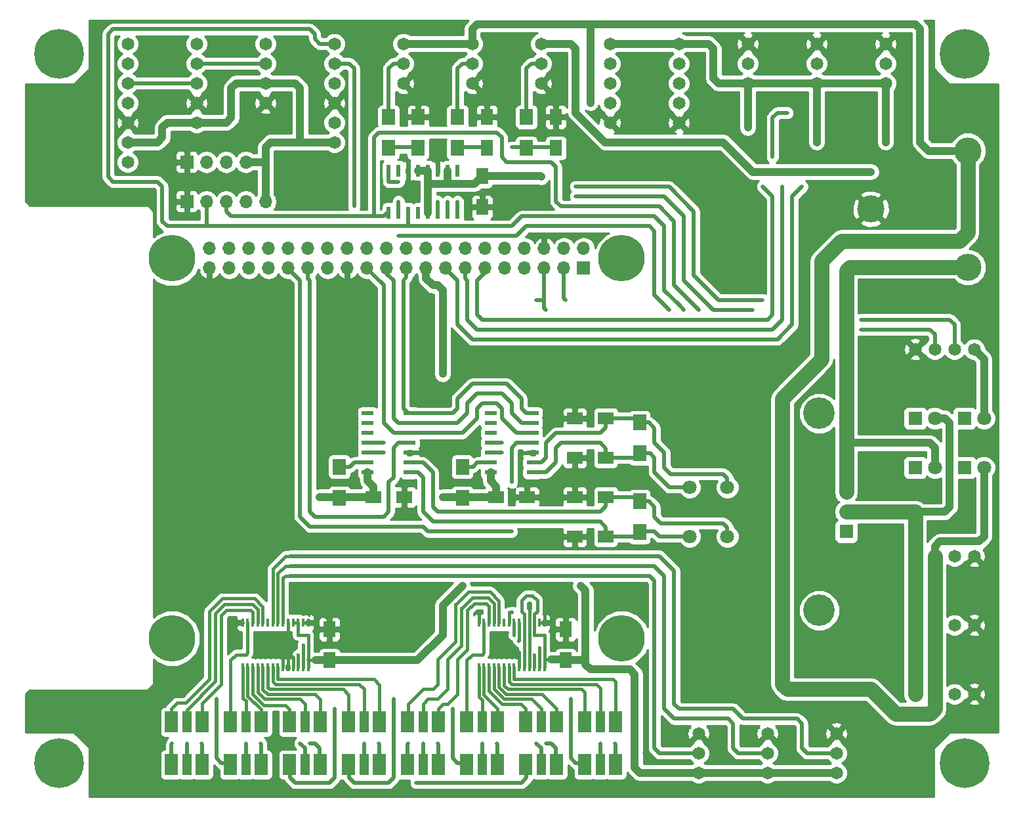
<source format=gbr>
G04 #@! TF.FileFunction,Copper,L1,Top,Signal*
%FSLAX46Y46*%
G04 Gerber Fmt 4.6, Leading zero omitted, Abs format (unit mm)*
G04 Created by KiCad (PCBNEW 4.0.7) date 01/22/18 20:22:30*
%MOMM*%
%LPD*%
G01*
G04 APERTURE LIST*
%ADD10C,0.100000*%
%ADD11R,1.700000X1.700000*%
%ADD12O,1.700000X1.700000*%
%ADD13C,6.000000*%
%ADD14R,2.000000X1.600000*%
%ADD15R,1.600000X2.000000*%
%ADD16R,1.800000X1.800000*%
%ADD17C,1.800000*%
%ADD18C,1.651000*%
%ADD19R,1.700000X2.000000*%
%ADD20R,0.400000X1.100000*%
%ADD21R,0.600000X1.500000*%
%ADD22C,3.500000*%
%ADD23O,1.800000X1.800000*%
%ADD24R,1.700000X2.700000*%
%ADD25R,1.300000X2.700000*%
%ADD26C,4.064000*%
%ADD27C,6.400000*%
%ADD28C,0.800000*%
%ADD29R,1.500000X0.600000*%
%ADD30C,0.508000*%
%ADD31C,0.381000*%
%ADD32C,0.508000*%
%ADD33C,0.381000*%
%ADD34C,1.016000*%
%ADD35C,1.905000*%
%ADD36C,0.254000*%
G04 APERTURE END LIST*
D10*
D11*
X90577380Y-77161480D03*
D12*
X90577380Y-74621480D03*
X88037380Y-77161480D03*
X88037380Y-74621480D03*
X85497380Y-77161480D03*
X85497380Y-74621480D03*
X82957380Y-77161480D03*
X82957380Y-74621480D03*
X80417380Y-77161480D03*
X80417380Y-74621480D03*
X77877380Y-77161480D03*
X77877380Y-74621480D03*
X75337380Y-77161480D03*
X75337380Y-74621480D03*
X72797380Y-77161480D03*
X72797380Y-74621480D03*
X70257380Y-77161480D03*
X70257380Y-74621480D03*
X67717380Y-77161480D03*
X67717380Y-74621480D03*
X65177380Y-77161480D03*
X65177380Y-74621480D03*
X62637380Y-77161480D03*
X62637380Y-74621480D03*
X60097380Y-77161480D03*
X60097380Y-74621480D03*
X57557380Y-77161480D03*
X57557380Y-74621480D03*
X55017380Y-77161480D03*
X55017380Y-74621480D03*
X52477380Y-77161480D03*
X52477380Y-74621480D03*
X49937380Y-77161480D03*
X49937380Y-74621480D03*
X47397380Y-77161480D03*
X47397380Y-74621480D03*
X44857380Y-77161480D03*
X44857380Y-74621480D03*
X42317380Y-77161480D03*
X42317380Y-74621480D03*
D13*
X37470000Y-75890000D03*
X37470000Y-124890000D03*
X95470000Y-75890000D03*
X95470000Y-124890000D03*
D14*
X93440000Y-111760000D03*
X89440000Y-111760000D03*
X93440000Y-106680000D03*
X89440000Y-106680000D03*
X93440000Y-101600000D03*
X89440000Y-101600000D03*
X93440000Y-96520000D03*
X89440000Y-96520000D03*
D15*
X77470000Y-69310000D03*
X77470000Y-65310000D03*
X57785000Y-123730000D03*
X57785000Y-127730000D03*
X88265000Y-123730000D03*
X88265000Y-127730000D03*
D14*
X83280000Y-106680000D03*
X79280000Y-106680000D03*
X67405000Y-106680000D03*
X63405000Y-106680000D03*
D15*
X78105000Y-57690000D03*
X78105000Y-61690000D03*
X86995000Y-57690000D03*
X86995000Y-61690000D03*
D16*
X139700000Y-102870000D03*
D17*
X142240000Y-102870000D03*
D16*
X139700000Y-96520000D03*
D17*
X142240000Y-96520000D03*
D16*
X133350000Y-102870000D03*
D17*
X135890000Y-102870000D03*
D18*
X133350000Y-87630000D03*
X135890000Y-87630000D03*
X138430000Y-87630000D03*
X140970000Y-87630000D03*
X85090000Y-53340000D03*
X85090000Y-50800000D03*
X85090000Y-48260000D03*
X93980000Y-58420000D03*
X93980000Y-55880000D03*
X93980000Y-53340000D03*
X93980000Y-50800000D03*
X93980000Y-48260000D03*
X102870000Y-58420000D03*
X102870000Y-55880000D03*
X102870000Y-53340000D03*
X102870000Y-50800000D03*
X102870000Y-48260000D03*
X49530000Y-55880000D03*
X49530000Y-53340000D03*
X49530000Y-50800000D03*
X49530000Y-48260000D03*
X67310000Y-53340000D03*
X67310000Y-50800000D03*
X67310000Y-48260000D03*
X76200000Y-53340000D03*
X76200000Y-50800000D03*
X76200000Y-48260000D03*
X111760000Y-53340000D03*
X111760000Y-50800000D03*
X111760000Y-48260000D03*
X120650000Y-53340000D03*
X120650000Y-50800000D03*
X120650000Y-48260000D03*
X129540000Y-53340000D03*
X129540000Y-50800000D03*
X129540000Y-48260000D03*
X133350000Y-114300000D03*
X135890000Y-114300000D03*
X138430000Y-114300000D03*
X140970000Y-114300000D03*
X133350000Y-123190000D03*
X135890000Y-123190000D03*
X138430000Y-123190000D03*
X140970000Y-123190000D03*
X133350000Y-132080000D03*
X135890000Y-132080000D03*
X138430000Y-132080000D03*
X140970000Y-132080000D03*
X105410000Y-142240000D03*
X105410000Y-139700000D03*
X105410000Y-137160000D03*
X114300000Y-142240000D03*
X114300000Y-139700000D03*
X114300000Y-137160000D03*
X123190000Y-142240000D03*
X123190000Y-139700000D03*
X123190000Y-137160000D03*
X40640000Y-58420000D03*
X40640000Y-55880000D03*
X40640000Y-53340000D03*
X40640000Y-50800000D03*
X40640000Y-48260000D03*
X31750000Y-63500000D03*
X31750000Y-60960000D03*
X31750000Y-58420000D03*
X31750000Y-55880000D03*
X31750000Y-53340000D03*
X31750000Y-50800000D03*
X31750000Y-48260000D03*
X58420000Y-58420000D03*
X58420000Y-55880000D03*
X58420000Y-53340000D03*
X58420000Y-50800000D03*
X58420000Y-60960000D03*
X58420000Y-48260000D03*
D19*
X65405000Y-61690000D03*
X65405000Y-57690000D03*
X74295000Y-61690000D03*
X74295000Y-57690000D03*
X69215000Y-57690000D03*
X69215000Y-61690000D03*
X83185000Y-61690000D03*
X83185000Y-57690000D03*
X97790000Y-111220000D03*
X97790000Y-107220000D03*
X97790000Y-101060000D03*
X97790000Y-97060000D03*
X59055000Y-106775000D03*
X59055000Y-102775000D03*
X74930000Y-106775000D03*
X74930000Y-102775000D03*
D11*
X39370000Y-63500000D03*
D12*
X41910000Y-63500000D03*
X44450000Y-63500000D03*
X46990000Y-63500000D03*
D11*
X39370000Y-68580000D03*
D12*
X41910000Y-68580000D03*
X44450000Y-68580000D03*
X46990000Y-68580000D03*
X49530000Y-68580000D03*
D20*
X55025000Y-122880000D03*
X54375000Y-122880000D03*
X53725000Y-122880000D03*
X53075000Y-122880000D03*
X52425000Y-122880000D03*
X51775000Y-122880000D03*
X51125000Y-122880000D03*
X50475000Y-122880000D03*
X49825000Y-122880000D03*
X49175000Y-122880000D03*
X48525000Y-122880000D03*
X47875000Y-122880000D03*
X47225000Y-122880000D03*
X46575000Y-122880000D03*
X46575000Y-128580000D03*
X47225000Y-128580000D03*
X47875000Y-128580000D03*
X48525000Y-128580000D03*
X49175000Y-128580000D03*
X49825000Y-128580000D03*
X50475000Y-128580000D03*
X51125000Y-128580000D03*
X51775000Y-128580000D03*
X52425000Y-128580000D03*
X53075000Y-128580000D03*
X53725000Y-128580000D03*
X54375000Y-128580000D03*
X55025000Y-128580000D03*
X85505000Y-122880000D03*
X84855000Y-122880000D03*
X84205000Y-122880000D03*
X83555000Y-122880000D03*
X82905000Y-122880000D03*
X82255000Y-122880000D03*
X81605000Y-122880000D03*
X80955000Y-122880000D03*
X80305000Y-122880000D03*
X79655000Y-122880000D03*
X79005000Y-122880000D03*
X78355000Y-122880000D03*
X77705000Y-122880000D03*
X77055000Y-122880000D03*
X77055000Y-128580000D03*
X77705000Y-128580000D03*
X78355000Y-128580000D03*
X79005000Y-128580000D03*
X79655000Y-128580000D03*
X80305000Y-128580000D03*
X80955000Y-128580000D03*
X81605000Y-128580000D03*
X82255000Y-128580000D03*
X82905000Y-128580000D03*
X83555000Y-128580000D03*
X84205000Y-128580000D03*
X84855000Y-128580000D03*
X85505000Y-128580000D03*
D16*
X133350000Y-96520000D03*
D17*
X135890000Y-96520000D03*
D21*
X65405000Y-70010000D03*
X66675000Y-70010000D03*
X67945000Y-70010000D03*
X69215000Y-70010000D03*
X70485000Y-70010000D03*
X71755000Y-70010000D03*
X73025000Y-70010000D03*
X74295000Y-70010000D03*
X74295000Y-64610000D03*
X73025000Y-64610000D03*
X71755000Y-64610000D03*
X70485000Y-64610000D03*
X69215000Y-64610000D03*
X67945000Y-64610000D03*
X66675000Y-64610000D03*
X65405000Y-64610000D03*
D22*
X140130000Y-77030000D03*
X127630000Y-69530000D03*
X140130000Y-62030000D03*
D16*
X124460000Y-111125000D03*
D23*
X124460000Y-108585000D03*
X124460000Y-106045000D03*
D24*
X41345000Y-135680000D03*
D25*
X39370000Y-135680000D03*
D24*
X37395000Y-135680000D03*
D25*
X39370000Y-141180000D03*
D24*
X37395000Y-141180000D03*
X41345000Y-141180000D03*
X56585000Y-135680000D03*
D25*
X54610000Y-135680000D03*
D24*
X52635000Y-135680000D03*
D25*
X54610000Y-141180000D03*
D24*
X52635000Y-141180000D03*
X56585000Y-141180000D03*
X71825000Y-135680000D03*
D25*
X69850000Y-135680000D03*
D24*
X67875000Y-135680000D03*
D25*
X69850000Y-141180000D03*
D24*
X67875000Y-141180000D03*
X71825000Y-141180000D03*
X87065000Y-135680000D03*
D25*
X85090000Y-135680000D03*
D24*
X83115000Y-135680000D03*
D25*
X85090000Y-141180000D03*
D24*
X83115000Y-141180000D03*
X87065000Y-141180000D03*
X48965000Y-135680000D03*
D25*
X46990000Y-135680000D03*
D24*
X45015000Y-135680000D03*
D25*
X46990000Y-141180000D03*
D24*
X45015000Y-141180000D03*
X48965000Y-141180000D03*
X64205000Y-135680000D03*
D25*
X62230000Y-135680000D03*
D24*
X60255000Y-135680000D03*
D25*
X62230000Y-141180000D03*
D24*
X60255000Y-141180000D03*
X64205000Y-141180000D03*
X79445000Y-135680000D03*
D25*
X77470000Y-135680000D03*
D24*
X75495000Y-135680000D03*
D25*
X77470000Y-141180000D03*
D24*
X75495000Y-141180000D03*
X79445000Y-141180000D03*
X94685000Y-135680000D03*
D25*
X92710000Y-135680000D03*
D24*
X90735000Y-135680000D03*
D25*
X92710000Y-141180000D03*
D24*
X90735000Y-141180000D03*
X94685000Y-141180000D03*
D26*
X120967500Y-95885000D03*
X120967500Y-121285000D03*
D27*
X139700000Y-140970000D03*
D28*
X142100000Y-140970000D03*
X141397056Y-142667056D03*
X139700000Y-143370000D03*
X138002944Y-142667056D03*
X137300000Y-140970000D03*
X138002944Y-139272944D03*
X139700000Y-138570000D03*
X141397056Y-139272944D03*
D27*
X139700000Y-49530000D03*
D28*
X142100000Y-49530000D03*
X141397056Y-51227056D03*
X139700000Y-51930000D03*
X138002944Y-51227056D03*
X137300000Y-49530000D03*
X138002944Y-47832944D03*
X139700000Y-47130000D03*
X141397056Y-47832944D03*
D27*
X22860000Y-49530000D03*
D28*
X25260000Y-49530000D03*
X24557056Y-51227056D03*
X22860000Y-51930000D03*
X21162944Y-51227056D03*
X20460000Y-49530000D03*
X21162944Y-47832944D03*
X22860000Y-47130000D03*
X24557056Y-47832944D03*
D27*
X22860000Y-140970000D03*
D28*
X25260000Y-140970000D03*
X24557056Y-142667056D03*
X22860000Y-143370000D03*
X21162944Y-142667056D03*
X20460000Y-140970000D03*
X21162944Y-139272944D03*
X22860000Y-138570000D03*
X24557056Y-139272944D03*
D17*
X104240000Y-111760000D03*
X109120000Y-111760000D03*
X104240000Y-105410000D03*
X109120000Y-105410000D03*
D29*
X68105000Y-103505000D03*
X68105000Y-102235000D03*
X68105000Y-100965000D03*
X68105000Y-99695000D03*
X68105000Y-98425000D03*
X68105000Y-97155000D03*
X68105000Y-95885000D03*
X62705000Y-95885000D03*
X62705000Y-97155000D03*
X62705000Y-98425000D03*
X62705000Y-99695000D03*
X62705000Y-100965000D03*
X62705000Y-102235000D03*
X62705000Y-103505000D03*
X83980000Y-103505000D03*
X83980000Y-102235000D03*
X83980000Y-100965000D03*
X83980000Y-99695000D03*
X83980000Y-98425000D03*
X83980000Y-97155000D03*
X83980000Y-95885000D03*
X78580000Y-95885000D03*
X78580000Y-97155000D03*
X78580000Y-98425000D03*
X78580000Y-99695000D03*
X78580000Y-100965000D03*
X78580000Y-102235000D03*
X78580000Y-103505000D03*
D30*
X60325000Y-84455000D03*
X59690000Y-79375000D03*
X48895000Y-85090000D03*
X38100000Y-81915000D03*
X80010000Y-124460000D03*
X83566000Y-120650000D03*
X76962000Y-121412000D03*
X54610000Y-119380000D03*
X89535000Y-104140000D03*
X67310000Y-108585000D03*
X74930000Y-100330000D03*
X70485000Y-100330000D03*
X57785000Y-68580000D03*
X126365000Y-122555000D03*
X139065000Y-109855000D03*
X71755000Y-57785000D03*
X45085000Y-123190000D03*
X51435000Y-124460000D03*
X88265000Y-121920000D03*
X95250000Y-118110000D03*
X104140000Y-115570000D03*
X106680000Y-115570000D03*
X70866000Y-62738000D03*
X113030000Y-75565000D03*
X102870000Y-64135000D03*
X93980000Y-64135000D03*
X109855000Y-59055000D03*
X43180000Y-48895000D03*
X43180000Y-52070000D03*
X36195000Y-48260000D03*
X33655000Y-54610000D03*
X80645000Y-69215000D03*
X67310000Y-62865000D03*
X53975000Y-50800000D03*
X60960000Y-48260000D03*
X64770000Y-48260000D03*
X71755000Y-50800000D03*
X80645000Y-50800000D03*
X100330000Y-50800000D03*
X134620000Y-71628000D03*
X134620000Y-70612000D03*
X134620000Y-69596000D03*
X134620000Y-68580000D03*
X134620000Y-67564000D03*
X133604000Y-67564000D03*
X133604000Y-68580000D03*
X133604000Y-69596000D03*
X133604000Y-70612000D03*
X133604000Y-71628000D03*
X132588000Y-71628000D03*
X132588000Y-70612000D03*
X132588000Y-69596000D03*
X132588000Y-68580000D03*
X132588000Y-67564000D03*
X131572000Y-67564000D03*
X131572000Y-68580000D03*
X131572000Y-69596000D03*
X131572000Y-70612000D03*
X131572000Y-71628000D03*
X130556000Y-71628000D03*
X130556000Y-70612000D03*
X130556000Y-69596000D03*
X130556000Y-68580000D03*
X130556000Y-67564000D03*
X128270000Y-102870000D03*
X125095000Y-129540000D03*
X99060000Y-140335000D03*
X66675000Y-125095000D03*
X114935000Y-62865000D03*
X116840000Y-57150000D03*
X111760000Y-59055000D03*
X90170000Y-118110000D03*
X72390000Y-90805000D03*
X74930000Y-118110000D03*
X56515000Y-106680000D03*
X72390000Y-106680000D03*
X85090000Y-65405000D03*
X120650000Y-60960000D03*
X129540000Y-60960000D03*
X76200000Y-61595000D03*
X73025000Y-68580000D03*
X74295000Y-68580000D03*
X81280000Y-61595000D03*
X127635000Y-64770000D03*
X91440000Y-55880000D03*
X126365000Y-85090000D03*
X112395000Y-82550000D03*
X103505000Y-78740000D03*
X88265000Y-81280000D03*
X89535000Y-67945000D03*
D31*
X84836000Y-126111000D03*
X54356000Y-125730000D03*
D30*
X126365000Y-83820000D03*
X113665000Y-81280000D03*
X89535000Y-66675000D03*
X105410000Y-78740000D03*
X84455000Y-81280000D03*
X85725000Y-82550000D03*
D31*
X84201000Y-127000000D03*
X53721000Y-127000000D03*
D30*
X80010000Y-99695000D03*
X80010000Y-100965000D03*
X64770000Y-99695000D03*
X64770000Y-100965000D03*
X66040000Y-86360000D03*
X105410000Y-82550000D03*
X60960000Y-69215000D03*
X64770000Y-85090000D03*
X103505000Y-82550000D03*
X71755000Y-68580000D03*
X67310000Y-61595000D03*
D31*
X82169000Y-125222000D03*
X81534000Y-124460000D03*
D30*
X81280000Y-121539000D03*
X67310000Y-83820000D03*
X101600000Y-82550000D03*
X66675000Y-73025000D03*
X66675000Y-68580000D03*
X64135000Y-138430000D03*
X62230000Y-138430000D03*
X55245000Y-138430000D03*
X53975000Y-138430000D03*
X48895000Y-138430000D03*
X46990000Y-138430000D03*
X41275000Y-138430000D03*
X39370000Y-138430000D03*
X94615000Y-138430000D03*
X92710000Y-138430000D03*
X85725000Y-138430000D03*
X84455000Y-138430000D03*
X79375000Y-138430000D03*
X77470000Y-138430000D03*
X71755000Y-138430000D03*
X69850000Y-138430000D03*
X88900000Y-132715000D03*
X68961000Y-143510000D03*
X73660000Y-133985000D03*
X67945000Y-138430000D03*
X66040000Y-132715000D03*
X58420000Y-133985000D03*
X43180000Y-132715000D03*
X37465000Y-138430000D03*
X81280000Y-104775000D03*
X81280000Y-111125000D03*
X113665000Y-66675000D03*
X116205000Y-66675000D03*
X118745000Y-66675000D03*
X66675000Y-66040000D03*
D32*
X60097380Y-77161480D02*
X60097380Y-84227380D01*
X60097380Y-84227380D02*
X60325000Y-84455000D01*
X59690000Y-79375000D02*
X58420000Y-79375000D01*
X42317380Y-77161480D02*
X42317380Y-81687380D01*
X45720000Y-85090000D02*
X48895000Y-85090000D01*
X42317380Y-81687380D02*
X45720000Y-85090000D01*
X38100000Y-81915000D02*
X36830000Y-81915000D01*
D33*
X55025000Y-122880000D02*
X54375000Y-122880000D01*
X82255000Y-128580000D02*
X82255000Y-126705000D01*
X82255000Y-126705000D02*
X80010000Y-124460000D01*
X84855000Y-122880000D02*
X85505000Y-122880000D01*
X83555000Y-122880000D02*
X83555000Y-120661000D01*
X83555000Y-120661000D02*
X83566000Y-120650000D01*
X83555000Y-128580000D02*
X83555000Y-125465000D01*
X83555000Y-122880000D02*
X83555000Y-125465000D01*
X85505000Y-122880000D02*
X85505000Y-121505000D01*
X85505000Y-121505000D02*
X85725000Y-121285000D01*
X77055000Y-122880000D02*
X77055000Y-121505000D01*
X77055000Y-121505000D02*
X76962000Y-121412000D01*
D32*
X57785000Y-123730000D02*
X57785000Y-122555000D01*
X57785000Y-122555000D02*
X54610000Y-119380000D01*
X89440000Y-101600000D02*
X89440000Y-104045000D01*
X89440000Y-104045000D02*
X89535000Y-104140000D01*
X67405000Y-106680000D02*
X67405000Y-108490000D01*
X67405000Y-108490000D02*
X67310000Y-108585000D01*
X70485000Y-100330000D02*
X74930000Y-100330000D01*
X69850000Y-100965000D02*
X70485000Y-100330000D01*
X69850000Y-100965000D02*
X68105000Y-100965000D01*
X57150000Y-68580000D02*
X57785000Y-68580000D01*
X126365000Y-123190000D02*
X126365000Y-122555000D01*
X139065000Y-109855000D02*
X139700000Y-109855000D01*
X69215000Y-57690000D02*
X71660000Y-57690000D01*
X71660000Y-57690000D02*
X71755000Y-57785000D01*
D33*
X46575000Y-122880000D02*
X45395000Y-122880000D01*
X45395000Y-122880000D02*
X45085000Y-123190000D01*
X53075000Y-128580000D02*
X53075000Y-127370000D01*
X52425000Y-127280000D02*
X52705000Y-127000000D01*
X52425000Y-127280000D02*
X52425000Y-128580000D01*
X53075000Y-127370000D02*
X52705000Y-127000000D01*
X51775000Y-128580000D02*
X51775000Y-127340000D01*
X51775000Y-127340000D02*
X51435000Y-127000000D01*
X52425000Y-122880000D02*
X52425000Y-124105000D01*
X52070000Y-124460000D02*
X51435000Y-124460000D01*
X52425000Y-124105000D02*
X52070000Y-124460000D01*
D32*
X88265000Y-123730000D02*
X88265000Y-121920000D01*
X95250000Y-118110000D02*
X95885000Y-118110000D01*
X106680000Y-115570000D02*
X104140000Y-115570000D01*
X71755000Y-64610000D02*
X71755000Y-63627000D01*
X71755000Y-63627000D02*
X70866000Y-62738000D01*
X113030000Y-75565000D02*
X112395000Y-74930000D01*
X102870000Y-64135000D02*
X102870000Y-63500000D01*
X93980000Y-64135000D02*
X93980000Y-63500000D01*
X102870000Y-58420000D02*
X104140000Y-59690000D01*
X107950000Y-59055000D02*
X109855000Y-59055000D01*
X107315000Y-59690000D02*
X107950000Y-59055000D01*
X104140000Y-59690000D02*
X107315000Y-59690000D01*
X40640000Y-55880000D02*
X43180000Y-53340000D01*
X43180000Y-48895000D02*
X43180000Y-48260000D01*
X43180000Y-53340000D02*
X43180000Y-52070000D01*
X40640000Y-55880000D02*
X39370000Y-54610000D01*
X39370000Y-54610000D02*
X33655000Y-54610000D01*
X64770000Y-48260000D02*
X62230000Y-48260000D01*
X62230000Y-48260000D02*
X62230000Y-69215000D01*
X77470000Y-69310000D02*
X80550000Y-69310000D01*
X80550000Y-69310000D02*
X80645000Y-69215000D01*
X67945000Y-64610000D02*
X67945000Y-63500000D01*
X67945000Y-63500000D02*
X67310000Y-62865000D01*
X53975000Y-50800000D02*
X53975000Y-50165000D01*
X60960000Y-48260000D02*
X60960000Y-47625000D01*
X64770000Y-48260000D02*
X64770000Y-47625000D01*
X71755000Y-50800000D02*
X71755000Y-50165000D01*
X80645000Y-50800000D02*
X80645000Y-49530000D01*
X102870000Y-58420000D02*
X100330000Y-55880000D01*
X100330000Y-55880000D02*
X100330000Y-50800000D01*
X133604000Y-68580000D02*
X133604000Y-69596000D01*
X134620000Y-70612000D02*
X134620000Y-71628000D01*
X134620000Y-68580000D02*
X134620000Y-69596000D01*
X133604000Y-67564000D02*
X134620000Y-67564000D01*
X133604000Y-71628000D02*
X133604000Y-70612000D01*
X132588000Y-70612000D02*
X132588000Y-71628000D01*
X132588000Y-68580000D02*
X132588000Y-69596000D01*
X131572000Y-67564000D02*
X132588000Y-67564000D01*
X131572000Y-69596000D02*
X131572000Y-68580000D01*
X131572000Y-71628000D02*
X131572000Y-70612000D01*
X130556000Y-70612000D02*
X130556000Y-71628000D01*
X130556000Y-68580000D02*
X130556000Y-69596000D01*
X129540000Y-67564000D02*
X130556000Y-67564000D01*
X129540000Y-67564000D02*
X127630000Y-69474000D01*
X127630000Y-69530000D02*
X127630000Y-69474000D01*
X128270000Y-102870000D02*
X128270000Y-103505000D01*
X126365000Y-123190000D02*
X126365000Y-128270000D01*
X126365000Y-128270000D02*
X125095000Y-129540000D01*
X126365000Y-123190000D02*
X126365000Y-123825000D01*
X99060000Y-140335000D02*
X98425000Y-139700000D01*
X57785000Y-123730000D02*
X60230000Y-123730000D01*
X61595000Y-125095000D02*
X66675000Y-125095000D01*
X60230000Y-123730000D02*
X61595000Y-125095000D01*
X114935000Y-62865000D02*
X114935000Y-57785000D01*
X115570000Y-57150000D02*
X116840000Y-57150000D01*
X114935000Y-57785000D02*
X115570000Y-57150000D01*
X93440000Y-110585000D02*
X92710000Y-109855000D01*
X92710000Y-109855000D02*
X73025000Y-109855000D01*
X93440000Y-110585000D02*
X93440000Y-111760000D01*
X71120000Y-109855000D02*
X73025000Y-109855000D01*
X69850000Y-108585000D02*
X71120000Y-109855000D01*
X69850000Y-104140000D02*
X69850000Y-108585000D01*
X104240000Y-111760000D02*
X100330000Y-111760000D01*
X99695000Y-111125000D02*
X97885000Y-111125000D01*
X100330000Y-111760000D02*
X99695000Y-111125000D01*
X97885000Y-111125000D02*
X97790000Y-111220000D01*
X94075000Y-111760000D02*
X97250000Y-111760000D01*
X97250000Y-111760000D02*
X97790000Y-111220000D01*
X69215000Y-103505000D02*
X69850000Y-104140000D01*
X68105000Y-103505000D02*
X69215000Y-103505000D01*
X68105000Y-102235000D02*
X69850000Y-102235000D01*
X69850000Y-102235000D02*
X71120000Y-103505000D01*
X71120000Y-103505000D02*
X71120000Y-107950000D01*
X71120000Y-107950000D02*
X71755000Y-108585000D01*
X71755000Y-108585000D02*
X73025000Y-108585000D01*
X93440000Y-107855000D02*
X92710000Y-108585000D01*
X92710000Y-108585000D02*
X73025000Y-108585000D01*
X93440000Y-107855000D02*
X93440000Y-106680000D01*
X109120000Y-111760000D02*
X109120000Y-110590000D01*
X98965000Y-107220000D02*
X97790000Y-107220000D01*
X99695000Y-107950000D02*
X98965000Y-107220000D01*
X99695000Y-109220000D02*
X99695000Y-107950000D01*
X100530000Y-110055000D02*
X99695000Y-109220000D01*
X108585000Y-110055000D02*
X100530000Y-110055000D01*
X109120000Y-110590000D02*
X108585000Y-110055000D01*
X94075000Y-106680000D02*
X97250000Y-106680000D01*
X97250000Y-106680000D02*
X97790000Y-107220000D01*
X93440000Y-101600000D02*
X93440000Y-100425000D01*
X85725000Y-103505000D02*
X83980000Y-103505000D01*
X86995000Y-102235000D02*
X85725000Y-103505000D01*
X86995000Y-100330000D02*
X86995000Y-102235000D01*
X87630000Y-99695000D02*
X86995000Y-100330000D01*
X92710000Y-99695000D02*
X87630000Y-99695000D01*
X93440000Y-100425000D02*
X92710000Y-99695000D01*
X104240000Y-105410000D02*
X101600000Y-105410000D01*
X99155000Y-101060000D02*
X97790000Y-101060000D01*
X99695000Y-101600000D02*
X99155000Y-101060000D01*
X99695000Y-103505000D02*
X99695000Y-101600000D01*
X101600000Y-105410000D02*
X99695000Y-103505000D01*
X94075000Y-101600000D02*
X97250000Y-101600000D01*
X97250000Y-101600000D02*
X97790000Y-101060000D01*
X93440000Y-96520000D02*
X93440000Y-97695000D01*
X85090000Y-102235000D02*
X83980000Y-102235000D01*
X85725000Y-101600000D02*
X85090000Y-102235000D01*
X85725000Y-99695000D02*
X85725000Y-101600000D01*
X86995000Y-98425000D02*
X85725000Y-99695000D01*
X92710000Y-98425000D02*
X86995000Y-98425000D01*
X93440000Y-97695000D02*
X92710000Y-98425000D01*
X109120000Y-105410000D02*
X109120000Y-104240000D01*
X98965000Y-97060000D02*
X97790000Y-97060000D01*
X99695000Y-97790000D02*
X98965000Y-97060000D01*
X99695000Y-99695000D02*
X99695000Y-97790000D01*
X100965000Y-100965000D02*
X99695000Y-99695000D01*
X100965000Y-102870000D02*
X100965000Y-100965000D01*
X101800000Y-103705000D02*
X100965000Y-102870000D01*
X108585000Y-103705000D02*
X101800000Y-103705000D01*
X109120000Y-104240000D02*
X108585000Y-103705000D01*
X94075000Y-96520000D02*
X97250000Y-96520000D01*
X97250000Y-96520000D02*
X97790000Y-97060000D01*
D33*
X82905000Y-122880000D02*
X82905000Y-121767000D01*
X84205000Y-121789000D02*
X84582000Y-121412000D01*
X84582000Y-121412000D02*
X84582000Y-120015000D01*
X84582000Y-120015000D02*
X83947000Y-119380000D01*
X83947000Y-119380000D02*
X83820000Y-119380000D01*
X82550000Y-120015000D02*
X83185000Y-119380000D01*
X83820000Y-119380000D02*
X83185000Y-119380000D01*
X84205000Y-121789000D02*
X84205000Y-122880000D01*
X82550000Y-121412000D02*
X82550000Y-120015000D01*
X82905000Y-121767000D02*
X82550000Y-121412000D01*
D34*
X111760000Y-53340000D02*
X111760000Y-59055000D01*
X90805000Y-118745000D02*
X90170000Y-118110000D01*
X90805000Y-118745000D02*
X90805000Y-127635000D01*
D33*
X55975000Y-127730000D02*
X55105002Y-127730000D01*
D34*
X57785000Y-127730000D02*
X55975000Y-127730000D01*
D33*
X55010002Y-127635000D02*
X55025000Y-127635000D01*
X55105002Y-127730000D02*
X55010002Y-127635000D01*
D34*
X70257380Y-78512380D02*
X70257380Y-77161480D01*
X71120000Y-79375000D02*
X70257380Y-78512380D01*
X71755000Y-79375000D02*
X71120000Y-79375000D01*
X72390000Y-80010000D02*
X71755000Y-79375000D01*
X72390000Y-90805000D02*
X72390000Y-80010000D01*
X142240000Y-96520000D02*
X142240000Y-88900000D01*
X142240000Y-88900000D02*
X140970000Y-87630000D01*
X58420000Y-106680000D02*
X56515000Y-106680000D01*
X72390000Y-106680000D02*
X74295000Y-106680000D01*
X58420000Y-106680000D02*
X58515000Y-106775000D01*
X58515000Y-106775000D02*
X59055000Y-106775000D01*
X74930000Y-106775000D02*
X74390000Y-106775000D01*
X74390000Y-106775000D02*
X74295000Y-106680000D01*
X74390000Y-106775000D02*
X74295000Y-106680000D01*
X74295000Y-106680000D02*
X74930000Y-106775000D01*
D33*
X85505000Y-127635000D02*
X86360000Y-127635000D01*
D34*
X86360000Y-127635000D02*
X87630000Y-127635000D01*
D33*
X87630000Y-127635000D02*
X87725000Y-127730000D01*
X87725000Y-127730000D02*
X88265000Y-127730000D01*
D34*
X84995000Y-65310000D02*
X77470000Y-65310000D01*
X85090000Y-65405000D02*
X84995000Y-65310000D01*
X120650000Y-53340000D02*
X120650000Y-60960000D01*
X129540000Y-53340000D02*
X129540000Y-60960000D01*
X73025000Y-66294000D02*
X76486000Y-66294000D01*
X76486000Y-66294000D02*
X77470000Y-65310000D01*
X79280000Y-106680000D02*
X79280000Y-105315000D01*
X78580000Y-104615000D02*
X78580000Y-103505000D01*
X79280000Y-105315000D02*
X78580000Y-104615000D01*
X63405000Y-106680000D02*
X63405000Y-105315000D01*
X62705000Y-104615000D02*
X62705000Y-103505000D01*
X63405000Y-105315000D02*
X62705000Y-104615000D01*
X63405000Y-106680000D02*
X59150000Y-106680000D01*
X59150000Y-106680000D02*
X59055000Y-106775000D01*
X79280000Y-106680000D02*
X75025000Y-106680000D01*
X75025000Y-106680000D02*
X74930000Y-106775000D01*
X129540000Y-53340000D02*
X120650000Y-53340000D01*
X120650000Y-53340000D02*
X111760000Y-53340000D01*
X111760000Y-53340000D02*
X107950000Y-53340000D01*
X107950000Y-53340000D02*
X107315000Y-52705000D01*
X107315000Y-52705000D02*
X107315000Y-48895000D01*
X107315000Y-48895000D02*
X106680000Y-48260000D01*
X106680000Y-48260000D02*
X102870000Y-48260000D01*
D33*
X53725000Y-122880000D02*
X53725000Y-124456000D01*
X53725000Y-124456000D02*
X53729000Y-124460000D01*
X53729000Y-124460000D02*
X53975000Y-124460000D01*
X55025000Y-124494000D02*
X55025000Y-127635000D01*
X54991000Y-124460000D02*
X53975000Y-124460000D01*
X55025000Y-124494000D02*
X54991000Y-124460000D01*
X55025000Y-127635000D02*
X55025000Y-128580000D01*
X53075000Y-122880000D02*
X53725000Y-122880000D01*
X85505000Y-128580000D02*
X85505000Y-127635000D01*
X85505000Y-127635000D02*
X85505000Y-124494000D01*
X85467000Y-124456000D02*
X84205000Y-124456000D01*
X85505000Y-124494000D02*
X85467000Y-124456000D01*
X84205000Y-122880000D02*
X84205000Y-124456000D01*
X82890002Y-124460000D02*
X82905000Y-124460000D01*
X84205000Y-124456000D02*
X84201000Y-124460000D01*
X82905000Y-122880000D02*
X82905000Y-124460000D01*
X82905000Y-124460000D02*
X82905000Y-128580000D01*
D34*
X88265000Y-127730000D02*
X90805000Y-127730000D01*
X90805000Y-127730000D02*
X90805000Y-127635000D01*
X91440000Y-128905000D02*
X90805000Y-128270000D01*
X97790000Y-142240000D02*
X97155000Y-141605000D01*
X97155000Y-141605000D02*
X97155000Y-129540000D01*
X97155000Y-129540000D02*
X96520000Y-128905000D01*
X96520000Y-128905000D02*
X91440000Y-128905000D01*
X105410000Y-142240000D02*
X97790000Y-142240000D01*
X69120000Y-127730000D02*
X57785000Y-127730000D01*
X72390000Y-124460000D02*
X69120000Y-127730000D01*
X72390000Y-120650000D02*
X72390000Y-124460000D01*
X74930000Y-118110000D02*
X72390000Y-120650000D01*
X90805000Y-128270000D02*
X90805000Y-128270000D01*
X90805000Y-128270000D02*
X90805000Y-127635000D01*
X73025000Y-64610000D02*
X73025000Y-66294000D01*
X73025000Y-66294000D02*
X70485000Y-66294000D01*
X70485000Y-70010000D02*
X70485000Y-66294000D01*
X70485000Y-66294000D02*
X70485000Y-64610000D01*
X69215000Y-64610000D02*
X70485000Y-64610000D01*
X53975000Y-60960000D02*
X50165000Y-60960000D01*
X49530000Y-61595000D02*
X49530000Y-63500000D01*
X50165000Y-60960000D02*
X49530000Y-61595000D01*
X53975000Y-60325000D02*
X53975000Y-60960000D01*
X58420000Y-60960000D02*
X54610000Y-60960000D01*
X53975000Y-60960000D02*
X54610000Y-60960000D01*
X53340000Y-53340000D02*
X49530000Y-53340000D01*
X53975000Y-53975000D02*
X53975000Y-60325000D01*
X53340000Y-53340000D02*
X53975000Y-53975000D01*
X49530000Y-68580000D02*
X49530000Y-63500000D01*
X49530000Y-63500000D02*
X46990000Y-63500000D01*
X114300000Y-142240000D02*
X105410000Y-142240000D01*
X123190000Y-142240000D02*
X114300000Y-142240000D01*
X93980000Y-48260000D02*
X102870000Y-48260000D01*
X40640000Y-58420000D02*
X36830000Y-58420000D01*
X35560000Y-60960000D02*
X31750000Y-60960000D01*
X36195000Y-60325000D02*
X35560000Y-60960000D01*
X36195000Y-59055000D02*
X36195000Y-60325000D01*
X36830000Y-58420000D02*
X36195000Y-59055000D01*
X40640000Y-58420000D02*
X44450000Y-58420000D01*
X44450000Y-58420000D02*
X45085000Y-57785000D01*
X45085000Y-57785000D02*
X45085000Y-53975000D01*
X45085000Y-53975000D02*
X45720000Y-53340000D01*
X45720000Y-53340000D02*
X49530000Y-53340000D01*
D32*
X76200000Y-61595000D02*
X74390000Y-61595000D01*
X74390000Y-61595000D02*
X74295000Y-61690000D01*
X78010000Y-61595000D02*
X76200000Y-61595000D01*
X73025000Y-68580000D02*
X73025000Y-70010000D01*
X78010000Y-61595000D02*
X78105000Y-61690000D01*
X86995000Y-61690000D02*
X86455000Y-61690000D01*
X86455000Y-61690000D02*
X86360000Y-61595000D01*
X86360000Y-61595000D02*
X83280000Y-61595000D01*
X83280000Y-61595000D02*
X83185000Y-61690000D01*
X74295000Y-70010000D02*
X74295000Y-68580000D01*
X81915000Y-61595000D02*
X82550000Y-61595000D01*
X81280000Y-61595000D02*
X81915000Y-61595000D01*
X82550000Y-61595000D02*
X82645000Y-61690000D01*
X82645000Y-61690000D02*
X83185000Y-61690000D01*
D34*
X135890000Y-102870000D02*
X135890000Y-100330000D01*
X135255000Y-99695000D02*
X124460000Y-99695000D01*
X135890000Y-100330000D02*
X135255000Y-99695000D01*
D35*
X140130000Y-77030000D02*
X124900000Y-77030000D01*
X124460000Y-77470000D02*
X124460000Y-99695000D01*
X124460000Y-99695000D02*
X124460000Y-106045000D01*
X124900000Y-77030000D02*
X124460000Y-77470000D01*
D34*
X85090000Y-48260000D02*
X88900000Y-48260000D01*
X112395000Y-64770000D02*
X127635000Y-64770000D01*
X108585000Y-60960000D02*
X112395000Y-64770000D01*
X93345000Y-60960000D02*
X108585000Y-60960000D01*
X89535000Y-57150000D02*
X93345000Y-60960000D01*
X89535000Y-48895000D02*
X89535000Y-57150000D01*
X88900000Y-48260000D02*
X89535000Y-48895000D01*
D35*
X133350000Y-114300000D02*
X133350000Y-108585000D01*
D34*
X137795000Y-107950000D02*
X137160000Y-108585000D01*
X137160000Y-108585000D02*
X133350000Y-108585000D01*
X135890000Y-96520000D02*
X137160000Y-96520000D01*
X137795000Y-97155000D02*
X137795000Y-107950000D01*
X137160000Y-96520000D02*
X137795000Y-97155000D01*
D35*
X133350000Y-108585000D02*
X124460000Y-108585000D01*
X133350000Y-132080000D02*
X133350000Y-123190000D01*
X133350000Y-123190000D02*
X133350000Y-114300000D01*
X140130000Y-62030000D02*
X140130000Y-72595000D01*
X135890000Y-133985000D02*
X135890000Y-132080000D01*
X135255000Y-134620000D02*
X135890000Y-133985000D01*
X130810000Y-134620000D02*
X135255000Y-134620000D01*
X127635000Y-131445000D02*
X130810000Y-134620000D01*
X116840000Y-131445000D02*
X127635000Y-131445000D01*
X116205000Y-130810000D02*
X116840000Y-131445000D01*
X116205000Y-93980000D02*
X116205000Y-130810000D01*
X121285000Y-88900000D02*
X116205000Y-93980000D01*
X121285000Y-76200000D02*
X121285000Y-88900000D01*
X123825000Y-73660000D02*
X121285000Y-76200000D01*
X139065000Y-73660000D02*
X123825000Y-73660000D01*
X140130000Y-72595000D02*
X139065000Y-73660000D01*
X135890000Y-132080000D02*
X135890000Y-123190000D01*
X135890000Y-123190000D02*
X135890000Y-114300000D01*
D34*
X91440000Y-45720000D02*
X91440000Y-55880000D01*
X76200000Y-48260000D02*
X76200000Y-46355000D01*
X135055000Y-62030000D02*
X140130000Y-62030000D01*
X133985000Y-60960000D02*
X135055000Y-62030000D01*
X133985000Y-46355000D02*
X133985000Y-60960000D01*
X133350000Y-45720000D02*
X133985000Y-46355000D01*
X76835000Y-45720000D02*
X91440000Y-45720000D01*
X91440000Y-45720000D02*
X133350000Y-45720000D01*
X76200000Y-46355000D02*
X76835000Y-45720000D01*
X142240000Y-102870000D02*
X142240000Y-111760000D01*
X135890000Y-113030000D02*
X135890000Y-114300000D01*
X136525000Y-112395000D02*
X135890000Y-113030000D01*
X141605000Y-112395000D02*
X136525000Y-112395000D01*
X142240000Y-111760000D02*
X141605000Y-112395000D01*
X67310000Y-48260000D02*
X76200000Y-48260000D01*
D32*
X135890000Y-87630000D02*
X135890000Y-85725000D01*
X135255000Y-85090000D02*
X135890000Y-85725000D01*
X135255000Y-85090000D02*
X126365000Y-85090000D01*
X107315000Y-82550000D02*
X103505000Y-78740000D01*
X112395000Y-82550000D02*
X107315000Y-82550000D01*
X88037380Y-77161480D02*
X88037380Y-81052380D01*
X88037380Y-81052380D02*
X88265000Y-81280000D01*
X103505000Y-78740000D02*
X103505000Y-78740000D01*
X103505000Y-76835000D02*
X103505000Y-78740000D01*
X103505000Y-78740000D02*
X103505000Y-78740000D01*
X103505000Y-70485000D02*
X103505000Y-76835000D01*
X100965000Y-67945000D02*
X103505000Y-70485000D01*
X89535000Y-67945000D02*
X100965000Y-67945000D01*
D33*
X84855000Y-126130000D02*
X84836000Y-126111000D01*
X84855000Y-128580000D02*
X84855000Y-126130000D01*
X54375000Y-125749000D02*
X54375000Y-128580000D01*
X54375000Y-125749000D02*
X54356000Y-125730000D01*
D32*
X40640000Y-50800000D02*
X49530000Y-50800000D01*
X138430000Y-87630000D02*
X138430000Y-84455000D01*
X137795000Y-83820000D02*
X138430000Y-84455000D01*
X137795000Y-83820000D02*
X126365000Y-83820000D01*
X107950000Y-81280000D02*
X105410000Y-78740000D01*
X107950000Y-81280000D02*
X112395000Y-81280000D01*
X113665000Y-81280000D02*
X112395000Y-81280000D01*
X105410000Y-78740000D02*
X105410000Y-78740000D01*
X104775000Y-69850000D02*
X104775000Y-78105000D01*
X101600000Y-66675000D02*
X104775000Y-69850000D01*
X89535000Y-66675000D02*
X101600000Y-66675000D01*
X105410000Y-78740000D02*
X104775000Y-78105000D01*
X84455000Y-81280000D02*
X85497380Y-81280000D01*
X85497380Y-81280000D02*
X85497380Y-82322380D01*
X85497380Y-82322380D02*
X85725000Y-82550000D01*
X85497380Y-77161480D02*
X85497380Y-81280000D01*
D33*
X84205000Y-127004000D02*
X84201000Y-127000000D01*
X84205000Y-128580000D02*
X84205000Y-127004000D01*
X53725000Y-127004000D02*
X53725000Y-128580000D01*
X53721000Y-127000000D02*
X53725000Y-127004000D01*
D32*
X31750000Y-53340000D02*
X40640000Y-53340000D01*
X80010000Y-99695000D02*
X78580000Y-99695000D01*
X80010000Y-100965000D02*
X78580000Y-100965000D01*
X62705000Y-99695000D02*
X64770000Y-99695000D01*
X62705000Y-100965000D02*
X64770000Y-100965000D01*
D33*
X51775000Y-121580000D02*
X51775000Y-117135000D01*
D32*
X99695000Y-117475000D02*
X99060000Y-116840000D01*
X99060000Y-116840000D02*
X75565000Y-116840000D01*
X75565000Y-116840000D02*
X52705000Y-116840000D01*
X99695000Y-139065000D02*
X99695000Y-117475000D01*
D33*
X52070000Y-116840000D02*
X52705000Y-116840000D01*
D32*
X100330000Y-139700000D02*
X99695000Y-139065000D01*
X105410000Y-139700000D02*
X100330000Y-139700000D01*
D33*
X51775000Y-121580000D02*
X51775000Y-122880000D01*
X51775000Y-117135000D02*
X52070000Y-116840000D01*
X51125000Y-120960000D02*
X51125000Y-116515000D01*
D32*
X99695000Y-115570000D02*
X52705000Y-115570000D01*
X100965000Y-116840000D02*
X99695000Y-115570000D01*
X114300000Y-139700000D02*
X110490000Y-139700000D01*
X100965000Y-117475000D02*
X100965000Y-116840000D01*
X100965000Y-118110000D02*
X100965000Y-117475000D01*
X100965000Y-133985000D02*
X100965000Y-118110000D01*
X102235000Y-135255000D02*
X100965000Y-133985000D01*
X109220000Y-135255000D02*
X102235000Y-135255000D01*
X109855000Y-135890000D02*
X109220000Y-135255000D01*
X109855000Y-139065000D02*
X109855000Y-135890000D01*
X110490000Y-139700000D02*
X109855000Y-139065000D01*
D33*
X51125000Y-120960000D02*
X51125000Y-122880000D01*
X52070000Y-115570000D02*
X52705000Y-115570000D01*
X51125000Y-116515000D02*
X52070000Y-115570000D01*
X50475000Y-120340000D02*
X50475000Y-115895000D01*
X52070000Y-114300000D02*
X52705000Y-114300000D01*
D32*
X123190000Y-139700000D02*
X119380000Y-139700000D01*
X100330000Y-114300000D02*
X52705000Y-114300000D01*
X102235000Y-116205000D02*
X100330000Y-114300000D01*
X102235000Y-133350000D02*
X102235000Y-116205000D01*
X102870000Y-133985000D02*
X102235000Y-133350000D01*
X109855000Y-133985000D02*
X102870000Y-133985000D01*
X111125000Y-135255000D02*
X109855000Y-133985000D01*
X118110000Y-135255000D02*
X111125000Y-135255000D01*
X118745000Y-135890000D02*
X118110000Y-135255000D01*
X118745000Y-139065000D02*
X118745000Y-135890000D01*
X119380000Y-139700000D02*
X118745000Y-139065000D01*
D33*
X50475000Y-120340000D02*
X50475000Y-122880000D01*
X50475000Y-115895000D02*
X52070000Y-114300000D01*
D32*
X80010000Y-60325000D02*
X80010000Y-62865000D01*
X63500000Y-60325000D02*
X64135000Y-59690000D01*
X64135000Y-59690000D02*
X79375000Y-59690000D01*
X79375000Y-59690000D02*
X80010000Y-60325000D01*
X63500000Y-70485000D02*
X63500000Y-60325000D01*
X86995000Y-68580000D02*
X87630000Y-69215000D01*
X86995000Y-64135000D02*
X86995000Y-68580000D01*
X86360000Y-63500000D02*
X86995000Y-64135000D01*
X80645000Y-63500000D02*
X86360000Y-63500000D01*
X80010000Y-62865000D02*
X80645000Y-63500000D01*
X104775000Y-81915000D02*
X105410000Y-82550000D01*
X102235000Y-79375000D02*
X104775000Y-81915000D01*
X102235000Y-71120000D02*
X102235000Y-79375000D01*
X100330000Y-69215000D02*
X102235000Y-71120000D01*
X87630000Y-69215000D02*
X100330000Y-69215000D01*
X68105000Y-97155000D02*
X66675000Y-97155000D01*
X66675000Y-97155000D02*
X66040000Y-96520000D01*
X66040000Y-96520000D02*
X66040000Y-86360000D01*
X66040000Y-78740000D02*
X65177380Y-77877380D01*
X66040000Y-86360000D02*
X66040000Y-78740000D01*
X65177380Y-77877380D02*
X65177380Y-77161480D01*
X83980000Y-97155000D02*
X82550000Y-97155000D01*
X74295000Y-97155000D02*
X68105000Y-97155000D01*
X75565000Y-95885000D02*
X74295000Y-97155000D01*
X75565000Y-94615000D02*
X75565000Y-95885000D01*
X76835000Y-93345000D02*
X75565000Y-94615000D01*
X80010000Y-93345000D02*
X76835000Y-93345000D01*
X81280000Y-94615000D02*
X80010000Y-93345000D01*
X81280000Y-95885000D02*
X81280000Y-94615000D01*
X82550000Y-97155000D02*
X81280000Y-95885000D01*
X65405000Y-70010000D02*
X65245000Y-70010000D01*
X65245000Y-70010000D02*
X64770000Y-70485000D01*
X64770000Y-70485000D02*
X64135000Y-70485000D01*
X64135000Y-70485000D02*
X63500000Y-70485000D01*
X63500000Y-70485000D02*
X45085000Y-70485000D01*
X45085000Y-70485000D02*
X44450000Y-69850000D01*
X44450000Y-69850000D02*
X44450000Y-68580000D01*
X60960000Y-67945000D02*
X60960000Y-67310000D01*
X60325000Y-50800000D02*
X58420000Y-50800000D01*
X60960000Y-67310000D02*
X60960000Y-51435000D01*
X60960000Y-51435000D02*
X60325000Y-50800000D01*
X60960000Y-69215000D02*
X60960000Y-67945000D01*
X68580000Y-71755000D02*
X81280000Y-71755000D01*
X81280000Y-71755000D02*
X82550000Y-70485000D01*
X82550000Y-70485000D02*
X99695000Y-70485000D01*
X99695000Y-70485000D02*
X100965000Y-71755000D01*
X100965000Y-71755000D02*
X100965000Y-80010000D01*
X100965000Y-80010000D02*
X102870000Y-81915000D01*
X102870000Y-81915000D02*
X103505000Y-82550000D01*
X68580000Y-71755000D02*
X67945000Y-71755000D01*
X68105000Y-98425000D02*
X66040000Y-98425000D01*
X64770000Y-79375000D02*
X62637380Y-77242380D01*
X64770000Y-97155000D02*
X64770000Y-85090000D01*
X64770000Y-85090000D02*
X64770000Y-79375000D01*
X66040000Y-98425000D02*
X64770000Y-97155000D01*
X62637380Y-77242380D02*
X62637380Y-77161480D01*
X83980000Y-98425000D02*
X81915000Y-98425000D01*
X74930000Y-98425000D02*
X68105000Y-98425000D01*
X76835000Y-96520000D02*
X74930000Y-98425000D01*
X76835000Y-95250000D02*
X76835000Y-96520000D01*
X77470000Y-94615000D02*
X76835000Y-95250000D01*
X79375000Y-94615000D02*
X77470000Y-94615000D01*
X80010000Y-95250000D02*
X79375000Y-94615000D01*
X80010000Y-96520000D02*
X80010000Y-95250000D01*
X81915000Y-98425000D02*
X80010000Y-96520000D01*
X41910000Y-71755000D02*
X36830000Y-71755000D01*
X55880000Y-47625000D02*
X56515000Y-48260000D01*
X55880000Y-46990000D02*
X55880000Y-47625000D01*
X55245000Y-46355000D02*
X55880000Y-46990000D01*
X29845000Y-46355000D02*
X55245000Y-46355000D01*
X29210000Y-46990000D02*
X29845000Y-46355000D01*
X29210000Y-65405000D02*
X29210000Y-46990000D01*
X56515000Y-48260000D02*
X58420000Y-48260000D01*
X29845000Y-66040000D02*
X29210000Y-65405000D01*
X35560000Y-66040000D02*
X29845000Y-66040000D01*
X36195000Y-66675000D02*
X35560000Y-66040000D01*
X36195000Y-71120000D02*
X36195000Y-66675000D01*
X36830000Y-71755000D02*
X36195000Y-71120000D01*
X41910000Y-71755000D02*
X67310000Y-71755000D01*
X67310000Y-71755000D02*
X67945000Y-71755000D01*
X41910000Y-68580000D02*
X41910000Y-71755000D01*
X67945000Y-70010000D02*
X67945000Y-71755000D01*
X67310000Y-61595000D02*
X69120000Y-61595000D01*
X69120000Y-61595000D02*
X69215000Y-61690000D01*
X65500000Y-61595000D02*
X67310000Y-61595000D01*
X71755000Y-68580000D02*
X71755000Y-70010000D01*
X65500000Y-61595000D02*
X65405000Y-61690000D01*
D33*
X82255000Y-122880000D02*
X82255000Y-125136000D01*
X82255000Y-125136000D02*
X82169000Y-125222000D01*
X81605000Y-122880000D02*
X81605000Y-124389000D01*
X81605000Y-124389000D02*
X81534000Y-124460000D01*
X81280000Y-121539000D02*
X80955000Y-121539000D01*
X80955000Y-122880000D02*
X80955000Y-121539000D01*
D32*
X99695000Y-80645000D02*
X101600000Y-82550000D01*
X99695000Y-72390000D02*
X99695000Y-80645000D01*
X99060000Y-71755000D02*
X99695000Y-72390000D01*
X83185000Y-71755000D02*
X99060000Y-71755000D01*
X81915000Y-73025000D02*
X83185000Y-71755000D01*
X66675000Y-73025000D02*
X81915000Y-73025000D01*
X68105000Y-95885000D02*
X67945000Y-95885000D01*
X67945000Y-95885000D02*
X67310000Y-95250000D01*
X67717380Y-78332620D02*
X67717380Y-77161480D01*
X67310000Y-78740000D02*
X67717380Y-78332620D01*
X67310000Y-95250000D02*
X67310000Y-83820000D01*
X67310000Y-83820000D02*
X67310000Y-78740000D01*
X83980000Y-95885000D02*
X83185000Y-95885000D01*
X73660000Y-95885000D02*
X68105000Y-95885000D01*
X74295000Y-95250000D02*
X73660000Y-95885000D01*
X74295000Y-93980000D02*
X74295000Y-95250000D01*
X76200000Y-92075000D02*
X74295000Y-93980000D01*
X80645000Y-92075000D02*
X76200000Y-92075000D01*
X82550000Y-93980000D02*
X80645000Y-92075000D01*
X82550000Y-95250000D02*
X82550000Y-93980000D01*
X83185000Y-95885000D02*
X82550000Y-95250000D01*
X66675000Y-68580000D02*
X66675000Y-70010000D01*
X64205000Y-138500000D02*
X64205000Y-141180000D01*
X64135000Y-138430000D02*
X64205000Y-138500000D01*
X62230000Y-138430000D02*
X62230000Y-141180000D01*
X56515000Y-139065000D02*
X56515000Y-141110000D01*
X55880000Y-138430000D02*
X56515000Y-139065000D01*
X55245000Y-138430000D02*
X55880000Y-138430000D01*
X56515000Y-141110000D02*
X56585000Y-141180000D01*
X54610000Y-139065000D02*
X54610000Y-141180000D01*
X53975000Y-138430000D02*
X54610000Y-139065000D01*
X48965000Y-138500000D02*
X48965000Y-141180000D01*
X48895000Y-138430000D02*
X48965000Y-138500000D01*
X46990000Y-138430000D02*
X46990000Y-141180000D01*
X41275000Y-138430000D02*
X41345000Y-138500000D01*
X41345000Y-138500000D02*
X41345000Y-141180000D01*
X39370000Y-138430000D02*
X39370000Y-141180000D01*
X94685000Y-138500000D02*
X94685000Y-141180000D01*
X94615000Y-138430000D02*
X94685000Y-138500000D01*
X92710000Y-138430000D02*
X92710000Y-141180000D01*
X86995000Y-139065000D02*
X86995000Y-141110000D01*
X86360000Y-138430000D02*
X86995000Y-139065000D01*
X85725000Y-138430000D02*
X86360000Y-138430000D01*
X86995000Y-141110000D02*
X87065000Y-141180000D01*
X85090000Y-139065000D02*
X85090000Y-141180000D01*
X84455000Y-138430000D02*
X85090000Y-139065000D01*
X79445000Y-138500000D02*
X79445000Y-141180000D01*
X79375000Y-138430000D02*
X79445000Y-138500000D01*
X77470000Y-138430000D02*
X77470000Y-141180000D01*
X71825000Y-138500000D02*
X71825000Y-141180000D01*
X71755000Y-138430000D02*
X71825000Y-138500000D01*
X69850000Y-138430000D02*
X69850000Y-141180000D01*
X88900000Y-132715000D02*
X88900000Y-140335000D01*
X88900000Y-140335000D02*
X89535000Y-140970000D01*
X90525000Y-140970000D02*
X90735000Y-141180000D01*
X90525000Y-140970000D02*
X89535000Y-140970000D01*
X82550000Y-143510000D02*
X83185000Y-142875000D01*
X83185000Y-142875000D02*
X83185000Y-141250000D01*
X69850000Y-143510000D02*
X68961000Y-143510000D01*
X69850000Y-143510000D02*
X82550000Y-143510000D01*
X83185000Y-141250000D02*
X83115000Y-141180000D01*
X73660000Y-133985000D02*
X73660000Y-140335000D01*
X74295000Y-140970000D02*
X75285000Y-140970000D01*
X73660000Y-140335000D02*
X74295000Y-140970000D01*
X75285000Y-140970000D02*
X75495000Y-141180000D01*
X67875000Y-138500000D02*
X67875000Y-141180000D01*
X67945000Y-138430000D02*
X67875000Y-138500000D01*
X60325000Y-142875000D02*
X60325000Y-141250000D01*
X60960000Y-143510000D02*
X60325000Y-142875000D01*
X65405000Y-143510000D02*
X60960000Y-143510000D01*
X66040000Y-142875000D02*
X65405000Y-143510000D01*
X66040000Y-132715000D02*
X66040000Y-142875000D01*
X60325000Y-141250000D02*
X60255000Y-141180000D01*
X52705000Y-142875000D02*
X52705000Y-141250000D01*
X53340000Y-143510000D02*
X52705000Y-142875000D01*
X57785000Y-143510000D02*
X53340000Y-143510000D01*
X58420000Y-142875000D02*
X57785000Y-143510000D01*
X58420000Y-133985000D02*
X58420000Y-142875000D01*
X52705000Y-141250000D02*
X52635000Y-141180000D01*
X43815000Y-140970000D02*
X44805000Y-140970000D01*
X43180000Y-140335000D02*
X43815000Y-140970000D01*
X43180000Y-132715000D02*
X43180000Y-140335000D01*
X44805000Y-140970000D02*
X45015000Y-141180000D01*
X37465000Y-138430000D02*
X37395000Y-138500000D01*
X37395000Y-138500000D02*
X37395000Y-141180000D01*
D33*
X49175000Y-122880000D02*
X49175000Y-120803000D01*
X37395000Y-133928000D02*
X37395000Y-135680000D01*
X38100000Y-133223000D02*
X37395000Y-133928000D01*
X39243000Y-133223000D02*
X38100000Y-133223000D01*
X42291000Y-130175000D02*
X39243000Y-133223000D01*
X42291000Y-121412000D02*
X42291000Y-130175000D01*
X43942000Y-119761000D02*
X42291000Y-121412000D01*
X48133000Y-119761000D02*
X43942000Y-119761000D01*
X49175000Y-120803000D02*
X48133000Y-119761000D01*
X48525000Y-122880000D02*
X48525000Y-121169000D01*
X39370000Y-134112000D02*
X39370000Y-135680000D01*
X43053000Y-130429000D02*
X39370000Y-134112000D01*
X43053000Y-121666000D02*
X43053000Y-130429000D01*
X44196000Y-120523000D02*
X43053000Y-121666000D01*
X47879000Y-120523000D02*
X44196000Y-120523000D01*
X48525000Y-121169000D02*
X47879000Y-120523000D01*
X41345000Y-133280000D02*
X41345000Y-135680000D01*
X43815000Y-130810000D02*
X41345000Y-133280000D01*
X43815000Y-121920000D02*
X43815000Y-130810000D01*
X44450000Y-121285000D02*
X43815000Y-121920000D01*
X47625000Y-121285000D02*
X44450000Y-121285000D01*
X47875000Y-121535000D02*
X47625000Y-121285000D01*
X47875000Y-122880000D02*
X47875000Y-121535000D01*
X47225000Y-122880000D02*
X47225000Y-126765000D01*
X45015000Y-127705000D02*
X45015000Y-135680000D01*
X45720000Y-127000000D02*
X45015000Y-127705000D01*
X46990000Y-127000000D02*
X45720000Y-127000000D01*
X47225000Y-126765000D02*
X46990000Y-127000000D01*
X46990000Y-135680000D02*
X46990000Y-132978039D01*
X46990000Y-132978039D02*
X46575000Y-132563039D01*
X46575000Y-132563039D02*
X46575000Y-129511000D01*
X46575000Y-129511000D02*
X46575000Y-128580000D01*
X48965000Y-135680000D02*
X48965000Y-134055000D01*
X48965000Y-134055000D02*
X47225000Y-132314999D01*
X47225000Y-132314999D02*
X47225000Y-129511000D01*
X47225000Y-129511000D02*
X47225000Y-128580000D01*
X49298039Y-133490000D02*
X47860010Y-132051971D01*
X47860010Y-132051971D02*
X47860010Y-129525990D01*
X47860010Y-129525990D02*
X47875000Y-129511000D01*
X47875000Y-129511000D02*
X47875000Y-128580000D01*
X52070000Y-133490000D02*
X49298039Y-133490000D01*
X52635000Y-134055000D02*
X52070000Y-133490000D01*
X52635000Y-135680000D02*
X52635000Y-134055000D01*
X54610000Y-135680000D02*
X54610000Y-133350000D01*
X54610000Y-133350000D02*
X53975000Y-132715000D01*
X53975000Y-132715000D02*
X49421077Y-132715000D01*
X49421077Y-132715000D02*
X48525000Y-131818923D01*
X48525000Y-131818923D02*
X48525000Y-129511000D01*
X48525000Y-129511000D02*
X48525000Y-128580000D01*
X56585000Y-135680000D02*
X56585000Y-132785000D01*
X56585000Y-132785000D02*
X55880000Y-132080000D01*
X55880000Y-132080000D02*
X49784000Y-132080000D01*
X49784000Y-132080000D02*
X49175000Y-131471000D01*
X49175000Y-131471000D02*
X49175000Y-129511000D01*
X49175000Y-129511000D02*
X49175000Y-128580000D01*
X60255000Y-135680000D02*
X60255000Y-132150000D01*
X59550000Y-131445000D02*
X50047038Y-131445000D01*
X50047038Y-131445000D02*
X49825000Y-131222962D01*
X60255000Y-132150000D02*
X59550000Y-131445000D01*
X49825000Y-131222962D02*
X49825000Y-128580000D01*
X62230000Y-135680000D02*
X62230000Y-131445000D01*
X62230000Y-131445000D02*
X61595000Y-130810000D01*
X61595000Y-130810000D02*
X50800000Y-130810000D01*
X50800000Y-130810000D02*
X50475000Y-130485000D01*
X50475000Y-130485000D02*
X50475000Y-128580000D01*
X61858029Y-130174990D02*
X51180990Y-130174990D01*
X51125000Y-130119000D02*
X51125000Y-129511000D01*
X51180990Y-130174990D02*
X51125000Y-130119000D01*
X51125000Y-129511000D02*
X51125000Y-128580000D01*
X63500000Y-130175000D02*
X61858039Y-130175000D01*
X61858039Y-130175000D02*
X61858029Y-130174990D01*
X64205000Y-135680000D02*
X64205000Y-130880000D01*
X64205000Y-130880000D02*
X63500000Y-130175000D01*
X74041000Y-121412000D02*
X74041000Y-120523000D01*
X74041000Y-121412000D02*
X74041000Y-125349000D01*
X74041000Y-125349000D02*
X71755000Y-127635000D01*
X71755000Y-127635000D02*
X71755000Y-130810000D01*
X71755000Y-130810000D02*
X71120000Y-131445000D01*
X71120000Y-131445000D02*
X69850000Y-131445000D01*
X69850000Y-131445000D02*
X67945000Y-133350000D01*
X67945000Y-135610000D02*
X67945000Y-133350000D01*
X79655000Y-120041000D02*
X78486000Y-118872000D01*
X78486000Y-118872000D02*
X75692000Y-118872000D01*
X75692000Y-118872000D02*
X74168000Y-120396000D01*
X79655000Y-120676000D02*
X79655000Y-122880000D01*
X79655000Y-120676000D02*
X79655000Y-120041000D01*
X74041000Y-120523000D02*
X74168000Y-120396000D01*
D32*
X67945000Y-135610000D02*
X67875000Y-135680000D01*
D33*
X74803000Y-121666000D02*
X74803000Y-121031000D01*
X74803000Y-121666000D02*
X74803000Y-125857000D01*
X74803000Y-125857000D02*
X73025000Y-127635000D01*
X73025000Y-127635000D02*
X73025000Y-131445000D01*
X73025000Y-131445000D02*
X71755000Y-132715000D01*
X71755000Y-132715000D02*
X70485000Y-132715000D01*
X70485000Y-132715000D02*
X69850000Y-133350000D01*
X69850000Y-135680000D02*
X69850000Y-133350000D01*
X78994000Y-120396000D02*
X78232000Y-119634000D01*
X78232000Y-119634000D02*
X76200000Y-119634000D01*
X76200000Y-119634000D02*
X74930000Y-120904000D01*
X78994000Y-121158000D02*
X79005000Y-122880000D01*
X78994000Y-121158000D02*
X78994000Y-120396000D01*
X74803000Y-121031000D02*
X74930000Y-120904000D01*
X78355000Y-120900000D02*
X78355000Y-120773000D01*
X76454000Y-120396000D02*
X75565000Y-121285000D01*
X77978000Y-120396000D02*
X76454000Y-120396000D01*
X78355000Y-120773000D02*
X77978000Y-120396000D01*
X75565000Y-121285000D02*
X75565000Y-121920000D01*
X75565000Y-121920000D02*
X75565000Y-126365000D01*
X75565000Y-126365000D02*
X74295000Y-127635000D01*
X74295000Y-127635000D02*
X74295000Y-132080000D01*
X74295000Y-132080000D02*
X73025000Y-133350000D01*
X73025000Y-133350000D02*
X72390000Y-133350000D01*
X72390000Y-133350000D02*
X71825000Y-133915000D01*
X71825000Y-133915000D02*
X71825000Y-135680000D01*
X78355000Y-122880000D02*
X78355000Y-121535000D01*
X78355000Y-121535000D02*
X78355000Y-120900000D01*
X77705000Y-122880000D02*
X77705000Y-126765000D01*
X75495000Y-127705000D02*
X75495000Y-135680000D01*
X76200000Y-127000000D02*
X75495000Y-127705000D01*
X77470000Y-127000000D02*
X76200000Y-127000000D01*
X77705000Y-126765000D02*
X77470000Y-127000000D01*
X77470000Y-135680000D02*
X77470000Y-132872038D01*
X77470000Y-132872038D02*
X77055000Y-132457038D01*
X77055000Y-132457038D02*
X77055000Y-129511000D01*
X77055000Y-129511000D02*
X77055000Y-128580000D01*
X79445000Y-135680000D02*
X79445000Y-133949000D01*
X79445000Y-133949000D02*
X77705000Y-132209000D01*
X77705000Y-132209000D02*
X77705000Y-129511000D01*
X77705000Y-129511000D02*
X77705000Y-128580000D01*
X83115000Y-135680000D02*
X83115000Y-133949000D01*
X83115000Y-133949000D02*
X82516000Y-133350000D01*
X82516000Y-133350000D02*
X80010000Y-133350000D01*
X80010000Y-133350000D02*
X78369992Y-131709992D01*
X78369992Y-131709992D02*
X78369992Y-129525992D01*
X78369992Y-129525992D02*
X78355000Y-129511000D01*
X78355000Y-129511000D02*
X78355000Y-128580000D01*
X85090000Y-135680000D02*
X85090000Y-133949000D01*
X85090000Y-133949000D02*
X83855990Y-132714990D01*
X83855990Y-132714990D02*
X80273028Y-132714990D01*
X79005000Y-129511000D02*
X79005000Y-128580000D01*
X80273028Y-132714990D02*
X79005000Y-131446962D01*
X79005000Y-131446962D02*
X79005000Y-129511000D01*
X87065000Y-135680000D02*
X87065000Y-133949000D01*
X87065000Y-133949000D02*
X85195980Y-132079980D01*
X85195980Y-132079980D02*
X80536056Y-132079980D01*
X80536056Y-132079980D02*
X79649501Y-131193425D01*
X79649501Y-131193425D02*
X79649501Y-129392499D01*
X79649501Y-129392499D02*
X79655000Y-129387000D01*
X79655000Y-129387000D02*
X79655000Y-128580000D01*
X80305000Y-130950886D02*
X80305000Y-129245000D01*
X90296970Y-131444970D02*
X80799084Y-131444970D01*
X80799084Y-131444970D02*
X80305000Y-130950886D01*
X80305000Y-129245000D02*
X80310499Y-129239501D01*
X80310499Y-129239501D02*
X80310499Y-128574501D01*
X80310499Y-128574501D02*
X80305000Y-128580000D01*
X90735000Y-135680000D02*
X90735000Y-133949000D01*
X90735000Y-133949000D02*
X90678000Y-133892000D01*
X90678000Y-133892000D02*
X90678000Y-131826000D01*
X90678000Y-131826000D02*
X90296970Y-131444970D01*
X92710000Y-135680000D02*
X92710000Y-131318000D01*
X92710000Y-131318000D02*
X92201960Y-130809960D01*
X92201960Y-130809960D02*
X81279960Y-130809960D01*
X80955000Y-129511000D02*
X80955000Y-128580000D01*
X81279960Y-130809960D02*
X80955000Y-130485000D01*
X80955000Y-130485000D02*
X80955000Y-129511000D01*
X94685000Y-130499000D02*
X94360950Y-130174950D01*
X94360950Y-130174950D02*
X81660950Y-130174950D01*
X81660950Y-130174950D02*
X81599501Y-130113501D01*
X81599501Y-130113501D02*
X81599501Y-128585499D01*
X81599501Y-128585499D02*
X81605000Y-128580000D01*
X94685000Y-135680000D02*
X94685000Y-130499000D01*
D32*
X55880000Y-109220000D02*
X55245000Y-108585000D01*
X55017380Y-78512380D02*
X55017380Y-77161480D01*
X55245000Y-78740000D02*
X55017380Y-78512380D01*
X55245000Y-108585000D02*
X55245000Y-78740000D01*
X66675000Y-99695000D02*
X68105000Y-99695000D01*
X66040000Y-100330000D02*
X66675000Y-99695000D01*
X66040000Y-104140000D02*
X66040000Y-100330000D01*
X65405000Y-104775000D02*
X66040000Y-104140000D01*
X65405000Y-108585000D02*
X65405000Y-104775000D01*
X64770000Y-109220000D02*
X65405000Y-108585000D01*
X55880000Y-109220000D02*
X64770000Y-109220000D01*
X55245000Y-110490000D02*
X69850000Y-110490000D01*
X69850000Y-110490000D02*
X70485000Y-111125000D01*
X55245000Y-110490000D02*
X53975000Y-109220000D01*
X53975000Y-78740000D02*
X52477380Y-77242380D01*
X53975000Y-109220000D02*
X53975000Y-78740000D01*
X52477380Y-77242380D02*
X52477380Y-77161480D01*
X81915000Y-99695000D02*
X83980000Y-99695000D01*
X81280000Y-100330000D02*
X81915000Y-99695000D01*
X81280000Y-104775000D02*
X81280000Y-100330000D01*
X70485000Y-111125000D02*
X81280000Y-111125000D01*
X77470000Y-83820000D02*
X114300000Y-83820000D01*
X114300000Y-83820000D02*
X114935000Y-83185000D01*
X114935000Y-83185000D02*
X114935000Y-67945000D01*
X114935000Y-67945000D02*
X113665000Y-66675000D01*
X77470000Y-83820000D02*
X76835000Y-83185000D01*
X76835000Y-83185000D02*
X76835000Y-78740000D01*
X76835000Y-78740000D02*
X77877380Y-77697620D01*
X77877380Y-77697620D02*
X77877380Y-77161480D01*
X76835000Y-85090000D02*
X75565000Y-83820000D01*
X116205000Y-83820000D02*
X116205000Y-66675000D01*
X114935000Y-85090000D02*
X116205000Y-83820000D01*
X76835000Y-85090000D02*
X114935000Y-85090000D01*
X75337380Y-78512380D02*
X75337380Y-77161480D01*
X75565000Y-78740000D02*
X75337380Y-78512380D01*
X75565000Y-83820000D02*
X75565000Y-78740000D01*
X76200000Y-86360000D02*
X74295000Y-84455000D01*
X117475000Y-84455000D02*
X117475000Y-67945000D01*
X117475000Y-67945000D02*
X118745000Y-66675000D01*
X76200000Y-86360000D02*
X115570000Y-86360000D01*
X115570000Y-86360000D02*
X117475000Y-84455000D01*
X74295000Y-78740000D02*
X72797380Y-77242380D01*
X74295000Y-84455000D02*
X74295000Y-78740000D01*
X72797380Y-77242380D02*
X72797380Y-77161480D01*
X65405000Y-64610000D02*
X65405000Y-66040000D01*
X66675000Y-66040000D02*
X65405000Y-66040000D01*
X62705000Y-102235000D02*
X60960000Y-102235000D01*
X60420000Y-102775000D02*
X59055000Y-102775000D01*
X60960000Y-102235000D02*
X60420000Y-102775000D01*
X78580000Y-102235000D02*
X76835000Y-102235000D01*
X76835000Y-102235000D02*
X76295000Y-102775000D01*
X76295000Y-102775000D02*
X74930000Y-102775000D01*
X65405000Y-57690000D02*
X65405000Y-51435000D01*
X66040000Y-50800000D02*
X67310000Y-50800000D01*
X65405000Y-51435000D02*
X66040000Y-50800000D01*
X74295000Y-57690000D02*
X74295000Y-51435000D01*
X74930000Y-50800000D02*
X76200000Y-50800000D01*
X74295000Y-51435000D02*
X74930000Y-50800000D01*
X83185000Y-57690000D02*
X83185000Y-51435000D01*
X83820000Y-50800000D02*
X85090000Y-50800000D01*
X83185000Y-51435000D02*
X83820000Y-50800000D01*
D36*
G36*
X135763000Y-51435000D02*
X135773006Y-51484410D01*
X135800197Y-51524803D01*
X137705197Y-53429803D01*
X137747211Y-53457666D01*
X137795000Y-53467000D01*
X144018000Y-53467000D01*
X144018000Y-137033000D01*
X137795000Y-137033000D01*
X137745590Y-137043006D01*
X137705197Y-137070197D01*
X135800197Y-138975197D01*
X135772334Y-139017211D01*
X135763000Y-139065000D01*
X135763000Y-145288000D01*
X26797000Y-145288000D01*
X26797000Y-139065000D01*
X26786994Y-139015590D01*
X26759803Y-138975197D01*
X24854803Y-137070197D01*
X24812789Y-137042334D01*
X24765000Y-137033000D01*
X18542000Y-137033000D01*
X18542000Y-134330000D01*
X35897560Y-134330000D01*
X35897560Y-137030000D01*
X35941838Y-137265317D01*
X36080910Y-137481441D01*
X36293110Y-137626431D01*
X36545000Y-137677440D01*
X36960540Y-137677440D01*
X36711782Y-137925764D01*
X36681801Y-137997967D01*
X36573671Y-138159794D01*
X36506000Y-138500000D01*
X36506000Y-139189898D01*
X36309683Y-139226838D01*
X36093559Y-139365910D01*
X35948569Y-139578110D01*
X35897560Y-139830000D01*
X35897560Y-142530000D01*
X35941838Y-142765317D01*
X36080910Y-142981441D01*
X36293110Y-143126431D01*
X36545000Y-143177440D01*
X38245000Y-143177440D01*
X38480317Y-143133162D01*
X38485351Y-143129922D01*
X38720000Y-143177440D01*
X40020000Y-143177440D01*
X40255317Y-143133162D01*
X40260351Y-143129922D01*
X40495000Y-143177440D01*
X42195000Y-143177440D01*
X42430317Y-143133162D01*
X42646441Y-142994090D01*
X42791431Y-142781890D01*
X42842440Y-142530000D01*
X42842440Y-141254676D01*
X43186382Y-141598618D01*
X43474795Y-141791330D01*
X43517560Y-141799836D01*
X43517560Y-142530000D01*
X43561838Y-142765317D01*
X43700910Y-142981441D01*
X43913110Y-143126431D01*
X44165000Y-143177440D01*
X45865000Y-143177440D01*
X46100317Y-143133162D01*
X46105351Y-143129922D01*
X46340000Y-143177440D01*
X47640000Y-143177440D01*
X47875317Y-143133162D01*
X47880351Y-143129922D01*
X48115000Y-143177440D01*
X49815000Y-143177440D01*
X50050317Y-143133162D01*
X50266441Y-142994090D01*
X50411431Y-142781890D01*
X50462440Y-142530000D01*
X50462440Y-139830000D01*
X50418162Y-139594683D01*
X50279090Y-139378559D01*
X50066890Y-139233569D01*
X49854000Y-139190458D01*
X49854000Y-138500000D01*
X49786329Y-138159794D01*
X49678691Y-137998702D01*
X49649097Y-137927080D01*
X49593864Y-137871751D01*
X49593618Y-137871382D01*
X49523618Y-137801382D01*
X49399893Y-137677440D01*
X49815000Y-137677440D01*
X50050317Y-137633162D01*
X50266441Y-137494090D01*
X50411431Y-137281890D01*
X50462440Y-137030000D01*
X50462440Y-134330000D01*
X50459712Y-134315500D01*
X51140496Y-134315500D01*
X51137560Y-134330000D01*
X51137560Y-137030000D01*
X51181838Y-137265317D01*
X51320910Y-137481441D01*
X51533110Y-137626431D01*
X51785000Y-137677440D01*
X53470540Y-137677440D01*
X53221782Y-137925764D01*
X53086154Y-138252391D01*
X53085846Y-138606057D01*
X53220903Y-138932920D01*
X53470107Y-139182560D01*
X51785000Y-139182560D01*
X51549683Y-139226838D01*
X51333559Y-139365910D01*
X51188569Y-139578110D01*
X51137560Y-139830000D01*
X51137560Y-142530000D01*
X51181838Y-142765317D01*
X51320910Y-142981441D01*
X51533110Y-143126431D01*
X51785000Y-143177440D01*
X51876159Y-143177440D01*
X51883671Y-143215206D01*
X51908638Y-143252571D01*
X52076382Y-143503618D01*
X52711382Y-144138618D01*
X52999795Y-144331330D01*
X53340000Y-144399000D01*
X57785000Y-144399000D01*
X58125206Y-144331329D01*
X58413618Y-144138618D01*
X59048618Y-143503618D01*
X59241330Y-143215205D01*
X59254888Y-143147042D01*
X59405000Y-143177440D01*
X59496159Y-143177440D01*
X59503671Y-143215206D01*
X59528638Y-143252571D01*
X59696382Y-143503618D01*
X60331382Y-144138618D01*
X60619795Y-144331330D01*
X60960000Y-144399000D01*
X65405000Y-144399000D01*
X65745206Y-144331329D01*
X66033618Y-144138618D01*
X66668618Y-143503618D01*
X66861330Y-143215205D01*
X66874888Y-143147042D01*
X67025000Y-143177440D01*
X68136496Y-143177440D01*
X68072154Y-143332391D01*
X68071846Y-143686057D01*
X68206903Y-144012920D01*
X68456764Y-144263218D01*
X68783391Y-144398846D01*
X69137057Y-144399154D01*
X69137430Y-144399000D01*
X82550000Y-144399000D01*
X82890206Y-144331329D01*
X83178618Y-144138618D01*
X83813618Y-143503618D01*
X84006330Y-143215205D01*
X84015741Y-143167892D01*
X84200317Y-143133162D01*
X84205351Y-143129922D01*
X84440000Y-143177440D01*
X85740000Y-143177440D01*
X85975317Y-143133162D01*
X85980351Y-143129922D01*
X86215000Y-143177440D01*
X87915000Y-143177440D01*
X88150317Y-143133162D01*
X88366441Y-142994090D01*
X88511431Y-142781890D01*
X88562440Y-142530000D01*
X88562440Y-141254676D01*
X88906382Y-141598618D01*
X89194795Y-141791330D01*
X89237560Y-141799836D01*
X89237560Y-142530000D01*
X89281838Y-142765317D01*
X89420910Y-142981441D01*
X89633110Y-143126431D01*
X89885000Y-143177440D01*
X91585000Y-143177440D01*
X91820317Y-143133162D01*
X91825351Y-143129922D01*
X92060000Y-143177440D01*
X93360000Y-143177440D01*
X93595317Y-143133162D01*
X93600351Y-143129922D01*
X93835000Y-143177440D01*
X95535000Y-143177440D01*
X95770317Y-143133162D01*
X95986441Y-142994090D01*
X96131431Y-142781890D01*
X96182440Y-142530000D01*
X96182440Y-142167275D01*
X96346777Y-142413223D01*
X96981777Y-143048223D01*
X97352593Y-143295994D01*
X97790000Y-143383000D01*
X104487348Y-143383000D01*
X104581613Y-143477430D01*
X105118214Y-143700246D01*
X105699237Y-143700753D01*
X106236226Y-143478874D01*
X106332267Y-143383000D01*
X113377348Y-143383000D01*
X113471613Y-143477430D01*
X114008214Y-143700246D01*
X114589237Y-143700753D01*
X115126226Y-143478874D01*
X115222267Y-143383000D01*
X122267348Y-143383000D01*
X122361613Y-143477430D01*
X122898214Y-143700246D01*
X123479237Y-143700753D01*
X124016226Y-143478874D01*
X124427430Y-143068387D01*
X124650246Y-142531786D01*
X124650753Y-141950763D01*
X124428874Y-141413774D01*
X124018387Y-141002570D01*
X123940421Y-140970196D01*
X124016226Y-140938874D01*
X124427430Y-140528387D01*
X124650246Y-139991786D01*
X124650753Y-139410763D01*
X124428874Y-138873774D01*
X124018387Y-138462570D01*
X123880797Y-138405438D01*
X123933799Y-138263009D01*
X123190000Y-137519210D01*
X122446201Y-138263009D01*
X122499116Y-138405204D01*
X122363774Y-138461126D01*
X122013289Y-138811000D01*
X119748236Y-138811000D01*
X119634000Y-138696764D01*
X119634000Y-137064449D01*
X121703955Y-137064449D01*
X121780508Y-137640408D01*
X121853639Y-137816962D01*
X122086991Y-137903799D01*
X122830790Y-137160000D01*
X123549210Y-137160000D01*
X124293009Y-137903799D01*
X124526361Y-137816962D01*
X124676045Y-137255551D01*
X124599492Y-136679592D01*
X124526361Y-136503038D01*
X124293009Y-136416201D01*
X123549210Y-137160000D01*
X122830790Y-137160000D01*
X122086991Y-136416201D01*
X121853639Y-136503038D01*
X121703955Y-137064449D01*
X119634000Y-137064449D01*
X119634000Y-136056991D01*
X122446201Y-136056991D01*
X123190000Y-136800790D01*
X123933799Y-136056991D01*
X123846962Y-135823639D01*
X123285551Y-135673955D01*
X122709592Y-135750508D01*
X122533038Y-135823639D01*
X122446201Y-136056991D01*
X119634000Y-136056991D01*
X119634000Y-135890000D01*
X119620800Y-135823639D01*
X119566330Y-135549795D01*
X119373618Y-135261382D01*
X118738618Y-134626382D01*
X118687925Y-134592510D01*
X118450206Y-134433671D01*
X118110000Y-134366000D01*
X111493236Y-134366000D01*
X110483618Y-133356382D01*
X110397300Y-133298706D01*
X110195206Y-133163671D01*
X109855000Y-133096000D01*
X103238236Y-133096000D01*
X103124000Y-132981764D01*
X103124000Y-116205000D01*
X103056329Y-115864794D01*
X102863618Y-115576382D01*
X100958618Y-113671382D01*
X100916198Y-113643038D01*
X100670206Y-113478671D01*
X100330000Y-113411000D01*
X52705000Y-113411000D01*
X52385763Y-113474500D01*
X52070005Y-113474500D01*
X52070000Y-113474499D01*
X51754095Y-113537337D01*
X51486283Y-113716283D01*
X51486281Y-113716286D01*
X49891283Y-115311283D01*
X49712337Y-115579094D01*
X49677877Y-115752337D01*
X49649500Y-115895000D01*
X49649500Y-120110067D01*
X48716717Y-119177283D01*
X48448906Y-118998337D01*
X48133000Y-118935500D01*
X43942005Y-118935500D01*
X43942000Y-118935499D01*
X43626095Y-118998337D01*
X43358283Y-119177283D01*
X43358281Y-119177286D01*
X41707283Y-120828283D01*
X41528337Y-121096094D01*
X41503392Y-121221501D01*
X41465500Y-121412000D01*
X41465500Y-129833066D01*
X38901066Y-132397500D01*
X38100005Y-132397500D01*
X38100000Y-132397499D01*
X37800680Y-132457038D01*
X37784095Y-132460337D01*
X37516283Y-132639283D01*
X37516281Y-132639286D01*
X36811283Y-133344283D01*
X36632337Y-133612094D01*
X36618321Y-133682560D01*
X36545000Y-133682560D01*
X36309683Y-133726838D01*
X36093559Y-133865910D01*
X35948569Y-134078110D01*
X35897560Y-134330000D01*
X18542000Y-134330000D01*
X18542000Y-132132606D01*
X19102606Y-131572000D01*
X34290000Y-131572000D01*
X34339410Y-131561994D01*
X34379803Y-131534803D01*
X35014803Y-130899803D01*
X35042666Y-130857789D01*
X35052000Y-130810000D01*
X35052000Y-127612935D01*
X35408249Y-127969806D01*
X36743782Y-128524368D01*
X38189874Y-128525630D01*
X39526372Y-127973400D01*
X40549806Y-126951751D01*
X41104368Y-125616218D01*
X41105630Y-124170126D01*
X40553400Y-122833628D01*
X39531751Y-121810194D01*
X38196218Y-121255632D01*
X36750126Y-121254370D01*
X35413628Y-121806600D01*
X35052000Y-122167598D01*
X35052000Y-112172750D01*
X87805000Y-112172750D01*
X87805000Y-112686310D01*
X87901673Y-112919699D01*
X88080302Y-113098327D01*
X88313691Y-113195000D01*
X89027250Y-113195000D01*
X89186000Y-113036250D01*
X89186000Y-112014000D01*
X89694000Y-112014000D01*
X89694000Y-113036250D01*
X89852750Y-113195000D01*
X90566309Y-113195000D01*
X90799698Y-113098327D01*
X90978327Y-112919699D01*
X91075000Y-112686310D01*
X91075000Y-112172750D01*
X90916250Y-112014000D01*
X89694000Y-112014000D01*
X89186000Y-112014000D01*
X87963750Y-112014000D01*
X87805000Y-112172750D01*
X35052000Y-112172750D01*
X35052000Y-78612935D01*
X35408249Y-78969806D01*
X36743782Y-79524368D01*
X38189874Y-79525630D01*
X39526372Y-78973400D01*
X40549806Y-77951751D01*
X40832380Y-77271238D01*
X40832380Y-77415482D01*
X41012993Y-77415482D01*
X40911992Y-77641238D01*
X41202566Y-78142537D01*
X41662860Y-78494479D01*
X41837625Y-78566848D01*
X42063380Y-78463180D01*
X42063380Y-77415480D01*
X42043380Y-77415480D01*
X42043380Y-76907480D01*
X42063380Y-76907480D01*
X42063380Y-76887480D01*
X42571380Y-76887480D01*
X42571380Y-76907480D01*
X42591380Y-76907480D01*
X42591380Y-77415480D01*
X42571380Y-77415480D01*
X42571380Y-78463180D01*
X42797135Y-78566848D01*
X42971900Y-78494479D01*
X43432194Y-78142537D01*
X43576006Y-77894432D01*
X43807326Y-78240627D01*
X44289095Y-78562534D01*
X44857380Y-78675573D01*
X45425665Y-78562534D01*
X45907434Y-78240627D01*
X46127380Y-77911454D01*
X46347326Y-78240627D01*
X46829095Y-78562534D01*
X47397380Y-78675573D01*
X47965665Y-78562534D01*
X48447434Y-78240627D01*
X48667380Y-77911454D01*
X48887326Y-78240627D01*
X49369095Y-78562534D01*
X49937380Y-78675573D01*
X50505665Y-78562534D01*
X50987434Y-78240627D01*
X51207380Y-77911454D01*
X51427326Y-78240627D01*
X51909095Y-78562534D01*
X52477380Y-78675573D01*
X52624144Y-78646380D01*
X53086000Y-79108236D01*
X53086000Y-109220000D01*
X53153671Y-109560206D01*
X53289622Y-109763671D01*
X53346382Y-109848618D01*
X54616382Y-111118618D01*
X54904794Y-111311329D01*
X55245000Y-111379000D01*
X69481764Y-111379000D01*
X69856382Y-111753618D01*
X70144795Y-111946330D01*
X70485000Y-112014000D01*
X81279224Y-112014000D01*
X81456057Y-112014154D01*
X81782920Y-111879097D01*
X82033218Y-111629236D01*
X82168846Y-111302609D01*
X82169154Y-110948943D01*
X82084473Y-110744000D01*
X87842151Y-110744000D01*
X87805000Y-110833690D01*
X87805000Y-111347250D01*
X87963750Y-111506000D01*
X89186000Y-111506000D01*
X89186000Y-111486000D01*
X89694000Y-111486000D01*
X89694000Y-111506000D01*
X90916250Y-111506000D01*
X91075000Y-111347250D01*
X91075000Y-110833690D01*
X91037849Y-110744000D01*
X91836301Y-110744000D01*
X91792560Y-110960000D01*
X91792560Y-112560000D01*
X91836838Y-112795317D01*
X91975910Y-113011441D01*
X92188110Y-113156431D01*
X92440000Y-113207440D01*
X94440000Y-113207440D01*
X94675317Y-113163162D01*
X94891441Y-113024090D01*
X95036431Y-112811890D01*
X95069417Y-112649000D01*
X96461470Y-112649000D01*
X96475910Y-112671441D01*
X96688110Y-112816431D01*
X96940000Y-112867440D01*
X98640000Y-112867440D01*
X98875317Y-112823162D01*
X99091441Y-112684090D01*
X99236431Y-112471890D01*
X99287440Y-112220000D01*
X99287440Y-112014000D01*
X99326764Y-112014000D01*
X99701382Y-112388618D01*
X99989795Y-112581330D01*
X100330000Y-112649000D01*
X102958525Y-112649000D01*
X103369357Y-113060551D01*
X103933330Y-113294733D01*
X104543991Y-113295265D01*
X105108371Y-113062068D01*
X105540551Y-112630643D01*
X105774733Y-112066670D01*
X105775265Y-111456009D01*
X105563707Y-110944000D01*
X107796759Y-110944000D01*
X107585267Y-111453330D01*
X107584735Y-112063991D01*
X107817932Y-112628371D01*
X108249357Y-113060551D01*
X108813330Y-113294733D01*
X109423991Y-113295265D01*
X109988371Y-113062068D01*
X110420551Y-112630643D01*
X110654733Y-112066670D01*
X110655265Y-111456009D01*
X110422068Y-110891629D01*
X109990643Y-110459449D01*
X109982347Y-110456004D01*
X109941329Y-110249794D01*
X109748618Y-109961382D01*
X109213618Y-109426382D01*
X109163992Y-109393223D01*
X108925206Y-109233671D01*
X108585000Y-109166000D01*
X100898236Y-109166000D01*
X100584000Y-108851764D01*
X100584000Y-107950000D01*
X100516329Y-107609794D01*
X100323618Y-107321382D01*
X99593618Y-106591382D01*
X99462756Y-106503943D01*
X99305206Y-106398671D01*
X99287440Y-106395137D01*
X99287440Y-106220000D01*
X99243162Y-105984683D01*
X99104090Y-105768559D01*
X98891890Y-105623569D01*
X98640000Y-105572560D01*
X96940000Y-105572560D01*
X96704683Y-105616838D01*
X96488559Y-105755910D01*
X96464583Y-105791000D01*
X95070693Y-105791000D01*
X95043162Y-105644683D01*
X94904090Y-105428559D01*
X94691890Y-105283569D01*
X94440000Y-105232560D01*
X92440000Y-105232560D01*
X92204683Y-105276838D01*
X91988559Y-105415910D01*
X91843569Y-105628110D01*
X91792560Y-105880000D01*
X91792560Y-107480000D01*
X91833203Y-107696000D01*
X91037849Y-107696000D01*
X91075000Y-107606310D01*
X91075000Y-107092750D01*
X90916250Y-106934000D01*
X89694000Y-106934000D01*
X89694000Y-106954000D01*
X89186000Y-106954000D01*
X89186000Y-106934000D01*
X87963750Y-106934000D01*
X87805000Y-107092750D01*
X87805000Y-107606310D01*
X87842151Y-107696000D01*
X84877849Y-107696000D01*
X84915000Y-107606310D01*
X84915000Y-107092750D01*
X84756250Y-106934000D01*
X83534000Y-106934000D01*
X83534000Y-106954000D01*
X83026000Y-106954000D01*
X83026000Y-106934000D01*
X81803750Y-106934000D01*
X81645000Y-107092750D01*
X81645000Y-107606310D01*
X81682151Y-107696000D01*
X80883699Y-107696000D01*
X80927440Y-107480000D01*
X80927440Y-105880000D01*
X80883162Y-105644683D01*
X80820053Y-105546608D01*
X81102391Y-105663846D01*
X81456057Y-105664154D01*
X81728760Y-105551475D01*
X81645000Y-105753690D01*
X81645000Y-106267250D01*
X81803750Y-106426000D01*
X83026000Y-106426000D01*
X83026000Y-105403750D01*
X83534000Y-105403750D01*
X83534000Y-106426000D01*
X84756250Y-106426000D01*
X84915000Y-106267250D01*
X84915000Y-105753690D01*
X87805000Y-105753690D01*
X87805000Y-106267250D01*
X87963750Y-106426000D01*
X89186000Y-106426000D01*
X89186000Y-105403750D01*
X89694000Y-105403750D01*
X89694000Y-106426000D01*
X90916250Y-106426000D01*
X91075000Y-106267250D01*
X91075000Y-105753690D01*
X90978327Y-105520301D01*
X90799698Y-105341673D01*
X90566309Y-105245000D01*
X89852750Y-105245000D01*
X89694000Y-105403750D01*
X89186000Y-105403750D01*
X89027250Y-105245000D01*
X88313691Y-105245000D01*
X88080302Y-105341673D01*
X87901673Y-105520301D01*
X87805000Y-105753690D01*
X84915000Y-105753690D01*
X84818327Y-105520301D01*
X84639698Y-105341673D01*
X84406309Y-105245000D01*
X83692750Y-105245000D01*
X83534000Y-105403750D01*
X83026000Y-105403750D01*
X82867250Y-105245000D01*
X82153691Y-105245000D01*
X82006395Y-105306012D01*
X82033218Y-105279236D01*
X82168846Y-104952609D01*
X82169154Y-104598943D01*
X82169000Y-104598570D01*
X82169000Y-100698236D01*
X82283236Y-100584000D01*
X82595000Y-100584000D01*
X82595000Y-100656250D01*
X82753750Y-100815000D01*
X83726000Y-100815000D01*
X83726000Y-100691000D01*
X84234000Y-100691000D01*
X84234000Y-100815000D01*
X84254000Y-100815000D01*
X84254000Y-101115000D01*
X84234000Y-101115000D01*
X84234000Y-101239000D01*
X83726000Y-101239000D01*
X83726000Y-101115000D01*
X82753750Y-101115000D01*
X82595000Y-101273750D01*
X82595000Y-101391310D01*
X82684806Y-101608122D01*
X82633569Y-101683110D01*
X82582560Y-101935000D01*
X82582560Y-102535000D01*
X82626838Y-102770317D01*
X82690678Y-102869528D01*
X82633569Y-102953110D01*
X82582560Y-103205000D01*
X82582560Y-103805000D01*
X82626838Y-104040317D01*
X82765910Y-104256441D01*
X82978110Y-104401431D01*
X83230000Y-104452440D01*
X84730000Y-104452440D01*
X84965317Y-104408162D01*
X84987325Y-104394000D01*
X85725000Y-104394000D01*
X86065206Y-104326329D01*
X86353618Y-104133618D01*
X87623618Y-102863618D01*
X87685960Y-102770317D01*
X87816329Y-102575206D01*
X87819224Y-102560650D01*
X87901673Y-102759699D01*
X88080302Y-102938327D01*
X88313691Y-103035000D01*
X89027250Y-103035000D01*
X89186000Y-102876250D01*
X89186000Y-101854000D01*
X89694000Y-101854000D01*
X89694000Y-102876250D01*
X89852750Y-103035000D01*
X90566309Y-103035000D01*
X90799698Y-102938327D01*
X90978327Y-102759699D01*
X91075000Y-102526310D01*
X91075000Y-102012750D01*
X90916250Y-101854000D01*
X89694000Y-101854000D01*
X89186000Y-101854000D01*
X89166000Y-101854000D01*
X89166000Y-101346000D01*
X89186000Y-101346000D01*
X89186000Y-101326000D01*
X89694000Y-101326000D01*
X89694000Y-101346000D01*
X90916250Y-101346000D01*
X91075000Y-101187250D01*
X91075000Y-100673690D01*
X91037849Y-100584000D01*
X91836301Y-100584000D01*
X91792560Y-100800000D01*
X91792560Y-102400000D01*
X91836838Y-102635317D01*
X91975910Y-102851441D01*
X92188110Y-102996431D01*
X92440000Y-103047440D01*
X94440000Y-103047440D01*
X94675317Y-103003162D01*
X94891441Y-102864090D01*
X95036431Y-102651890D01*
X95069417Y-102489000D01*
X96461470Y-102489000D01*
X96475910Y-102511441D01*
X96688110Y-102656431D01*
X96940000Y-102707440D01*
X98640000Y-102707440D01*
X98806000Y-102676205D01*
X98806000Y-103505000D01*
X98873671Y-103845206D01*
X98991728Y-104021890D01*
X99066382Y-104133618D01*
X100971382Y-106038618D01*
X101259794Y-106231329D01*
X101600000Y-106299000D01*
X102958525Y-106299000D01*
X103369357Y-106710551D01*
X103933330Y-106944733D01*
X104543991Y-106945265D01*
X105108371Y-106712068D01*
X105540551Y-106280643D01*
X105774733Y-105716670D01*
X105775265Y-105106009D01*
X105563707Y-104594000D01*
X107796759Y-104594000D01*
X107585267Y-105103330D01*
X107584735Y-105713991D01*
X107817932Y-106278371D01*
X108249357Y-106710551D01*
X108813330Y-106944733D01*
X109423991Y-106945265D01*
X109988371Y-106712068D01*
X110420551Y-106280643D01*
X110654733Y-105716670D01*
X110655265Y-105106009D01*
X110422068Y-104541629D01*
X109990643Y-104109449D01*
X109982347Y-104106004D01*
X109941329Y-103899794D01*
X109748618Y-103611382D01*
X109213618Y-103076382D01*
X109170303Y-103047440D01*
X108925206Y-102883671D01*
X108585000Y-102816000D01*
X102168236Y-102816000D01*
X101854000Y-102501764D01*
X101854000Y-100965000D01*
X101786329Y-100624794D01*
X101593618Y-100336382D01*
X100584000Y-99326764D01*
X100584000Y-97790000D01*
X100516329Y-97449794D01*
X100323618Y-97161382D01*
X99593618Y-96431382D01*
X99577058Y-96420317D01*
X99305206Y-96238671D01*
X99287440Y-96235137D01*
X99287440Y-96060000D01*
X99243162Y-95824683D01*
X99104090Y-95608559D01*
X98891890Y-95463569D01*
X98640000Y-95412560D01*
X96940000Y-95412560D01*
X96704683Y-95456838D01*
X96488559Y-95595910D01*
X96464583Y-95631000D01*
X95070693Y-95631000D01*
X95043162Y-95484683D01*
X94904090Y-95268559D01*
X94691890Y-95123569D01*
X94440000Y-95072560D01*
X92440000Y-95072560D01*
X92204683Y-95116838D01*
X91988559Y-95255910D01*
X91843569Y-95468110D01*
X91792560Y-95720000D01*
X91792560Y-97320000D01*
X91833203Y-97536000D01*
X91037849Y-97536000D01*
X91075000Y-97446310D01*
X91075000Y-96932750D01*
X90916250Y-96774000D01*
X89694000Y-96774000D01*
X89694000Y-96794000D01*
X89186000Y-96794000D01*
X89186000Y-96774000D01*
X87963750Y-96774000D01*
X87805000Y-96932750D01*
X87805000Y-97446310D01*
X87842151Y-97536000D01*
X86995000Y-97536000D01*
X86654794Y-97603671D01*
X86403709Y-97771441D01*
X86366382Y-97796382D01*
X85362122Y-98800642D01*
X85377440Y-98725000D01*
X85377440Y-98125000D01*
X85333162Y-97889683D01*
X85269322Y-97790472D01*
X85326431Y-97706890D01*
X85377440Y-97455000D01*
X85377440Y-96855000D01*
X85333162Y-96619683D01*
X85269322Y-96520472D01*
X85326431Y-96436890D01*
X85377440Y-96185000D01*
X85377440Y-95593690D01*
X87805000Y-95593690D01*
X87805000Y-96107250D01*
X87963750Y-96266000D01*
X89186000Y-96266000D01*
X89186000Y-95243750D01*
X89694000Y-95243750D01*
X89694000Y-96266000D01*
X90916250Y-96266000D01*
X91075000Y-96107250D01*
X91075000Y-95593690D01*
X90978327Y-95360301D01*
X90799698Y-95181673D01*
X90566309Y-95085000D01*
X89852750Y-95085000D01*
X89694000Y-95243750D01*
X89186000Y-95243750D01*
X89027250Y-95085000D01*
X88313691Y-95085000D01*
X88080302Y-95181673D01*
X87901673Y-95360301D01*
X87805000Y-95593690D01*
X85377440Y-95593690D01*
X85377440Y-95585000D01*
X85333162Y-95349683D01*
X85194090Y-95133559D01*
X84981890Y-94988569D01*
X84730000Y-94937560D01*
X83494796Y-94937560D01*
X83439000Y-94881764D01*
X83439000Y-93980000D01*
X83371329Y-93639794D01*
X83178618Y-93351382D01*
X81273618Y-91446382D01*
X80985206Y-91253671D01*
X80645000Y-91186000D01*
X76200000Y-91186000D01*
X75859794Y-91253671D01*
X75571382Y-91446382D01*
X73666382Y-93351382D01*
X73473671Y-93639794D01*
X73406000Y-93980000D01*
X73406000Y-94881764D01*
X73291764Y-94996000D01*
X69117766Y-94996000D01*
X69106890Y-94988569D01*
X68855000Y-94937560D01*
X68254796Y-94937560D01*
X68199000Y-94881764D01*
X68199000Y-83820776D01*
X68199154Y-83643943D01*
X68199000Y-83643570D01*
X68199000Y-79108236D01*
X68345998Y-78961238D01*
X68538709Y-78672826D01*
X68602797Y-78350634D01*
X68767434Y-78240627D01*
X68987380Y-77911454D01*
X69114380Y-78101523D01*
X69114380Y-78512380D01*
X69201386Y-78949787D01*
X69449157Y-79320603D01*
X70311777Y-80183223D01*
X70682593Y-80430994D01*
X71120000Y-80518000D01*
X71247000Y-80518000D01*
X71247000Y-90805000D01*
X71334006Y-91242407D01*
X71581777Y-91613223D01*
X71952593Y-91860994D01*
X72390000Y-91948000D01*
X72827407Y-91860994D01*
X73198223Y-91613223D01*
X73445994Y-91242407D01*
X73533000Y-90805000D01*
X73533000Y-84883998D01*
X73551972Y-84912391D01*
X73666382Y-85083618D01*
X75571382Y-86988618D01*
X75859794Y-87181329D01*
X76200000Y-87249000D01*
X115570000Y-87249000D01*
X115910206Y-87181329D01*
X116198618Y-86988618D01*
X118103618Y-85083618D01*
X118218028Y-84912391D01*
X118296329Y-84795206D01*
X118364000Y-84455000D01*
X118364000Y-71306774D01*
X126212436Y-71306774D01*
X126413977Y-71635843D01*
X127312413Y-71940898D01*
X128259198Y-71878915D01*
X128846023Y-71635843D01*
X129047564Y-71306774D01*
X127630000Y-69889210D01*
X126212436Y-71306774D01*
X118364000Y-71306774D01*
X118364000Y-69212413D01*
X125219102Y-69212413D01*
X125281085Y-70159198D01*
X125524157Y-70746023D01*
X125853226Y-70947564D01*
X127270790Y-69530000D01*
X127989210Y-69530000D01*
X129406774Y-70947564D01*
X129735843Y-70746023D01*
X130040898Y-69847587D01*
X129978915Y-68900802D01*
X129735843Y-68313977D01*
X129406774Y-68112436D01*
X127989210Y-69530000D01*
X127270790Y-69530000D01*
X125853226Y-68112436D01*
X125524157Y-68313977D01*
X125219102Y-69212413D01*
X118364000Y-69212413D01*
X118364000Y-68313236D01*
X118924010Y-67753226D01*
X126212436Y-67753226D01*
X127630000Y-69170790D01*
X129047564Y-67753226D01*
X128846023Y-67424157D01*
X127947587Y-67119102D01*
X127000802Y-67181085D01*
X126413977Y-67424157D01*
X126212436Y-67753226D01*
X118924010Y-67753226D01*
X119373618Y-67303618D01*
X119498218Y-67179236D01*
X119633846Y-66852609D01*
X119634154Y-66498943D01*
X119499097Y-66172080D01*
X119249236Y-65921782D01*
X119228087Y-65913000D01*
X127635000Y-65913000D01*
X128072407Y-65825994D01*
X128443223Y-65578223D01*
X128690994Y-65207407D01*
X128778000Y-64770000D01*
X128690994Y-64332593D01*
X128443223Y-63961777D01*
X128072407Y-63714006D01*
X127635000Y-63627000D01*
X115418793Y-63627000D01*
X115437920Y-63619097D01*
X115688218Y-63369236D01*
X115823846Y-63042609D01*
X115824154Y-62688943D01*
X115824000Y-62688570D01*
X115824000Y-58153236D01*
X115938236Y-58039000D01*
X116839224Y-58039000D01*
X117016057Y-58039154D01*
X117342920Y-57904097D01*
X117593218Y-57654236D01*
X117728846Y-57327609D01*
X117729154Y-56973943D01*
X117594097Y-56647080D01*
X117344236Y-56396782D01*
X117017609Y-56261154D01*
X116663943Y-56260846D01*
X116663570Y-56261000D01*
X115570000Y-56261000D01*
X115229795Y-56328670D01*
X114941382Y-56521382D01*
X114306382Y-57156382D01*
X114113671Y-57444794D01*
X114046000Y-57785000D01*
X114046000Y-62864224D01*
X114045846Y-63041057D01*
X114180903Y-63367920D01*
X114430764Y-63618218D01*
X114451913Y-63627000D01*
X112868446Y-63627000D01*
X109393223Y-60151777D01*
X109022407Y-59904006D01*
X108585000Y-59817000D01*
X103380566Y-59817000D01*
X103526962Y-59756361D01*
X103613799Y-59523009D01*
X102870000Y-58779210D01*
X102126201Y-59523009D01*
X102213038Y-59756361D01*
X102440473Y-59817000D01*
X94490566Y-59817000D01*
X94636962Y-59756361D01*
X94723799Y-59523009D01*
X93980000Y-58779210D01*
X93965858Y-58793353D01*
X93606648Y-58434143D01*
X93620790Y-58420000D01*
X94339210Y-58420000D01*
X95083009Y-59163799D01*
X95316361Y-59076962D01*
X95466045Y-58515551D01*
X95440645Y-58324449D01*
X101383955Y-58324449D01*
X101460508Y-58900408D01*
X101533639Y-59076962D01*
X101766991Y-59163799D01*
X102510790Y-58420000D01*
X103229210Y-58420000D01*
X103973009Y-59163799D01*
X104206361Y-59076962D01*
X104356045Y-58515551D01*
X104279492Y-57939592D01*
X104206361Y-57763038D01*
X103973009Y-57676201D01*
X103229210Y-58420000D01*
X102510790Y-58420000D01*
X101766991Y-57676201D01*
X101533639Y-57763038D01*
X101383955Y-58324449D01*
X95440645Y-58324449D01*
X95389492Y-57939592D01*
X95316361Y-57763038D01*
X95083009Y-57676201D01*
X94339210Y-58420000D01*
X93620790Y-58420000D01*
X92876991Y-57676201D01*
X92643639Y-57763038D01*
X92493955Y-58324449D01*
X92519717Y-58518271D01*
X90806244Y-56804798D01*
X91002593Y-56935994D01*
X91440000Y-57023000D01*
X91877407Y-56935994D01*
X92248223Y-56688223D01*
X92495994Y-56317407D01*
X92523446Y-56179399D01*
X92741126Y-56706226D01*
X93151613Y-57117430D01*
X93289203Y-57174562D01*
X93236201Y-57316991D01*
X93980000Y-58060790D01*
X94723799Y-57316991D01*
X94670884Y-57174796D01*
X94806226Y-57118874D01*
X95217430Y-56708387D01*
X95440246Y-56171786D01*
X95440753Y-55590763D01*
X95218874Y-55053774D01*
X94808387Y-54642570D01*
X94730421Y-54610196D01*
X94806226Y-54578874D01*
X95217430Y-54168387D01*
X95440246Y-53631786D01*
X95440753Y-53050763D01*
X95218874Y-52513774D01*
X94808387Y-52102570D01*
X94730421Y-52070196D01*
X94806226Y-52038874D01*
X95217430Y-51628387D01*
X95440246Y-51091786D01*
X95440753Y-50510763D01*
X95218874Y-49973774D01*
X94808387Y-49562570D01*
X94730421Y-49530196D01*
X94806226Y-49498874D01*
X94902267Y-49403000D01*
X101947348Y-49403000D01*
X102041613Y-49497430D01*
X102119579Y-49529804D01*
X102043774Y-49561126D01*
X101632570Y-49971613D01*
X101409754Y-50508214D01*
X101409247Y-51089237D01*
X101631126Y-51626226D01*
X102041613Y-52037430D01*
X102119579Y-52069804D01*
X102043774Y-52101126D01*
X101632570Y-52511613D01*
X101409754Y-53048214D01*
X101409247Y-53629237D01*
X101631126Y-54166226D01*
X102041613Y-54577430D01*
X102119579Y-54609804D01*
X102043774Y-54641126D01*
X101632570Y-55051613D01*
X101409754Y-55588214D01*
X101409247Y-56169237D01*
X101631126Y-56706226D01*
X102041613Y-57117430D01*
X102179203Y-57174562D01*
X102126201Y-57316991D01*
X102870000Y-58060790D01*
X103613799Y-57316991D01*
X103560884Y-57174796D01*
X103696226Y-57118874D01*
X104107430Y-56708387D01*
X104330246Y-56171786D01*
X104330753Y-55590763D01*
X104108874Y-55053774D01*
X103698387Y-54642570D01*
X103620421Y-54610196D01*
X103696226Y-54578874D01*
X104107430Y-54168387D01*
X104330246Y-53631786D01*
X104330753Y-53050763D01*
X104108874Y-52513774D01*
X103698387Y-52102570D01*
X103620421Y-52070196D01*
X103696226Y-52038874D01*
X104107430Y-51628387D01*
X104330246Y-51091786D01*
X104330753Y-50510763D01*
X104108874Y-49973774D01*
X103698387Y-49562570D01*
X103620421Y-49530196D01*
X103696226Y-49498874D01*
X103792267Y-49403000D01*
X106172000Y-49403000D01*
X106172000Y-52705000D01*
X106259006Y-53142407D01*
X106506777Y-53513223D01*
X107141777Y-54148223D01*
X107512593Y-54395994D01*
X107950000Y-54483000D01*
X110617000Y-54483000D01*
X110617000Y-59055000D01*
X110704006Y-59492407D01*
X110951777Y-59863223D01*
X111322593Y-60110994D01*
X111760000Y-60198000D01*
X112197407Y-60110994D01*
X112568223Y-59863223D01*
X112815994Y-59492407D01*
X112903000Y-59055000D01*
X112903000Y-54483000D01*
X119507000Y-54483000D01*
X119507000Y-60960000D01*
X119594006Y-61397407D01*
X119841777Y-61768223D01*
X120212593Y-62015994D01*
X120650000Y-62103000D01*
X121087407Y-62015994D01*
X121458223Y-61768223D01*
X121705994Y-61397407D01*
X121793000Y-60960000D01*
X121793000Y-54483000D01*
X128397000Y-54483000D01*
X128397000Y-60960000D01*
X128484006Y-61397407D01*
X128731777Y-61768223D01*
X129102593Y-62015994D01*
X129540000Y-62103000D01*
X129977407Y-62015994D01*
X130348223Y-61768223D01*
X130595994Y-61397407D01*
X130683000Y-60960000D01*
X130683000Y-54262652D01*
X130777430Y-54168387D01*
X131000246Y-53631786D01*
X131000753Y-53050763D01*
X130778874Y-52513774D01*
X130368387Y-52102570D01*
X130290421Y-52070196D01*
X130366226Y-52038874D01*
X130777430Y-51628387D01*
X131000246Y-51091786D01*
X131000753Y-50510763D01*
X130778874Y-49973774D01*
X130368387Y-49562570D01*
X130230797Y-49505438D01*
X130283799Y-49363009D01*
X129540000Y-48619210D01*
X128796201Y-49363009D01*
X128849116Y-49505204D01*
X128713774Y-49561126D01*
X128302570Y-49971613D01*
X128079754Y-50508214D01*
X128079247Y-51089237D01*
X128301126Y-51626226D01*
X128711613Y-52037430D01*
X128789579Y-52069804D01*
X128713774Y-52101126D01*
X128617733Y-52197000D01*
X121572652Y-52197000D01*
X121478387Y-52102570D01*
X121400421Y-52070196D01*
X121476226Y-52038874D01*
X121887430Y-51628387D01*
X122110246Y-51091786D01*
X122110753Y-50510763D01*
X121888874Y-49973774D01*
X121478387Y-49562570D01*
X121340797Y-49505438D01*
X121393799Y-49363009D01*
X120650000Y-48619210D01*
X119906201Y-49363009D01*
X119959116Y-49505204D01*
X119823774Y-49561126D01*
X119412570Y-49971613D01*
X119189754Y-50508214D01*
X119189247Y-51089237D01*
X119411126Y-51626226D01*
X119821613Y-52037430D01*
X119899579Y-52069804D01*
X119823774Y-52101126D01*
X119727733Y-52197000D01*
X112682652Y-52197000D01*
X112588387Y-52102570D01*
X112510421Y-52070196D01*
X112586226Y-52038874D01*
X112997430Y-51628387D01*
X113220246Y-51091786D01*
X113220753Y-50510763D01*
X112998874Y-49973774D01*
X112588387Y-49562570D01*
X112450797Y-49505438D01*
X112503799Y-49363009D01*
X111760000Y-48619210D01*
X111016201Y-49363009D01*
X111069116Y-49505204D01*
X110933774Y-49561126D01*
X110522570Y-49971613D01*
X110299754Y-50508214D01*
X110299247Y-51089237D01*
X110521126Y-51626226D01*
X110931613Y-52037430D01*
X111009579Y-52069804D01*
X110933774Y-52101126D01*
X110837733Y-52197000D01*
X108458000Y-52197000D01*
X108458000Y-48895000D01*
X108370994Y-48457593D01*
X108175122Y-48164449D01*
X110273955Y-48164449D01*
X110350508Y-48740408D01*
X110423639Y-48916962D01*
X110656991Y-49003799D01*
X111400790Y-48260000D01*
X112119210Y-48260000D01*
X112863009Y-49003799D01*
X113096361Y-48916962D01*
X113246045Y-48355551D01*
X113220645Y-48164449D01*
X119163955Y-48164449D01*
X119240508Y-48740408D01*
X119313639Y-48916962D01*
X119546991Y-49003799D01*
X120290790Y-48260000D01*
X121009210Y-48260000D01*
X121753009Y-49003799D01*
X121986361Y-48916962D01*
X122136045Y-48355551D01*
X122110645Y-48164449D01*
X128053955Y-48164449D01*
X128130508Y-48740408D01*
X128203639Y-48916962D01*
X128436991Y-49003799D01*
X129180790Y-48260000D01*
X129899210Y-48260000D01*
X130643009Y-49003799D01*
X130876361Y-48916962D01*
X131026045Y-48355551D01*
X130949492Y-47779592D01*
X130876361Y-47603038D01*
X130643009Y-47516201D01*
X129899210Y-48260000D01*
X129180790Y-48260000D01*
X128436991Y-47516201D01*
X128203639Y-47603038D01*
X128053955Y-48164449D01*
X122110645Y-48164449D01*
X122059492Y-47779592D01*
X121986361Y-47603038D01*
X121753009Y-47516201D01*
X121009210Y-48260000D01*
X120290790Y-48260000D01*
X119546991Y-47516201D01*
X119313639Y-47603038D01*
X119163955Y-48164449D01*
X113220645Y-48164449D01*
X113169492Y-47779592D01*
X113096361Y-47603038D01*
X112863009Y-47516201D01*
X112119210Y-48260000D01*
X111400790Y-48260000D01*
X110656991Y-47516201D01*
X110423639Y-47603038D01*
X110273955Y-48164449D01*
X108175122Y-48164449D01*
X108123223Y-48086777D01*
X107488223Y-47451777D01*
X107117407Y-47204006D01*
X106680000Y-47117000D01*
X103792652Y-47117000D01*
X103698387Y-47022570D01*
X103314099Y-46863000D01*
X111249434Y-46863000D01*
X111103038Y-46923639D01*
X111016201Y-47156991D01*
X111760000Y-47900790D01*
X112503799Y-47156991D01*
X112416962Y-46923639D01*
X112189527Y-46863000D01*
X120139434Y-46863000D01*
X119993038Y-46923639D01*
X119906201Y-47156991D01*
X120650000Y-47900790D01*
X121393799Y-47156991D01*
X121306962Y-46923639D01*
X121079527Y-46863000D01*
X129029434Y-46863000D01*
X128883038Y-46923639D01*
X128796201Y-47156991D01*
X129540000Y-47900790D01*
X130283799Y-47156991D01*
X130196962Y-46923639D01*
X129969527Y-46863000D01*
X132842000Y-46863000D01*
X132842000Y-60960000D01*
X132929006Y-61397407D01*
X133176777Y-61768223D01*
X134246777Y-62838223D01*
X134617593Y-63085994D01*
X135055000Y-63173000D01*
X138021704Y-63173000D01*
X138106916Y-63379229D01*
X138542500Y-63815574D01*
X138542500Y-71937436D01*
X138407436Y-72072500D01*
X123825000Y-72072500D01*
X123217490Y-72193341D01*
X122702468Y-72537468D01*
X120162468Y-75077468D01*
X119818341Y-75592490D01*
X119697500Y-76200000D01*
X119697500Y-88242436D01*
X115082468Y-92857468D01*
X114738341Y-93372490D01*
X114617500Y-93980000D01*
X114617500Y-130810000D01*
X114738341Y-131417510D01*
X115082468Y-131932532D01*
X115717468Y-132567532D01*
X116232490Y-132911659D01*
X116840000Y-133032500D01*
X126977436Y-133032500D01*
X129687468Y-135742532D01*
X130202490Y-136086659D01*
X130810000Y-136207500D01*
X135255000Y-136207500D01*
X135862510Y-136086659D01*
X136377532Y-135742532D01*
X137012532Y-135107532D01*
X137356659Y-134592510D01*
X137477500Y-133985000D01*
X137477500Y-133193100D01*
X137601613Y-133317430D01*
X138138214Y-133540246D01*
X138719237Y-133540753D01*
X139256226Y-133318874D01*
X139392328Y-133183009D01*
X140226201Y-133183009D01*
X140313038Y-133416361D01*
X140874449Y-133566045D01*
X141450408Y-133489492D01*
X141626962Y-133416361D01*
X141713799Y-133183009D01*
X140970000Y-132439210D01*
X140226201Y-133183009D01*
X139392328Y-133183009D01*
X139667430Y-132908387D01*
X139724562Y-132770797D01*
X139866991Y-132823799D01*
X140610790Y-132080000D01*
X141329210Y-132080000D01*
X142073009Y-132823799D01*
X142306361Y-132736962D01*
X142456045Y-132175551D01*
X142379492Y-131599592D01*
X142306361Y-131423038D01*
X142073009Y-131336201D01*
X141329210Y-132080000D01*
X140610790Y-132080000D01*
X139866991Y-131336201D01*
X139724796Y-131389116D01*
X139668874Y-131253774D01*
X139392574Y-130976991D01*
X140226201Y-130976991D01*
X140970000Y-131720790D01*
X141713799Y-130976991D01*
X141626962Y-130743639D01*
X141065551Y-130593955D01*
X140489592Y-130670508D01*
X140313038Y-130743639D01*
X140226201Y-130976991D01*
X139392574Y-130976991D01*
X139258387Y-130842570D01*
X138721786Y-130619754D01*
X138140763Y-130619247D01*
X137603774Y-130841126D01*
X137477500Y-130967180D01*
X137477500Y-124303100D01*
X137601613Y-124427430D01*
X138138214Y-124650246D01*
X138719237Y-124650753D01*
X139256226Y-124428874D01*
X139392328Y-124293009D01*
X140226201Y-124293009D01*
X140313038Y-124526361D01*
X140874449Y-124676045D01*
X141450408Y-124599492D01*
X141626962Y-124526361D01*
X141713799Y-124293009D01*
X140970000Y-123549210D01*
X140226201Y-124293009D01*
X139392328Y-124293009D01*
X139667430Y-124018387D01*
X139724562Y-123880797D01*
X139866991Y-123933799D01*
X140610790Y-123190000D01*
X141329210Y-123190000D01*
X142073009Y-123933799D01*
X142306361Y-123846962D01*
X142456045Y-123285551D01*
X142379492Y-122709592D01*
X142306361Y-122533038D01*
X142073009Y-122446201D01*
X141329210Y-123190000D01*
X140610790Y-123190000D01*
X139866991Y-122446201D01*
X139724796Y-122499116D01*
X139668874Y-122363774D01*
X139392574Y-122086991D01*
X140226201Y-122086991D01*
X140970000Y-122830790D01*
X141713799Y-122086991D01*
X141626962Y-121853639D01*
X141065551Y-121703955D01*
X140489592Y-121780508D01*
X140313038Y-121853639D01*
X140226201Y-122086991D01*
X139392574Y-122086991D01*
X139258387Y-121952570D01*
X138721786Y-121729754D01*
X138140763Y-121729247D01*
X137603774Y-121951126D01*
X137477500Y-122077180D01*
X137477500Y-115413100D01*
X137601613Y-115537430D01*
X138138214Y-115760246D01*
X138719237Y-115760753D01*
X139256226Y-115538874D01*
X139392328Y-115403009D01*
X140226201Y-115403009D01*
X140313038Y-115636361D01*
X140874449Y-115786045D01*
X141450408Y-115709492D01*
X141626962Y-115636361D01*
X141713799Y-115403009D01*
X140970000Y-114659210D01*
X140226201Y-115403009D01*
X139392328Y-115403009D01*
X139667430Y-115128387D01*
X139724562Y-114990797D01*
X139866991Y-115043799D01*
X140610790Y-114300000D01*
X140596648Y-114285858D01*
X140955858Y-113926648D01*
X140970000Y-113940790D01*
X140984143Y-113926648D01*
X141343353Y-114285858D01*
X141329210Y-114300000D01*
X142073009Y-115043799D01*
X142306361Y-114956962D01*
X142456045Y-114395551D01*
X142379492Y-113819592D01*
X142306361Y-113643038D01*
X142073011Y-113556202D01*
X142200809Y-113428404D01*
X142150904Y-113378499D01*
X142413223Y-113203223D01*
X143048223Y-112568223D01*
X143295994Y-112197407D01*
X143383000Y-111760000D01*
X143383000Y-103897919D01*
X143540551Y-103740643D01*
X143774733Y-103176670D01*
X143775265Y-102566009D01*
X143542068Y-102001629D01*
X143110643Y-101569449D01*
X142546670Y-101335267D01*
X141936009Y-101334735D01*
X141371629Y-101567932D01*
X141203387Y-101735880D01*
X141203162Y-101734683D01*
X141064090Y-101518559D01*
X140851890Y-101373569D01*
X140600000Y-101322560D01*
X138938000Y-101322560D01*
X138938000Y-98067440D01*
X140600000Y-98067440D01*
X140835317Y-98023162D01*
X141051441Y-97884090D01*
X141196431Y-97671890D01*
X141200567Y-97651466D01*
X141369357Y-97820551D01*
X141933330Y-98054733D01*
X142543991Y-98055265D01*
X143108371Y-97822068D01*
X143540551Y-97390643D01*
X143774733Y-96826670D01*
X143775265Y-96216009D01*
X143542068Y-95651629D01*
X143383000Y-95492283D01*
X143383000Y-88900000D01*
X143295994Y-88462593D01*
X143048223Y-88091777D01*
X142430637Y-87474191D01*
X142430753Y-87340763D01*
X142208874Y-86803774D01*
X141798387Y-86392570D01*
X141261786Y-86169754D01*
X140680763Y-86169247D01*
X140143774Y-86391126D01*
X139732570Y-86801613D01*
X139700196Y-86879579D01*
X139668874Y-86803774D01*
X139319000Y-86453289D01*
X139319000Y-84455000D01*
X139295310Y-84335903D01*
X139251330Y-84114795D01*
X139058618Y-83826382D01*
X138423618Y-83191382D01*
X138237141Y-83066782D01*
X138135206Y-82998671D01*
X137795000Y-82931000D01*
X126365776Y-82931000D01*
X126188943Y-82930846D01*
X126047500Y-82989289D01*
X126047500Y-78617500D01*
X138344771Y-78617500D01*
X138777242Y-79050726D01*
X139653513Y-79414585D01*
X140602325Y-79415413D01*
X141479229Y-79053084D01*
X142150726Y-78382758D01*
X142514585Y-77506487D01*
X142515413Y-76557675D01*
X142153084Y-75680771D01*
X141482758Y-75009274D01*
X140606487Y-74645415D01*
X140324895Y-74645169D01*
X141252532Y-73717532D01*
X141596659Y-73202510D01*
X141717500Y-72595000D01*
X141717500Y-63815229D01*
X142150726Y-63382758D01*
X142514585Y-62506487D01*
X142515413Y-61557675D01*
X142153084Y-60680771D01*
X141482758Y-60009274D01*
X140606487Y-59645415D01*
X139657675Y-59644587D01*
X138780771Y-60006916D01*
X138109274Y-60677242D01*
X138022175Y-60887000D01*
X135528446Y-60887000D01*
X135128000Y-60486554D01*
X135128000Y-46355000D01*
X135040994Y-45917593D01*
X134793223Y-45546777D01*
X134458446Y-45212000D01*
X135763000Y-45212000D01*
X135763000Y-51435000D01*
X135763000Y-51435000D01*
G37*
X135763000Y-51435000D02*
X135773006Y-51484410D01*
X135800197Y-51524803D01*
X137705197Y-53429803D01*
X137747211Y-53457666D01*
X137795000Y-53467000D01*
X144018000Y-53467000D01*
X144018000Y-137033000D01*
X137795000Y-137033000D01*
X137745590Y-137043006D01*
X137705197Y-137070197D01*
X135800197Y-138975197D01*
X135772334Y-139017211D01*
X135763000Y-139065000D01*
X135763000Y-145288000D01*
X26797000Y-145288000D01*
X26797000Y-139065000D01*
X26786994Y-139015590D01*
X26759803Y-138975197D01*
X24854803Y-137070197D01*
X24812789Y-137042334D01*
X24765000Y-137033000D01*
X18542000Y-137033000D01*
X18542000Y-134330000D01*
X35897560Y-134330000D01*
X35897560Y-137030000D01*
X35941838Y-137265317D01*
X36080910Y-137481441D01*
X36293110Y-137626431D01*
X36545000Y-137677440D01*
X36960540Y-137677440D01*
X36711782Y-137925764D01*
X36681801Y-137997967D01*
X36573671Y-138159794D01*
X36506000Y-138500000D01*
X36506000Y-139189898D01*
X36309683Y-139226838D01*
X36093559Y-139365910D01*
X35948569Y-139578110D01*
X35897560Y-139830000D01*
X35897560Y-142530000D01*
X35941838Y-142765317D01*
X36080910Y-142981441D01*
X36293110Y-143126431D01*
X36545000Y-143177440D01*
X38245000Y-143177440D01*
X38480317Y-143133162D01*
X38485351Y-143129922D01*
X38720000Y-143177440D01*
X40020000Y-143177440D01*
X40255317Y-143133162D01*
X40260351Y-143129922D01*
X40495000Y-143177440D01*
X42195000Y-143177440D01*
X42430317Y-143133162D01*
X42646441Y-142994090D01*
X42791431Y-142781890D01*
X42842440Y-142530000D01*
X42842440Y-141254676D01*
X43186382Y-141598618D01*
X43474795Y-141791330D01*
X43517560Y-141799836D01*
X43517560Y-142530000D01*
X43561838Y-142765317D01*
X43700910Y-142981441D01*
X43913110Y-143126431D01*
X44165000Y-143177440D01*
X45865000Y-143177440D01*
X46100317Y-143133162D01*
X46105351Y-143129922D01*
X46340000Y-143177440D01*
X47640000Y-143177440D01*
X47875317Y-143133162D01*
X47880351Y-143129922D01*
X48115000Y-143177440D01*
X49815000Y-143177440D01*
X50050317Y-143133162D01*
X50266441Y-142994090D01*
X50411431Y-142781890D01*
X50462440Y-142530000D01*
X50462440Y-139830000D01*
X50418162Y-139594683D01*
X50279090Y-139378559D01*
X50066890Y-139233569D01*
X49854000Y-139190458D01*
X49854000Y-138500000D01*
X49786329Y-138159794D01*
X49678691Y-137998702D01*
X49649097Y-137927080D01*
X49593864Y-137871751D01*
X49593618Y-137871382D01*
X49523618Y-137801382D01*
X49399893Y-137677440D01*
X49815000Y-137677440D01*
X50050317Y-137633162D01*
X50266441Y-137494090D01*
X50411431Y-137281890D01*
X50462440Y-137030000D01*
X50462440Y-134330000D01*
X50459712Y-134315500D01*
X51140496Y-134315500D01*
X51137560Y-134330000D01*
X51137560Y-137030000D01*
X51181838Y-137265317D01*
X51320910Y-137481441D01*
X51533110Y-137626431D01*
X51785000Y-137677440D01*
X53470540Y-137677440D01*
X53221782Y-137925764D01*
X53086154Y-138252391D01*
X53085846Y-138606057D01*
X53220903Y-138932920D01*
X53470107Y-139182560D01*
X51785000Y-139182560D01*
X51549683Y-139226838D01*
X51333559Y-139365910D01*
X51188569Y-139578110D01*
X51137560Y-139830000D01*
X51137560Y-142530000D01*
X51181838Y-142765317D01*
X51320910Y-142981441D01*
X51533110Y-143126431D01*
X51785000Y-143177440D01*
X51876159Y-143177440D01*
X51883671Y-143215206D01*
X51908638Y-143252571D01*
X52076382Y-143503618D01*
X52711382Y-144138618D01*
X52999795Y-144331330D01*
X53340000Y-144399000D01*
X57785000Y-144399000D01*
X58125206Y-144331329D01*
X58413618Y-144138618D01*
X59048618Y-143503618D01*
X59241330Y-143215205D01*
X59254888Y-143147042D01*
X59405000Y-143177440D01*
X59496159Y-143177440D01*
X59503671Y-143215206D01*
X59528638Y-143252571D01*
X59696382Y-143503618D01*
X60331382Y-144138618D01*
X60619795Y-144331330D01*
X60960000Y-144399000D01*
X65405000Y-144399000D01*
X65745206Y-144331329D01*
X66033618Y-144138618D01*
X66668618Y-143503618D01*
X66861330Y-143215205D01*
X66874888Y-143147042D01*
X67025000Y-143177440D01*
X68136496Y-143177440D01*
X68072154Y-143332391D01*
X68071846Y-143686057D01*
X68206903Y-144012920D01*
X68456764Y-144263218D01*
X68783391Y-144398846D01*
X69137057Y-144399154D01*
X69137430Y-144399000D01*
X82550000Y-144399000D01*
X82890206Y-144331329D01*
X83178618Y-144138618D01*
X83813618Y-143503618D01*
X84006330Y-143215205D01*
X84015741Y-143167892D01*
X84200317Y-143133162D01*
X84205351Y-143129922D01*
X84440000Y-143177440D01*
X85740000Y-143177440D01*
X85975317Y-143133162D01*
X85980351Y-143129922D01*
X86215000Y-143177440D01*
X87915000Y-143177440D01*
X88150317Y-143133162D01*
X88366441Y-142994090D01*
X88511431Y-142781890D01*
X88562440Y-142530000D01*
X88562440Y-141254676D01*
X88906382Y-141598618D01*
X89194795Y-141791330D01*
X89237560Y-141799836D01*
X89237560Y-142530000D01*
X89281838Y-142765317D01*
X89420910Y-142981441D01*
X89633110Y-143126431D01*
X89885000Y-143177440D01*
X91585000Y-143177440D01*
X91820317Y-143133162D01*
X91825351Y-143129922D01*
X92060000Y-143177440D01*
X93360000Y-143177440D01*
X93595317Y-143133162D01*
X93600351Y-143129922D01*
X93835000Y-143177440D01*
X95535000Y-143177440D01*
X95770317Y-143133162D01*
X95986441Y-142994090D01*
X96131431Y-142781890D01*
X96182440Y-142530000D01*
X96182440Y-142167275D01*
X96346777Y-142413223D01*
X96981777Y-143048223D01*
X97352593Y-143295994D01*
X97790000Y-143383000D01*
X104487348Y-143383000D01*
X104581613Y-143477430D01*
X105118214Y-143700246D01*
X105699237Y-143700753D01*
X106236226Y-143478874D01*
X106332267Y-143383000D01*
X113377348Y-143383000D01*
X113471613Y-143477430D01*
X114008214Y-143700246D01*
X114589237Y-143700753D01*
X115126226Y-143478874D01*
X115222267Y-143383000D01*
X122267348Y-143383000D01*
X122361613Y-143477430D01*
X122898214Y-143700246D01*
X123479237Y-143700753D01*
X124016226Y-143478874D01*
X124427430Y-143068387D01*
X124650246Y-142531786D01*
X124650753Y-141950763D01*
X124428874Y-141413774D01*
X124018387Y-141002570D01*
X123940421Y-140970196D01*
X124016226Y-140938874D01*
X124427430Y-140528387D01*
X124650246Y-139991786D01*
X124650753Y-139410763D01*
X124428874Y-138873774D01*
X124018387Y-138462570D01*
X123880797Y-138405438D01*
X123933799Y-138263009D01*
X123190000Y-137519210D01*
X122446201Y-138263009D01*
X122499116Y-138405204D01*
X122363774Y-138461126D01*
X122013289Y-138811000D01*
X119748236Y-138811000D01*
X119634000Y-138696764D01*
X119634000Y-137064449D01*
X121703955Y-137064449D01*
X121780508Y-137640408D01*
X121853639Y-137816962D01*
X122086991Y-137903799D01*
X122830790Y-137160000D01*
X123549210Y-137160000D01*
X124293009Y-137903799D01*
X124526361Y-137816962D01*
X124676045Y-137255551D01*
X124599492Y-136679592D01*
X124526361Y-136503038D01*
X124293009Y-136416201D01*
X123549210Y-137160000D01*
X122830790Y-137160000D01*
X122086991Y-136416201D01*
X121853639Y-136503038D01*
X121703955Y-137064449D01*
X119634000Y-137064449D01*
X119634000Y-136056991D01*
X122446201Y-136056991D01*
X123190000Y-136800790D01*
X123933799Y-136056991D01*
X123846962Y-135823639D01*
X123285551Y-135673955D01*
X122709592Y-135750508D01*
X122533038Y-135823639D01*
X122446201Y-136056991D01*
X119634000Y-136056991D01*
X119634000Y-135890000D01*
X119620800Y-135823639D01*
X119566330Y-135549795D01*
X119373618Y-135261382D01*
X118738618Y-134626382D01*
X118687925Y-134592510D01*
X118450206Y-134433671D01*
X118110000Y-134366000D01*
X111493236Y-134366000D01*
X110483618Y-133356382D01*
X110397300Y-133298706D01*
X110195206Y-133163671D01*
X109855000Y-133096000D01*
X103238236Y-133096000D01*
X103124000Y-132981764D01*
X103124000Y-116205000D01*
X103056329Y-115864794D01*
X102863618Y-115576382D01*
X100958618Y-113671382D01*
X100916198Y-113643038D01*
X100670206Y-113478671D01*
X100330000Y-113411000D01*
X52705000Y-113411000D01*
X52385763Y-113474500D01*
X52070005Y-113474500D01*
X52070000Y-113474499D01*
X51754095Y-113537337D01*
X51486283Y-113716283D01*
X51486281Y-113716286D01*
X49891283Y-115311283D01*
X49712337Y-115579094D01*
X49677877Y-115752337D01*
X49649500Y-115895000D01*
X49649500Y-120110067D01*
X48716717Y-119177283D01*
X48448906Y-118998337D01*
X48133000Y-118935500D01*
X43942005Y-118935500D01*
X43942000Y-118935499D01*
X43626095Y-118998337D01*
X43358283Y-119177283D01*
X43358281Y-119177286D01*
X41707283Y-120828283D01*
X41528337Y-121096094D01*
X41503392Y-121221501D01*
X41465500Y-121412000D01*
X41465500Y-129833066D01*
X38901066Y-132397500D01*
X38100005Y-132397500D01*
X38100000Y-132397499D01*
X37800680Y-132457038D01*
X37784095Y-132460337D01*
X37516283Y-132639283D01*
X37516281Y-132639286D01*
X36811283Y-133344283D01*
X36632337Y-133612094D01*
X36618321Y-133682560D01*
X36545000Y-133682560D01*
X36309683Y-133726838D01*
X36093559Y-133865910D01*
X35948569Y-134078110D01*
X35897560Y-134330000D01*
X18542000Y-134330000D01*
X18542000Y-132132606D01*
X19102606Y-131572000D01*
X34290000Y-131572000D01*
X34339410Y-131561994D01*
X34379803Y-131534803D01*
X35014803Y-130899803D01*
X35042666Y-130857789D01*
X35052000Y-130810000D01*
X35052000Y-127612935D01*
X35408249Y-127969806D01*
X36743782Y-128524368D01*
X38189874Y-128525630D01*
X39526372Y-127973400D01*
X40549806Y-126951751D01*
X41104368Y-125616218D01*
X41105630Y-124170126D01*
X40553400Y-122833628D01*
X39531751Y-121810194D01*
X38196218Y-121255632D01*
X36750126Y-121254370D01*
X35413628Y-121806600D01*
X35052000Y-122167598D01*
X35052000Y-112172750D01*
X87805000Y-112172750D01*
X87805000Y-112686310D01*
X87901673Y-112919699D01*
X88080302Y-113098327D01*
X88313691Y-113195000D01*
X89027250Y-113195000D01*
X89186000Y-113036250D01*
X89186000Y-112014000D01*
X89694000Y-112014000D01*
X89694000Y-113036250D01*
X89852750Y-113195000D01*
X90566309Y-113195000D01*
X90799698Y-113098327D01*
X90978327Y-112919699D01*
X91075000Y-112686310D01*
X91075000Y-112172750D01*
X90916250Y-112014000D01*
X89694000Y-112014000D01*
X89186000Y-112014000D01*
X87963750Y-112014000D01*
X87805000Y-112172750D01*
X35052000Y-112172750D01*
X35052000Y-78612935D01*
X35408249Y-78969806D01*
X36743782Y-79524368D01*
X38189874Y-79525630D01*
X39526372Y-78973400D01*
X40549806Y-77951751D01*
X40832380Y-77271238D01*
X40832380Y-77415482D01*
X41012993Y-77415482D01*
X40911992Y-77641238D01*
X41202566Y-78142537D01*
X41662860Y-78494479D01*
X41837625Y-78566848D01*
X42063380Y-78463180D01*
X42063380Y-77415480D01*
X42043380Y-77415480D01*
X42043380Y-76907480D01*
X42063380Y-76907480D01*
X42063380Y-76887480D01*
X42571380Y-76887480D01*
X42571380Y-76907480D01*
X42591380Y-76907480D01*
X42591380Y-77415480D01*
X42571380Y-77415480D01*
X42571380Y-78463180D01*
X42797135Y-78566848D01*
X42971900Y-78494479D01*
X43432194Y-78142537D01*
X43576006Y-77894432D01*
X43807326Y-78240627D01*
X44289095Y-78562534D01*
X44857380Y-78675573D01*
X45425665Y-78562534D01*
X45907434Y-78240627D01*
X46127380Y-77911454D01*
X46347326Y-78240627D01*
X46829095Y-78562534D01*
X47397380Y-78675573D01*
X47965665Y-78562534D01*
X48447434Y-78240627D01*
X48667380Y-77911454D01*
X48887326Y-78240627D01*
X49369095Y-78562534D01*
X49937380Y-78675573D01*
X50505665Y-78562534D01*
X50987434Y-78240627D01*
X51207380Y-77911454D01*
X51427326Y-78240627D01*
X51909095Y-78562534D01*
X52477380Y-78675573D01*
X52624144Y-78646380D01*
X53086000Y-79108236D01*
X53086000Y-109220000D01*
X53153671Y-109560206D01*
X53289622Y-109763671D01*
X53346382Y-109848618D01*
X54616382Y-111118618D01*
X54904794Y-111311329D01*
X55245000Y-111379000D01*
X69481764Y-111379000D01*
X69856382Y-111753618D01*
X70144795Y-111946330D01*
X70485000Y-112014000D01*
X81279224Y-112014000D01*
X81456057Y-112014154D01*
X81782920Y-111879097D01*
X82033218Y-111629236D01*
X82168846Y-111302609D01*
X82169154Y-110948943D01*
X82084473Y-110744000D01*
X87842151Y-110744000D01*
X87805000Y-110833690D01*
X87805000Y-111347250D01*
X87963750Y-111506000D01*
X89186000Y-111506000D01*
X89186000Y-111486000D01*
X89694000Y-111486000D01*
X89694000Y-111506000D01*
X90916250Y-111506000D01*
X91075000Y-111347250D01*
X91075000Y-110833690D01*
X91037849Y-110744000D01*
X91836301Y-110744000D01*
X91792560Y-110960000D01*
X91792560Y-112560000D01*
X91836838Y-112795317D01*
X91975910Y-113011441D01*
X92188110Y-113156431D01*
X92440000Y-113207440D01*
X94440000Y-113207440D01*
X94675317Y-113163162D01*
X94891441Y-113024090D01*
X95036431Y-112811890D01*
X95069417Y-112649000D01*
X96461470Y-112649000D01*
X96475910Y-112671441D01*
X96688110Y-112816431D01*
X96940000Y-112867440D01*
X98640000Y-112867440D01*
X98875317Y-112823162D01*
X99091441Y-112684090D01*
X99236431Y-112471890D01*
X99287440Y-112220000D01*
X99287440Y-112014000D01*
X99326764Y-112014000D01*
X99701382Y-112388618D01*
X99989795Y-112581330D01*
X100330000Y-112649000D01*
X102958525Y-112649000D01*
X103369357Y-113060551D01*
X103933330Y-113294733D01*
X104543991Y-113295265D01*
X105108371Y-113062068D01*
X105540551Y-112630643D01*
X105774733Y-112066670D01*
X105775265Y-111456009D01*
X105563707Y-110944000D01*
X107796759Y-110944000D01*
X107585267Y-111453330D01*
X107584735Y-112063991D01*
X107817932Y-112628371D01*
X108249357Y-113060551D01*
X108813330Y-113294733D01*
X109423991Y-113295265D01*
X109988371Y-113062068D01*
X110420551Y-112630643D01*
X110654733Y-112066670D01*
X110655265Y-111456009D01*
X110422068Y-110891629D01*
X109990643Y-110459449D01*
X109982347Y-110456004D01*
X109941329Y-110249794D01*
X109748618Y-109961382D01*
X109213618Y-109426382D01*
X109163992Y-109393223D01*
X108925206Y-109233671D01*
X108585000Y-109166000D01*
X100898236Y-109166000D01*
X100584000Y-108851764D01*
X100584000Y-107950000D01*
X100516329Y-107609794D01*
X100323618Y-107321382D01*
X99593618Y-106591382D01*
X99462756Y-106503943D01*
X99305206Y-106398671D01*
X99287440Y-106395137D01*
X99287440Y-106220000D01*
X99243162Y-105984683D01*
X99104090Y-105768559D01*
X98891890Y-105623569D01*
X98640000Y-105572560D01*
X96940000Y-105572560D01*
X96704683Y-105616838D01*
X96488559Y-105755910D01*
X96464583Y-105791000D01*
X95070693Y-105791000D01*
X95043162Y-105644683D01*
X94904090Y-105428559D01*
X94691890Y-105283569D01*
X94440000Y-105232560D01*
X92440000Y-105232560D01*
X92204683Y-105276838D01*
X91988559Y-105415910D01*
X91843569Y-105628110D01*
X91792560Y-105880000D01*
X91792560Y-107480000D01*
X91833203Y-107696000D01*
X91037849Y-107696000D01*
X91075000Y-107606310D01*
X91075000Y-107092750D01*
X90916250Y-106934000D01*
X89694000Y-106934000D01*
X89694000Y-106954000D01*
X89186000Y-106954000D01*
X89186000Y-106934000D01*
X87963750Y-106934000D01*
X87805000Y-107092750D01*
X87805000Y-107606310D01*
X87842151Y-107696000D01*
X84877849Y-107696000D01*
X84915000Y-107606310D01*
X84915000Y-107092750D01*
X84756250Y-106934000D01*
X83534000Y-106934000D01*
X83534000Y-106954000D01*
X83026000Y-106954000D01*
X83026000Y-106934000D01*
X81803750Y-106934000D01*
X81645000Y-107092750D01*
X81645000Y-107606310D01*
X81682151Y-107696000D01*
X80883699Y-107696000D01*
X80927440Y-107480000D01*
X80927440Y-105880000D01*
X80883162Y-105644683D01*
X80820053Y-105546608D01*
X81102391Y-105663846D01*
X81456057Y-105664154D01*
X81728760Y-105551475D01*
X81645000Y-105753690D01*
X81645000Y-106267250D01*
X81803750Y-106426000D01*
X83026000Y-106426000D01*
X83026000Y-105403750D01*
X83534000Y-105403750D01*
X83534000Y-106426000D01*
X84756250Y-106426000D01*
X84915000Y-106267250D01*
X84915000Y-105753690D01*
X87805000Y-105753690D01*
X87805000Y-106267250D01*
X87963750Y-106426000D01*
X89186000Y-106426000D01*
X89186000Y-105403750D01*
X89694000Y-105403750D01*
X89694000Y-106426000D01*
X90916250Y-106426000D01*
X91075000Y-106267250D01*
X91075000Y-105753690D01*
X90978327Y-105520301D01*
X90799698Y-105341673D01*
X90566309Y-105245000D01*
X89852750Y-105245000D01*
X89694000Y-105403750D01*
X89186000Y-105403750D01*
X89027250Y-105245000D01*
X88313691Y-105245000D01*
X88080302Y-105341673D01*
X87901673Y-105520301D01*
X87805000Y-105753690D01*
X84915000Y-105753690D01*
X84818327Y-105520301D01*
X84639698Y-105341673D01*
X84406309Y-105245000D01*
X83692750Y-105245000D01*
X83534000Y-105403750D01*
X83026000Y-105403750D01*
X82867250Y-105245000D01*
X82153691Y-105245000D01*
X82006395Y-105306012D01*
X82033218Y-105279236D01*
X82168846Y-104952609D01*
X82169154Y-104598943D01*
X82169000Y-104598570D01*
X82169000Y-100698236D01*
X82283236Y-100584000D01*
X82595000Y-100584000D01*
X82595000Y-100656250D01*
X82753750Y-100815000D01*
X83726000Y-100815000D01*
X83726000Y-100691000D01*
X84234000Y-100691000D01*
X84234000Y-100815000D01*
X84254000Y-100815000D01*
X84254000Y-101115000D01*
X84234000Y-101115000D01*
X84234000Y-101239000D01*
X83726000Y-101239000D01*
X83726000Y-101115000D01*
X82753750Y-101115000D01*
X82595000Y-101273750D01*
X82595000Y-101391310D01*
X82684806Y-101608122D01*
X82633569Y-101683110D01*
X82582560Y-101935000D01*
X82582560Y-102535000D01*
X82626838Y-102770317D01*
X82690678Y-102869528D01*
X82633569Y-102953110D01*
X82582560Y-103205000D01*
X82582560Y-103805000D01*
X82626838Y-104040317D01*
X82765910Y-104256441D01*
X82978110Y-104401431D01*
X83230000Y-104452440D01*
X84730000Y-104452440D01*
X84965317Y-104408162D01*
X84987325Y-104394000D01*
X85725000Y-104394000D01*
X86065206Y-104326329D01*
X86353618Y-104133618D01*
X87623618Y-102863618D01*
X87685960Y-102770317D01*
X87816329Y-102575206D01*
X87819224Y-102560650D01*
X87901673Y-102759699D01*
X88080302Y-102938327D01*
X88313691Y-103035000D01*
X89027250Y-103035000D01*
X89186000Y-102876250D01*
X89186000Y-101854000D01*
X89694000Y-101854000D01*
X89694000Y-102876250D01*
X89852750Y-103035000D01*
X90566309Y-103035000D01*
X90799698Y-102938327D01*
X90978327Y-102759699D01*
X91075000Y-102526310D01*
X91075000Y-102012750D01*
X90916250Y-101854000D01*
X89694000Y-101854000D01*
X89186000Y-101854000D01*
X89166000Y-101854000D01*
X89166000Y-101346000D01*
X89186000Y-101346000D01*
X89186000Y-101326000D01*
X89694000Y-101326000D01*
X89694000Y-101346000D01*
X90916250Y-101346000D01*
X91075000Y-101187250D01*
X91075000Y-100673690D01*
X91037849Y-100584000D01*
X91836301Y-100584000D01*
X91792560Y-100800000D01*
X91792560Y-102400000D01*
X91836838Y-102635317D01*
X91975910Y-102851441D01*
X92188110Y-102996431D01*
X92440000Y-103047440D01*
X94440000Y-103047440D01*
X94675317Y-103003162D01*
X94891441Y-102864090D01*
X95036431Y-102651890D01*
X95069417Y-102489000D01*
X96461470Y-102489000D01*
X96475910Y-102511441D01*
X96688110Y-102656431D01*
X96940000Y-102707440D01*
X98640000Y-102707440D01*
X98806000Y-102676205D01*
X98806000Y-103505000D01*
X98873671Y-103845206D01*
X98991728Y-104021890D01*
X99066382Y-104133618D01*
X100971382Y-106038618D01*
X101259794Y-106231329D01*
X101600000Y-106299000D01*
X102958525Y-106299000D01*
X103369357Y-106710551D01*
X103933330Y-106944733D01*
X104543991Y-106945265D01*
X105108371Y-106712068D01*
X105540551Y-106280643D01*
X105774733Y-105716670D01*
X105775265Y-105106009D01*
X105563707Y-104594000D01*
X107796759Y-104594000D01*
X107585267Y-105103330D01*
X107584735Y-105713991D01*
X107817932Y-106278371D01*
X108249357Y-106710551D01*
X108813330Y-106944733D01*
X109423991Y-106945265D01*
X109988371Y-106712068D01*
X110420551Y-106280643D01*
X110654733Y-105716670D01*
X110655265Y-105106009D01*
X110422068Y-104541629D01*
X109990643Y-104109449D01*
X109982347Y-104106004D01*
X109941329Y-103899794D01*
X109748618Y-103611382D01*
X109213618Y-103076382D01*
X109170303Y-103047440D01*
X108925206Y-102883671D01*
X108585000Y-102816000D01*
X102168236Y-102816000D01*
X101854000Y-102501764D01*
X101854000Y-100965000D01*
X101786329Y-100624794D01*
X101593618Y-100336382D01*
X100584000Y-99326764D01*
X100584000Y-97790000D01*
X100516329Y-97449794D01*
X100323618Y-97161382D01*
X99593618Y-96431382D01*
X99577058Y-96420317D01*
X99305206Y-96238671D01*
X99287440Y-96235137D01*
X99287440Y-96060000D01*
X99243162Y-95824683D01*
X99104090Y-95608559D01*
X98891890Y-95463569D01*
X98640000Y-95412560D01*
X96940000Y-95412560D01*
X96704683Y-95456838D01*
X96488559Y-95595910D01*
X96464583Y-95631000D01*
X95070693Y-95631000D01*
X95043162Y-95484683D01*
X94904090Y-95268559D01*
X94691890Y-95123569D01*
X94440000Y-95072560D01*
X92440000Y-95072560D01*
X92204683Y-95116838D01*
X91988559Y-95255910D01*
X91843569Y-95468110D01*
X91792560Y-95720000D01*
X91792560Y-97320000D01*
X91833203Y-97536000D01*
X91037849Y-97536000D01*
X91075000Y-97446310D01*
X91075000Y-96932750D01*
X90916250Y-96774000D01*
X89694000Y-96774000D01*
X89694000Y-96794000D01*
X89186000Y-96794000D01*
X89186000Y-96774000D01*
X87963750Y-96774000D01*
X87805000Y-96932750D01*
X87805000Y-97446310D01*
X87842151Y-97536000D01*
X86995000Y-97536000D01*
X86654794Y-97603671D01*
X86403709Y-97771441D01*
X86366382Y-97796382D01*
X85362122Y-98800642D01*
X85377440Y-98725000D01*
X85377440Y-98125000D01*
X85333162Y-97889683D01*
X85269322Y-97790472D01*
X85326431Y-97706890D01*
X85377440Y-97455000D01*
X85377440Y-96855000D01*
X85333162Y-96619683D01*
X85269322Y-96520472D01*
X85326431Y-96436890D01*
X85377440Y-96185000D01*
X85377440Y-95593690D01*
X87805000Y-95593690D01*
X87805000Y-96107250D01*
X87963750Y-96266000D01*
X89186000Y-96266000D01*
X89186000Y-95243750D01*
X89694000Y-95243750D01*
X89694000Y-96266000D01*
X90916250Y-96266000D01*
X91075000Y-96107250D01*
X91075000Y-95593690D01*
X90978327Y-95360301D01*
X90799698Y-95181673D01*
X90566309Y-95085000D01*
X89852750Y-95085000D01*
X89694000Y-95243750D01*
X89186000Y-95243750D01*
X89027250Y-95085000D01*
X88313691Y-95085000D01*
X88080302Y-95181673D01*
X87901673Y-95360301D01*
X87805000Y-95593690D01*
X85377440Y-95593690D01*
X85377440Y-95585000D01*
X85333162Y-95349683D01*
X85194090Y-95133559D01*
X84981890Y-94988569D01*
X84730000Y-94937560D01*
X83494796Y-94937560D01*
X83439000Y-94881764D01*
X83439000Y-93980000D01*
X83371329Y-93639794D01*
X83178618Y-93351382D01*
X81273618Y-91446382D01*
X80985206Y-91253671D01*
X80645000Y-91186000D01*
X76200000Y-91186000D01*
X75859794Y-91253671D01*
X75571382Y-91446382D01*
X73666382Y-93351382D01*
X73473671Y-93639794D01*
X73406000Y-93980000D01*
X73406000Y-94881764D01*
X73291764Y-94996000D01*
X69117766Y-94996000D01*
X69106890Y-94988569D01*
X68855000Y-94937560D01*
X68254796Y-94937560D01*
X68199000Y-94881764D01*
X68199000Y-83820776D01*
X68199154Y-83643943D01*
X68199000Y-83643570D01*
X68199000Y-79108236D01*
X68345998Y-78961238D01*
X68538709Y-78672826D01*
X68602797Y-78350634D01*
X68767434Y-78240627D01*
X68987380Y-77911454D01*
X69114380Y-78101523D01*
X69114380Y-78512380D01*
X69201386Y-78949787D01*
X69449157Y-79320603D01*
X70311777Y-80183223D01*
X70682593Y-80430994D01*
X71120000Y-80518000D01*
X71247000Y-80518000D01*
X71247000Y-90805000D01*
X71334006Y-91242407D01*
X71581777Y-91613223D01*
X71952593Y-91860994D01*
X72390000Y-91948000D01*
X72827407Y-91860994D01*
X73198223Y-91613223D01*
X73445994Y-91242407D01*
X73533000Y-90805000D01*
X73533000Y-84883998D01*
X73551972Y-84912391D01*
X73666382Y-85083618D01*
X75571382Y-86988618D01*
X75859794Y-87181329D01*
X76200000Y-87249000D01*
X115570000Y-87249000D01*
X115910206Y-87181329D01*
X116198618Y-86988618D01*
X118103618Y-85083618D01*
X118218028Y-84912391D01*
X118296329Y-84795206D01*
X118364000Y-84455000D01*
X118364000Y-71306774D01*
X126212436Y-71306774D01*
X126413977Y-71635843D01*
X127312413Y-71940898D01*
X128259198Y-71878915D01*
X128846023Y-71635843D01*
X129047564Y-71306774D01*
X127630000Y-69889210D01*
X126212436Y-71306774D01*
X118364000Y-71306774D01*
X118364000Y-69212413D01*
X125219102Y-69212413D01*
X125281085Y-70159198D01*
X125524157Y-70746023D01*
X125853226Y-70947564D01*
X127270790Y-69530000D01*
X127989210Y-69530000D01*
X129406774Y-70947564D01*
X129735843Y-70746023D01*
X130040898Y-69847587D01*
X129978915Y-68900802D01*
X129735843Y-68313977D01*
X129406774Y-68112436D01*
X127989210Y-69530000D01*
X127270790Y-69530000D01*
X125853226Y-68112436D01*
X125524157Y-68313977D01*
X125219102Y-69212413D01*
X118364000Y-69212413D01*
X118364000Y-68313236D01*
X118924010Y-67753226D01*
X126212436Y-67753226D01*
X127630000Y-69170790D01*
X129047564Y-67753226D01*
X128846023Y-67424157D01*
X127947587Y-67119102D01*
X127000802Y-67181085D01*
X126413977Y-67424157D01*
X126212436Y-67753226D01*
X118924010Y-67753226D01*
X119373618Y-67303618D01*
X119498218Y-67179236D01*
X119633846Y-66852609D01*
X119634154Y-66498943D01*
X119499097Y-66172080D01*
X119249236Y-65921782D01*
X119228087Y-65913000D01*
X127635000Y-65913000D01*
X128072407Y-65825994D01*
X128443223Y-65578223D01*
X128690994Y-65207407D01*
X128778000Y-64770000D01*
X128690994Y-64332593D01*
X128443223Y-63961777D01*
X128072407Y-63714006D01*
X127635000Y-63627000D01*
X115418793Y-63627000D01*
X115437920Y-63619097D01*
X115688218Y-63369236D01*
X115823846Y-63042609D01*
X115824154Y-62688943D01*
X115824000Y-62688570D01*
X115824000Y-58153236D01*
X115938236Y-58039000D01*
X116839224Y-58039000D01*
X117016057Y-58039154D01*
X117342920Y-57904097D01*
X117593218Y-57654236D01*
X117728846Y-57327609D01*
X117729154Y-56973943D01*
X117594097Y-56647080D01*
X117344236Y-56396782D01*
X117017609Y-56261154D01*
X116663943Y-56260846D01*
X116663570Y-56261000D01*
X115570000Y-56261000D01*
X115229795Y-56328670D01*
X114941382Y-56521382D01*
X114306382Y-57156382D01*
X114113671Y-57444794D01*
X114046000Y-57785000D01*
X114046000Y-62864224D01*
X114045846Y-63041057D01*
X114180903Y-63367920D01*
X114430764Y-63618218D01*
X114451913Y-63627000D01*
X112868446Y-63627000D01*
X109393223Y-60151777D01*
X109022407Y-59904006D01*
X108585000Y-59817000D01*
X103380566Y-59817000D01*
X103526962Y-59756361D01*
X103613799Y-59523009D01*
X102870000Y-58779210D01*
X102126201Y-59523009D01*
X102213038Y-59756361D01*
X102440473Y-59817000D01*
X94490566Y-59817000D01*
X94636962Y-59756361D01*
X94723799Y-59523009D01*
X93980000Y-58779210D01*
X93965858Y-58793353D01*
X93606648Y-58434143D01*
X93620790Y-58420000D01*
X94339210Y-58420000D01*
X95083009Y-59163799D01*
X95316361Y-59076962D01*
X95466045Y-58515551D01*
X95440645Y-58324449D01*
X101383955Y-58324449D01*
X101460508Y-58900408D01*
X101533639Y-59076962D01*
X101766991Y-59163799D01*
X102510790Y-58420000D01*
X103229210Y-58420000D01*
X103973009Y-59163799D01*
X104206361Y-59076962D01*
X104356045Y-58515551D01*
X104279492Y-57939592D01*
X104206361Y-57763038D01*
X103973009Y-57676201D01*
X103229210Y-58420000D01*
X102510790Y-58420000D01*
X101766991Y-57676201D01*
X101533639Y-57763038D01*
X101383955Y-58324449D01*
X95440645Y-58324449D01*
X95389492Y-57939592D01*
X95316361Y-57763038D01*
X95083009Y-57676201D01*
X94339210Y-58420000D01*
X93620790Y-58420000D01*
X92876991Y-57676201D01*
X92643639Y-57763038D01*
X92493955Y-58324449D01*
X92519717Y-58518271D01*
X90806244Y-56804798D01*
X91002593Y-56935994D01*
X91440000Y-57023000D01*
X91877407Y-56935994D01*
X92248223Y-56688223D01*
X92495994Y-56317407D01*
X92523446Y-56179399D01*
X92741126Y-56706226D01*
X93151613Y-57117430D01*
X93289203Y-57174562D01*
X93236201Y-57316991D01*
X93980000Y-58060790D01*
X94723799Y-57316991D01*
X94670884Y-57174796D01*
X94806226Y-57118874D01*
X95217430Y-56708387D01*
X95440246Y-56171786D01*
X95440753Y-55590763D01*
X95218874Y-55053774D01*
X94808387Y-54642570D01*
X94730421Y-54610196D01*
X94806226Y-54578874D01*
X95217430Y-54168387D01*
X95440246Y-53631786D01*
X95440753Y-53050763D01*
X95218874Y-52513774D01*
X94808387Y-52102570D01*
X94730421Y-52070196D01*
X94806226Y-52038874D01*
X95217430Y-51628387D01*
X95440246Y-51091786D01*
X95440753Y-50510763D01*
X95218874Y-49973774D01*
X94808387Y-49562570D01*
X94730421Y-49530196D01*
X94806226Y-49498874D01*
X94902267Y-49403000D01*
X101947348Y-49403000D01*
X102041613Y-49497430D01*
X102119579Y-49529804D01*
X102043774Y-49561126D01*
X101632570Y-49971613D01*
X101409754Y-50508214D01*
X101409247Y-51089237D01*
X101631126Y-51626226D01*
X102041613Y-52037430D01*
X102119579Y-52069804D01*
X102043774Y-52101126D01*
X101632570Y-52511613D01*
X101409754Y-53048214D01*
X101409247Y-53629237D01*
X101631126Y-54166226D01*
X102041613Y-54577430D01*
X102119579Y-54609804D01*
X102043774Y-54641126D01*
X101632570Y-55051613D01*
X101409754Y-55588214D01*
X101409247Y-56169237D01*
X101631126Y-56706226D01*
X102041613Y-57117430D01*
X102179203Y-57174562D01*
X102126201Y-57316991D01*
X102870000Y-58060790D01*
X103613799Y-57316991D01*
X103560884Y-57174796D01*
X103696226Y-57118874D01*
X104107430Y-56708387D01*
X104330246Y-56171786D01*
X104330753Y-55590763D01*
X104108874Y-55053774D01*
X103698387Y-54642570D01*
X103620421Y-54610196D01*
X103696226Y-54578874D01*
X104107430Y-54168387D01*
X104330246Y-53631786D01*
X104330753Y-53050763D01*
X104108874Y-52513774D01*
X103698387Y-52102570D01*
X103620421Y-52070196D01*
X103696226Y-52038874D01*
X104107430Y-51628387D01*
X104330246Y-51091786D01*
X104330753Y-50510763D01*
X104108874Y-49973774D01*
X103698387Y-49562570D01*
X103620421Y-49530196D01*
X103696226Y-49498874D01*
X103792267Y-49403000D01*
X106172000Y-49403000D01*
X106172000Y-52705000D01*
X106259006Y-53142407D01*
X106506777Y-53513223D01*
X107141777Y-54148223D01*
X107512593Y-54395994D01*
X107950000Y-54483000D01*
X110617000Y-54483000D01*
X110617000Y-59055000D01*
X110704006Y-59492407D01*
X110951777Y-59863223D01*
X111322593Y-60110994D01*
X111760000Y-60198000D01*
X112197407Y-60110994D01*
X112568223Y-59863223D01*
X112815994Y-59492407D01*
X112903000Y-59055000D01*
X112903000Y-54483000D01*
X119507000Y-54483000D01*
X119507000Y-60960000D01*
X119594006Y-61397407D01*
X119841777Y-61768223D01*
X120212593Y-62015994D01*
X120650000Y-62103000D01*
X121087407Y-62015994D01*
X121458223Y-61768223D01*
X121705994Y-61397407D01*
X121793000Y-60960000D01*
X121793000Y-54483000D01*
X128397000Y-54483000D01*
X128397000Y-60960000D01*
X128484006Y-61397407D01*
X128731777Y-61768223D01*
X129102593Y-62015994D01*
X129540000Y-62103000D01*
X129977407Y-62015994D01*
X130348223Y-61768223D01*
X130595994Y-61397407D01*
X130683000Y-60960000D01*
X130683000Y-54262652D01*
X130777430Y-54168387D01*
X131000246Y-53631786D01*
X131000753Y-53050763D01*
X130778874Y-52513774D01*
X130368387Y-52102570D01*
X130290421Y-52070196D01*
X130366226Y-52038874D01*
X130777430Y-51628387D01*
X131000246Y-51091786D01*
X131000753Y-50510763D01*
X130778874Y-49973774D01*
X130368387Y-49562570D01*
X130230797Y-49505438D01*
X130283799Y-49363009D01*
X129540000Y-48619210D01*
X128796201Y-49363009D01*
X128849116Y-49505204D01*
X128713774Y-49561126D01*
X128302570Y-49971613D01*
X128079754Y-50508214D01*
X128079247Y-51089237D01*
X128301126Y-51626226D01*
X128711613Y-52037430D01*
X128789579Y-52069804D01*
X128713774Y-52101126D01*
X128617733Y-52197000D01*
X121572652Y-52197000D01*
X121478387Y-52102570D01*
X121400421Y-52070196D01*
X121476226Y-52038874D01*
X121887430Y-51628387D01*
X122110246Y-51091786D01*
X122110753Y-50510763D01*
X121888874Y-49973774D01*
X121478387Y-49562570D01*
X121340797Y-49505438D01*
X121393799Y-49363009D01*
X120650000Y-48619210D01*
X119906201Y-49363009D01*
X119959116Y-49505204D01*
X119823774Y-49561126D01*
X119412570Y-49971613D01*
X119189754Y-50508214D01*
X119189247Y-51089237D01*
X119411126Y-51626226D01*
X119821613Y-52037430D01*
X119899579Y-52069804D01*
X119823774Y-52101126D01*
X119727733Y-52197000D01*
X112682652Y-52197000D01*
X112588387Y-52102570D01*
X112510421Y-52070196D01*
X112586226Y-52038874D01*
X112997430Y-51628387D01*
X113220246Y-51091786D01*
X113220753Y-50510763D01*
X112998874Y-49973774D01*
X112588387Y-49562570D01*
X112450797Y-49505438D01*
X112503799Y-49363009D01*
X111760000Y-48619210D01*
X111016201Y-49363009D01*
X111069116Y-49505204D01*
X110933774Y-49561126D01*
X110522570Y-49971613D01*
X110299754Y-50508214D01*
X110299247Y-51089237D01*
X110521126Y-51626226D01*
X110931613Y-52037430D01*
X111009579Y-52069804D01*
X110933774Y-52101126D01*
X110837733Y-52197000D01*
X108458000Y-52197000D01*
X108458000Y-48895000D01*
X108370994Y-48457593D01*
X108175122Y-48164449D01*
X110273955Y-48164449D01*
X110350508Y-48740408D01*
X110423639Y-48916962D01*
X110656991Y-49003799D01*
X111400790Y-48260000D01*
X112119210Y-48260000D01*
X112863009Y-49003799D01*
X113096361Y-48916962D01*
X113246045Y-48355551D01*
X113220645Y-48164449D01*
X119163955Y-48164449D01*
X119240508Y-48740408D01*
X119313639Y-48916962D01*
X119546991Y-49003799D01*
X120290790Y-48260000D01*
X121009210Y-48260000D01*
X121753009Y-49003799D01*
X121986361Y-48916962D01*
X122136045Y-48355551D01*
X122110645Y-48164449D01*
X128053955Y-48164449D01*
X128130508Y-48740408D01*
X128203639Y-48916962D01*
X128436991Y-49003799D01*
X129180790Y-48260000D01*
X129899210Y-48260000D01*
X130643009Y-49003799D01*
X130876361Y-48916962D01*
X131026045Y-48355551D01*
X130949492Y-47779592D01*
X130876361Y-47603038D01*
X130643009Y-47516201D01*
X129899210Y-48260000D01*
X129180790Y-48260000D01*
X128436991Y-47516201D01*
X128203639Y-47603038D01*
X128053955Y-48164449D01*
X122110645Y-48164449D01*
X122059492Y-47779592D01*
X121986361Y-47603038D01*
X121753009Y-47516201D01*
X121009210Y-48260000D01*
X120290790Y-48260000D01*
X119546991Y-47516201D01*
X119313639Y-47603038D01*
X119163955Y-48164449D01*
X113220645Y-48164449D01*
X113169492Y-47779592D01*
X113096361Y-47603038D01*
X112863009Y-47516201D01*
X112119210Y-48260000D01*
X111400790Y-48260000D01*
X110656991Y-47516201D01*
X110423639Y-47603038D01*
X110273955Y-48164449D01*
X108175122Y-48164449D01*
X108123223Y-48086777D01*
X107488223Y-47451777D01*
X107117407Y-47204006D01*
X106680000Y-47117000D01*
X103792652Y-47117000D01*
X103698387Y-47022570D01*
X103314099Y-46863000D01*
X111249434Y-46863000D01*
X111103038Y-46923639D01*
X111016201Y-47156991D01*
X111760000Y-47900790D01*
X112503799Y-47156991D01*
X112416962Y-46923639D01*
X112189527Y-46863000D01*
X120139434Y-46863000D01*
X119993038Y-46923639D01*
X119906201Y-47156991D01*
X120650000Y-47900790D01*
X121393799Y-47156991D01*
X121306962Y-46923639D01*
X121079527Y-46863000D01*
X129029434Y-46863000D01*
X128883038Y-46923639D01*
X128796201Y-47156991D01*
X129540000Y-47900790D01*
X130283799Y-47156991D01*
X130196962Y-46923639D01*
X129969527Y-46863000D01*
X132842000Y-46863000D01*
X132842000Y-60960000D01*
X132929006Y-61397407D01*
X133176777Y-61768223D01*
X134246777Y-62838223D01*
X134617593Y-63085994D01*
X135055000Y-63173000D01*
X138021704Y-63173000D01*
X138106916Y-63379229D01*
X138542500Y-63815574D01*
X138542500Y-71937436D01*
X138407436Y-72072500D01*
X123825000Y-72072500D01*
X123217490Y-72193341D01*
X122702468Y-72537468D01*
X120162468Y-75077468D01*
X119818341Y-75592490D01*
X119697500Y-76200000D01*
X119697500Y-88242436D01*
X115082468Y-92857468D01*
X114738341Y-93372490D01*
X114617500Y-93980000D01*
X114617500Y-130810000D01*
X114738341Y-131417510D01*
X115082468Y-131932532D01*
X115717468Y-132567532D01*
X116232490Y-132911659D01*
X116840000Y-133032500D01*
X126977436Y-133032500D01*
X129687468Y-135742532D01*
X130202490Y-136086659D01*
X130810000Y-136207500D01*
X135255000Y-136207500D01*
X135862510Y-136086659D01*
X136377532Y-135742532D01*
X137012532Y-135107532D01*
X137356659Y-134592510D01*
X137477500Y-133985000D01*
X137477500Y-133193100D01*
X137601613Y-133317430D01*
X138138214Y-133540246D01*
X138719237Y-133540753D01*
X139256226Y-133318874D01*
X139392328Y-133183009D01*
X140226201Y-133183009D01*
X140313038Y-133416361D01*
X140874449Y-133566045D01*
X141450408Y-133489492D01*
X141626962Y-133416361D01*
X141713799Y-133183009D01*
X140970000Y-132439210D01*
X140226201Y-133183009D01*
X139392328Y-133183009D01*
X139667430Y-132908387D01*
X139724562Y-132770797D01*
X139866991Y-132823799D01*
X140610790Y-132080000D01*
X141329210Y-132080000D01*
X142073009Y-132823799D01*
X142306361Y-132736962D01*
X142456045Y-132175551D01*
X142379492Y-131599592D01*
X142306361Y-131423038D01*
X142073009Y-131336201D01*
X141329210Y-132080000D01*
X140610790Y-132080000D01*
X139866991Y-131336201D01*
X139724796Y-131389116D01*
X139668874Y-131253774D01*
X139392574Y-130976991D01*
X140226201Y-130976991D01*
X140970000Y-131720790D01*
X141713799Y-130976991D01*
X141626962Y-130743639D01*
X141065551Y-130593955D01*
X140489592Y-130670508D01*
X140313038Y-130743639D01*
X140226201Y-130976991D01*
X139392574Y-130976991D01*
X139258387Y-130842570D01*
X138721786Y-130619754D01*
X138140763Y-130619247D01*
X137603774Y-130841126D01*
X137477500Y-130967180D01*
X137477500Y-124303100D01*
X137601613Y-124427430D01*
X138138214Y-124650246D01*
X138719237Y-124650753D01*
X139256226Y-124428874D01*
X139392328Y-124293009D01*
X140226201Y-124293009D01*
X140313038Y-124526361D01*
X140874449Y-124676045D01*
X141450408Y-124599492D01*
X141626962Y-124526361D01*
X141713799Y-124293009D01*
X140970000Y-123549210D01*
X140226201Y-124293009D01*
X139392328Y-124293009D01*
X139667430Y-124018387D01*
X139724562Y-123880797D01*
X139866991Y-123933799D01*
X140610790Y-123190000D01*
X141329210Y-123190000D01*
X142073009Y-123933799D01*
X142306361Y-123846962D01*
X142456045Y-123285551D01*
X142379492Y-122709592D01*
X142306361Y-122533038D01*
X142073009Y-122446201D01*
X141329210Y-123190000D01*
X140610790Y-123190000D01*
X139866991Y-122446201D01*
X139724796Y-122499116D01*
X139668874Y-122363774D01*
X139392574Y-122086991D01*
X140226201Y-122086991D01*
X140970000Y-122830790D01*
X141713799Y-122086991D01*
X141626962Y-121853639D01*
X141065551Y-121703955D01*
X140489592Y-121780508D01*
X140313038Y-121853639D01*
X140226201Y-122086991D01*
X139392574Y-122086991D01*
X139258387Y-121952570D01*
X138721786Y-121729754D01*
X138140763Y-121729247D01*
X137603774Y-121951126D01*
X137477500Y-122077180D01*
X137477500Y-115413100D01*
X137601613Y-115537430D01*
X138138214Y-115760246D01*
X138719237Y-115760753D01*
X139256226Y-115538874D01*
X139392328Y-115403009D01*
X140226201Y-115403009D01*
X140313038Y-115636361D01*
X140874449Y-115786045D01*
X141450408Y-115709492D01*
X141626962Y-115636361D01*
X141713799Y-115403009D01*
X140970000Y-114659210D01*
X140226201Y-115403009D01*
X139392328Y-115403009D01*
X139667430Y-115128387D01*
X139724562Y-114990797D01*
X139866991Y-115043799D01*
X140610790Y-114300000D01*
X140596648Y-114285858D01*
X140955858Y-113926648D01*
X140970000Y-113940790D01*
X140984143Y-113926648D01*
X141343353Y-114285858D01*
X141329210Y-114300000D01*
X142073009Y-115043799D01*
X142306361Y-114956962D01*
X142456045Y-114395551D01*
X142379492Y-113819592D01*
X142306361Y-113643038D01*
X142073011Y-113556202D01*
X142200809Y-113428404D01*
X142150904Y-113378499D01*
X142413223Y-113203223D01*
X143048223Y-112568223D01*
X143295994Y-112197407D01*
X143383000Y-111760000D01*
X143383000Y-103897919D01*
X143540551Y-103740643D01*
X143774733Y-103176670D01*
X143775265Y-102566009D01*
X143542068Y-102001629D01*
X143110643Y-101569449D01*
X142546670Y-101335267D01*
X141936009Y-101334735D01*
X141371629Y-101567932D01*
X141203387Y-101735880D01*
X141203162Y-101734683D01*
X141064090Y-101518559D01*
X140851890Y-101373569D01*
X140600000Y-101322560D01*
X138938000Y-101322560D01*
X138938000Y-98067440D01*
X140600000Y-98067440D01*
X140835317Y-98023162D01*
X141051441Y-97884090D01*
X141196431Y-97671890D01*
X141200567Y-97651466D01*
X141369357Y-97820551D01*
X141933330Y-98054733D01*
X142543991Y-98055265D01*
X143108371Y-97822068D01*
X143540551Y-97390643D01*
X143774733Y-96826670D01*
X143775265Y-96216009D01*
X143542068Y-95651629D01*
X143383000Y-95492283D01*
X143383000Y-88900000D01*
X143295994Y-88462593D01*
X143048223Y-88091777D01*
X142430637Y-87474191D01*
X142430753Y-87340763D01*
X142208874Y-86803774D01*
X141798387Y-86392570D01*
X141261786Y-86169754D01*
X140680763Y-86169247D01*
X140143774Y-86391126D01*
X139732570Y-86801613D01*
X139700196Y-86879579D01*
X139668874Y-86803774D01*
X139319000Y-86453289D01*
X139319000Y-84455000D01*
X139295310Y-84335903D01*
X139251330Y-84114795D01*
X139058618Y-83826382D01*
X138423618Y-83191382D01*
X138237141Y-83066782D01*
X138135206Y-82998671D01*
X137795000Y-82931000D01*
X126365776Y-82931000D01*
X126188943Y-82930846D01*
X126047500Y-82989289D01*
X126047500Y-78617500D01*
X138344771Y-78617500D01*
X138777242Y-79050726D01*
X139653513Y-79414585D01*
X140602325Y-79415413D01*
X141479229Y-79053084D01*
X142150726Y-78382758D01*
X142514585Y-77506487D01*
X142515413Y-76557675D01*
X142153084Y-75680771D01*
X141482758Y-75009274D01*
X140606487Y-74645415D01*
X140324895Y-74645169D01*
X141252532Y-73717532D01*
X141596659Y-73202510D01*
X141717500Y-72595000D01*
X141717500Y-63815229D01*
X142150726Y-63382758D01*
X142514585Y-62506487D01*
X142515413Y-61557675D01*
X142153084Y-60680771D01*
X141482758Y-60009274D01*
X140606487Y-59645415D01*
X139657675Y-59644587D01*
X138780771Y-60006916D01*
X138109274Y-60677242D01*
X138022175Y-60887000D01*
X135528446Y-60887000D01*
X135128000Y-60486554D01*
X135128000Y-46355000D01*
X135040994Y-45917593D01*
X134793223Y-45546777D01*
X134458446Y-45212000D01*
X135763000Y-45212000D01*
X135763000Y-51435000D01*
G36*
X101606382Y-135883618D02*
X101894794Y-136076329D01*
X102235000Y-136144000D01*
X104323595Y-136144000D01*
X104179191Y-136288404D01*
X104306989Y-136416202D01*
X104073639Y-136503038D01*
X103923955Y-137064449D01*
X104000508Y-137640408D01*
X104073639Y-137816962D01*
X104306991Y-137903799D01*
X105050790Y-137160000D01*
X105036648Y-137145858D01*
X105395858Y-136786648D01*
X105410000Y-136800790D01*
X105424143Y-136786648D01*
X105783353Y-137145858D01*
X105769210Y-137160000D01*
X106513009Y-137903799D01*
X106746361Y-137816962D01*
X106896045Y-137255551D01*
X106819492Y-136679592D01*
X106746361Y-136503038D01*
X106513011Y-136416202D01*
X106640809Y-136288404D01*
X106496405Y-136144000D01*
X108851764Y-136144000D01*
X108966000Y-136258236D01*
X108966000Y-139065000D01*
X109033671Y-139405206D01*
X109149202Y-139578110D01*
X109226382Y-139693618D01*
X109861382Y-140328618D01*
X110149795Y-140521330D01*
X110490000Y-140589000D01*
X113123791Y-140589000D01*
X113471613Y-140937430D01*
X113549579Y-140969804D01*
X113473774Y-141001126D01*
X113377733Y-141097000D01*
X106332652Y-141097000D01*
X106238387Y-141002570D01*
X106160421Y-140970196D01*
X106236226Y-140938874D01*
X106647430Y-140528387D01*
X106870246Y-139991786D01*
X106870753Y-139410763D01*
X106648874Y-138873774D01*
X106238387Y-138462570D01*
X106100797Y-138405438D01*
X106153799Y-138263009D01*
X105410000Y-137519210D01*
X104666201Y-138263009D01*
X104719116Y-138405204D01*
X104583774Y-138461126D01*
X104233289Y-138811000D01*
X100698236Y-138811000D01*
X100584000Y-138696764D01*
X100584000Y-134861236D01*
X101606382Y-135883618D01*
X101606382Y-135883618D01*
G37*
X101606382Y-135883618D02*
X101894794Y-136076329D01*
X102235000Y-136144000D01*
X104323595Y-136144000D01*
X104179191Y-136288404D01*
X104306989Y-136416202D01*
X104073639Y-136503038D01*
X103923955Y-137064449D01*
X104000508Y-137640408D01*
X104073639Y-137816962D01*
X104306991Y-137903799D01*
X105050790Y-137160000D01*
X105036648Y-137145858D01*
X105395858Y-136786648D01*
X105410000Y-136800790D01*
X105424143Y-136786648D01*
X105783353Y-137145858D01*
X105769210Y-137160000D01*
X106513009Y-137903799D01*
X106746361Y-137816962D01*
X106896045Y-137255551D01*
X106819492Y-136679592D01*
X106746361Y-136503038D01*
X106513011Y-136416202D01*
X106640809Y-136288404D01*
X106496405Y-136144000D01*
X108851764Y-136144000D01*
X108966000Y-136258236D01*
X108966000Y-139065000D01*
X109033671Y-139405206D01*
X109149202Y-139578110D01*
X109226382Y-139693618D01*
X109861382Y-140328618D01*
X110149795Y-140521330D01*
X110490000Y-140589000D01*
X113123791Y-140589000D01*
X113471613Y-140937430D01*
X113549579Y-140969804D01*
X113473774Y-141001126D01*
X113377733Y-141097000D01*
X106332652Y-141097000D01*
X106238387Y-141002570D01*
X106160421Y-140970196D01*
X106236226Y-140938874D01*
X106647430Y-140528387D01*
X106870246Y-139991786D01*
X106870753Y-139410763D01*
X106648874Y-138873774D01*
X106238387Y-138462570D01*
X106100797Y-138405438D01*
X106153799Y-138263009D01*
X105410000Y-137519210D01*
X104666201Y-138263009D01*
X104719116Y-138405204D01*
X104583774Y-138461126D01*
X104233289Y-138811000D01*
X100698236Y-138811000D01*
X100584000Y-138696764D01*
X100584000Y-134861236D01*
X101606382Y-135883618D01*
G36*
X110784794Y-136076329D02*
X111125000Y-136144000D01*
X113213595Y-136144000D01*
X113069191Y-136288404D01*
X113196989Y-136416202D01*
X112963639Y-136503038D01*
X112813955Y-137064449D01*
X112890508Y-137640408D01*
X112963639Y-137816962D01*
X113196991Y-137903799D01*
X113940790Y-137160000D01*
X113926648Y-137145858D01*
X114285858Y-136786648D01*
X114300000Y-136800790D01*
X114314143Y-136786648D01*
X114673353Y-137145858D01*
X114659210Y-137160000D01*
X115403009Y-137903799D01*
X115636361Y-137816962D01*
X115786045Y-137255551D01*
X115709492Y-136679592D01*
X115636361Y-136503038D01*
X115403011Y-136416202D01*
X115530809Y-136288404D01*
X115386405Y-136144000D01*
X117741764Y-136144000D01*
X117856000Y-136258236D01*
X117856000Y-139065000D01*
X117923671Y-139405206D01*
X118039202Y-139578110D01*
X118116382Y-139693618D01*
X118751382Y-140328618D01*
X119039795Y-140521330D01*
X119380000Y-140589000D01*
X122013791Y-140589000D01*
X122361613Y-140937430D01*
X122439579Y-140969804D01*
X122363774Y-141001126D01*
X122267733Y-141097000D01*
X115222652Y-141097000D01*
X115128387Y-141002570D01*
X115050421Y-140970196D01*
X115126226Y-140938874D01*
X115537430Y-140528387D01*
X115760246Y-139991786D01*
X115760753Y-139410763D01*
X115538874Y-138873774D01*
X115128387Y-138462570D01*
X114990797Y-138405438D01*
X115043799Y-138263009D01*
X114300000Y-137519210D01*
X113556201Y-138263009D01*
X113609116Y-138405204D01*
X113473774Y-138461126D01*
X113123289Y-138811000D01*
X110858236Y-138811000D01*
X110744000Y-138696764D01*
X110744000Y-136049071D01*
X110784794Y-136076329D01*
X110784794Y-136076329D01*
G37*
X110784794Y-136076329D02*
X111125000Y-136144000D01*
X113213595Y-136144000D01*
X113069191Y-136288404D01*
X113196989Y-136416202D01*
X112963639Y-136503038D01*
X112813955Y-137064449D01*
X112890508Y-137640408D01*
X112963639Y-137816962D01*
X113196991Y-137903799D01*
X113940790Y-137160000D01*
X113926648Y-137145858D01*
X114285858Y-136786648D01*
X114300000Y-136800790D01*
X114314143Y-136786648D01*
X114673353Y-137145858D01*
X114659210Y-137160000D01*
X115403009Y-137903799D01*
X115636361Y-137816962D01*
X115786045Y-137255551D01*
X115709492Y-136679592D01*
X115636361Y-136503038D01*
X115403011Y-136416202D01*
X115530809Y-136288404D01*
X115386405Y-136144000D01*
X117741764Y-136144000D01*
X117856000Y-136258236D01*
X117856000Y-139065000D01*
X117923671Y-139405206D01*
X118039202Y-139578110D01*
X118116382Y-139693618D01*
X118751382Y-140328618D01*
X119039795Y-140521330D01*
X119380000Y-140589000D01*
X122013791Y-140589000D01*
X122361613Y-140937430D01*
X122439579Y-140969804D01*
X122363774Y-141001126D01*
X122267733Y-141097000D01*
X115222652Y-141097000D01*
X115128387Y-141002570D01*
X115050421Y-140970196D01*
X115126226Y-140938874D01*
X115537430Y-140528387D01*
X115760246Y-139991786D01*
X115760753Y-139410763D01*
X115538874Y-138873774D01*
X115128387Y-138462570D01*
X114990797Y-138405438D01*
X115043799Y-138263009D01*
X114300000Y-137519210D01*
X113556201Y-138263009D01*
X113609116Y-138405204D01*
X113473774Y-138461126D01*
X113123289Y-138811000D01*
X110858236Y-138811000D01*
X110744000Y-138696764D01*
X110744000Y-136049071D01*
X110784794Y-136076329D01*
G36*
X98806000Y-139065000D02*
X98873671Y-139405206D01*
X98989202Y-139578110D01*
X99066382Y-139693618D01*
X99701382Y-140328618D01*
X99989795Y-140521330D01*
X100330000Y-140589000D01*
X104233791Y-140589000D01*
X104581613Y-140937430D01*
X104659579Y-140969804D01*
X104583774Y-141001126D01*
X104487733Y-141097000D01*
X98298000Y-141097000D01*
X98298000Y-129540000D01*
X98210994Y-129102593D01*
X97963223Y-128731777D01*
X97328223Y-128096777D01*
X97289843Y-128071132D01*
X97526372Y-127973400D01*
X98549806Y-126951751D01*
X98806000Y-126334768D01*
X98806000Y-139065000D01*
X98806000Y-139065000D01*
G37*
X98806000Y-139065000D02*
X98873671Y-139405206D01*
X98989202Y-139578110D01*
X99066382Y-139693618D01*
X99701382Y-140328618D01*
X99989795Y-140521330D01*
X100330000Y-140589000D01*
X104233791Y-140589000D01*
X104581613Y-140937430D01*
X104659579Y-140969804D01*
X104583774Y-141001126D01*
X104487733Y-141097000D01*
X98298000Y-141097000D01*
X98298000Y-129540000D01*
X98210994Y-129102593D01*
X97963223Y-128731777D01*
X97328223Y-128096777D01*
X97289843Y-128071132D01*
X97526372Y-127973400D01*
X98549806Y-126951751D01*
X98806000Y-126334768D01*
X98806000Y-139065000D01*
G36*
X52625000Y-128834000D02*
X52225000Y-128834000D01*
X52225000Y-128326000D01*
X52625000Y-128326000D01*
X52625000Y-128834000D01*
X52625000Y-128834000D01*
G37*
X52625000Y-128834000D02*
X52225000Y-128834000D01*
X52225000Y-128326000D01*
X52625000Y-128326000D01*
X52625000Y-128834000D01*
G36*
X52623110Y-124026431D02*
X52650785Y-124032035D01*
X52683750Y-124065000D01*
X52751310Y-124065000D01*
X52771753Y-124056532D01*
X52875000Y-124077440D01*
X52899500Y-124077440D01*
X52899500Y-124456000D01*
X52962337Y-124771906D01*
X53141283Y-125039717D01*
X53145283Y-125043717D01*
X53413094Y-125222663D01*
X53653010Y-125270386D01*
X53530643Y-125565077D01*
X53530357Y-125893482D01*
X53549500Y-125939812D01*
X53549500Y-126177670D01*
X53254002Y-126299767D01*
X53021583Y-126531781D01*
X52895643Y-126835077D01*
X52895357Y-127163482D01*
X52899500Y-127173509D01*
X52899500Y-127395000D01*
X52820998Y-127395000D01*
X52820998Y-127399748D01*
X52816250Y-127395000D01*
X52683750Y-127395000D01*
X52637830Y-127440920D01*
X52515301Y-127491673D01*
X52425000Y-127581975D01*
X52334699Y-127491673D01*
X52212170Y-127440920D01*
X52166250Y-127395000D01*
X52033750Y-127395000D01*
X51987830Y-127440920D01*
X51865301Y-127491673D01*
X51782748Y-127574226D01*
X51576890Y-127433569D01*
X51549215Y-127427965D01*
X51516250Y-127395000D01*
X51448690Y-127395000D01*
X51428247Y-127403468D01*
X51325000Y-127382560D01*
X50925000Y-127382560D01*
X50795411Y-127406944D01*
X50675000Y-127382560D01*
X50275000Y-127382560D01*
X50145411Y-127406944D01*
X50025000Y-127382560D01*
X49625000Y-127382560D01*
X49495411Y-127406944D01*
X49375000Y-127382560D01*
X48975000Y-127382560D01*
X48845411Y-127406944D01*
X48725000Y-127382560D01*
X48325000Y-127382560D01*
X48195411Y-127406944D01*
X48075000Y-127382560D01*
X47774874Y-127382560D01*
X47808717Y-127348717D01*
X47987663Y-127080906D01*
X48050500Y-126765000D01*
X48050500Y-124077440D01*
X48075000Y-124077440D01*
X48204589Y-124053056D01*
X48325000Y-124077440D01*
X48725000Y-124077440D01*
X48854589Y-124053056D01*
X48975000Y-124077440D01*
X49375000Y-124077440D01*
X49504589Y-124053056D01*
X49625000Y-124077440D01*
X50025000Y-124077440D01*
X50154589Y-124053056D01*
X50275000Y-124077440D01*
X50675000Y-124077440D01*
X50804589Y-124053056D01*
X50925000Y-124077440D01*
X51325000Y-124077440D01*
X51454589Y-124053056D01*
X51575000Y-124077440D01*
X51975000Y-124077440D01*
X52080705Y-124057550D01*
X52098690Y-124065000D01*
X52166250Y-124065000D01*
X52195254Y-124035996D01*
X52210317Y-124033162D01*
X52426441Y-123894090D01*
X52427390Y-123892701D01*
X52623110Y-124026431D01*
X52623110Y-124026431D01*
G37*
X52623110Y-124026431D02*
X52650785Y-124032035D01*
X52683750Y-124065000D01*
X52751310Y-124065000D01*
X52771753Y-124056532D01*
X52875000Y-124077440D01*
X52899500Y-124077440D01*
X52899500Y-124456000D01*
X52962337Y-124771906D01*
X53141283Y-125039717D01*
X53145283Y-125043717D01*
X53413094Y-125222663D01*
X53653010Y-125270386D01*
X53530643Y-125565077D01*
X53530357Y-125893482D01*
X53549500Y-125939812D01*
X53549500Y-126177670D01*
X53254002Y-126299767D01*
X53021583Y-126531781D01*
X52895643Y-126835077D01*
X52895357Y-127163482D01*
X52899500Y-127173509D01*
X52899500Y-127395000D01*
X52820998Y-127395000D01*
X52820998Y-127399748D01*
X52816250Y-127395000D01*
X52683750Y-127395000D01*
X52637830Y-127440920D01*
X52515301Y-127491673D01*
X52425000Y-127581975D01*
X52334699Y-127491673D01*
X52212170Y-127440920D01*
X52166250Y-127395000D01*
X52033750Y-127395000D01*
X51987830Y-127440920D01*
X51865301Y-127491673D01*
X51782748Y-127574226D01*
X51576890Y-127433569D01*
X51549215Y-127427965D01*
X51516250Y-127395000D01*
X51448690Y-127395000D01*
X51428247Y-127403468D01*
X51325000Y-127382560D01*
X50925000Y-127382560D01*
X50795411Y-127406944D01*
X50675000Y-127382560D01*
X50275000Y-127382560D01*
X50145411Y-127406944D01*
X50025000Y-127382560D01*
X49625000Y-127382560D01*
X49495411Y-127406944D01*
X49375000Y-127382560D01*
X48975000Y-127382560D01*
X48845411Y-127406944D01*
X48725000Y-127382560D01*
X48325000Y-127382560D01*
X48195411Y-127406944D01*
X48075000Y-127382560D01*
X47774874Y-127382560D01*
X47808717Y-127348717D01*
X47987663Y-127080906D01*
X48050500Y-126765000D01*
X48050500Y-124077440D01*
X48075000Y-124077440D01*
X48204589Y-124053056D01*
X48325000Y-124077440D01*
X48725000Y-124077440D01*
X48854589Y-124053056D01*
X48975000Y-124077440D01*
X49375000Y-124077440D01*
X49504589Y-124053056D01*
X49625000Y-124077440D01*
X50025000Y-124077440D01*
X50154589Y-124053056D01*
X50275000Y-124077440D01*
X50675000Y-124077440D01*
X50804589Y-124053056D01*
X50925000Y-124077440D01*
X51325000Y-124077440D01*
X51454589Y-124053056D01*
X51575000Y-124077440D01*
X51975000Y-124077440D01*
X52080705Y-124057550D01*
X52098690Y-124065000D01*
X52166250Y-124065000D01*
X52195254Y-124035996D01*
X52210317Y-124033162D01*
X52426441Y-123894090D01*
X52427390Y-123892701D01*
X52623110Y-124026431D01*
G36*
X80755000Y-124077440D02*
X80779500Y-124077440D01*
X80779500Y-124124435D01*
X80708643Y-124295077D01*
X80708357Y-124623482D01*
X80833767Y-124926998D01*
X81065781Y-125159417D01*
X81343453Y-125274717D01*
X81343357Y-125385482D01*
X81468767Y-125688998D01*
X81700781Y-125921417D01*
X82004077Y-126047357D01*
X82079500Y-126047423D01*
X82079500Y-127395000D01*
X82000998Y-127395000D01*
X82000998Y-127399748D01*
X81996250Y-127395000D01*
X81928690Y-127395000D01*
X81908247Y-127403468D01*
X81805000Y-127382560D01*
X81405000Y-127382560D01*
X81275411Y-127406944D01*
X81155000Y-127382560D01*
X80755000Y-127382560D01*
X80625411Y-127406944D01*
X80505000Y-127382560D01*
X80105000Y-127382560D01*
X79975411Y-127406944D01*
X79855000Y-127382560D01*
X79455000Y-127382560D01*
X79325411Y-127406944D01*
X79205000Y-127382560D01*
X78805000Y-127382560D01*
X78675411Y-127406944D01*
X78555000Y-127382560D01*
X78254874Y-127382560D01*
X78288717Y-127348717D01*
X78467663Y-127080906D01*
X78530500Y-126765000D01*
X78530500Y-124077440D01*
X78555000Y-124077440D01*
X78684589Y-124053056D01*
X78805000Y-124077440D01*
X79205000Y-124077440D01*
X79334589Y-124053056D01*
X79455000Y-124077440D01*
X79855000Y-124077440D01*
X79984589Y-124053056D01*
X80105000Y-124077440D01*
X80505000Y-124077440D01*
X80634589Y-124053056D01*
X80755000Y-124077440D01*
X80755000Y-124077440D01*
G37*
X80755000Y-124077440D02*
X80779500Y-124077440D01*
X80779500Y-124124435D01*
X80708643Y-124295077D01*
X80708357Y-124623482D01*
X80833767Y-124926998D01*
X81065781Y-125159417D01*
X81343453Y-125274717D01*
X81343357Y-125385482D01*
X81468767Y-125688998D01*
X81700781Y-125921417D01*
X82004077Y-126047357D01*
X82079500Y-126047423D01*
X82079500Y-127395000D01*
X82000998Y-127395000D01*
X82000998Y-127399748D01*
X81996250Y-127395000D01*
X81928690Y-127395000D01*
X81908247Y-127403468D01*
X81805000Y-127382560D01*
X81405000Y-127382560D01*
X81275411Y-127406944D01*
X81155000Y-127382560D01*
X80755000Y-127382560D01*
X80625411Y-127406944D01*
X80505000Y-127382560D01*
X80105000Y-127382560D01*
X79975411Y-127406944D01*
X79855000Y-127382560D01*
X79455000Y-127382560D01*
X79325411Y-127406944D01*
X79205000Y-127382560D01*
X78805000Y-127382560D01*
X78675411Y-127406944D01*
X78555000Y-127382560D01*
X78254874Y-127382560D01*
X78288717Y-127348717D01*
X78467663Y-127080906D01*
X78530500Y-126765000D01*
X78530500Y-124077440D01*
X78555000Y-124077440D01*
X78684589Y-124053056D01*
X78805000Y-124077440D01*
X79205000Y-124077440D01*
X79334589Y-124053056D01*
X79455000Y-124077440D01*
X79855000Y-124077440D01*
X79984589Y-124053056D01*
X80105000Y-124077440D01*
X80505000Y-124077440D01*
X80634589Y-124053056D01*
X80755000Y-124077440D01*
G36*
X45740000Y-122203691D02*
X45740000Y-122467250D01*
X45898750Y-122626000D01*
X46377560Y-122626000D01*
X46377560Y-123134000D01*
X45898750Y-123134000D01*
X45740000Y-123292750D01*
X45740000Y-123556309D01*
X45836673Y-123789698D01*
X46015301Y-123968327D01*
X46248690Y-124065000D01*
X46316250Y-124065000D01*
X46320998Y-124060252D01*
X46320998Y-124065000D01*
X46399500Y-124065000D01*
X46399500Y-126174500D01*
X45720005Y-126174500D01*
X45720000Y-126174499D01*
X45404095Y-126237337D01*
X45136283Y-126416283D01*
X45136281Y-126416286D01*
X44640500Y-126912066D01*
X44640500Y-122261934D01*
X44791933Y-122110500D01*
X45778601Y-122110500D01*
X45740000Y-122203691D01*
X45740000Y-122203691D01*
G37*
X45740000Y-122203691D02*
X45740000Y-122467250D01*
X45898750Y-122626000D01*
X46377560Y-122626000D01*
X46377560Y-123134000D01*
X45898750Y-123134000D01*
X45740000Y-123292750D01*
X45740000Y-123556309D01*
X45836673Y-123789698D01*
X46015301Y-123968327D01*
X46248690Y-124065000D01*
X46316250Y-124065000D01*
X46320998Y-124060252D01*
X46320998Y-124065000D01*
X46399500Y-124065000D01*
X46399500Y-126174500D01*
X45720005Y-126174500D01*
X45720000Y-126174499D01*
X45404095Y-126237337D01*
X45136283Y-126416283D01*
X45136281Y-126416286D01*
X44640500Y-126912066D01*
X44640500Y-122261934D01*
X44791933Y-122110500D01*
X45778601Y-122110500D01*
X45740000Y-122203691D01*
G36*
X52705000Y-117729000D02*
X73694554Y-117729000D01*
X71581777Y-119841777D01*
X71334006Y-120212593D01*
X71247000Y-120650000D01*
X71247000Y-123986554D01*
X68646554Y-126587000D01*
X59205533Y-126587000D01*
X59188162Y-126494683D01*
X59049090Y-126278559D01*
X58836890Y-126133569D01*
X58585000Y-126082560D01*
X56985000Y-126082560D01*
X56749683Y-126126838D01*
X56533559Y-126265910D01*
X56388569Y-126478110D01*
X56366518Y-126587000D01*
X55975000Y-126587000D01*
X55850500Y-126611765D01*
X55850500Y-124494000D01*
X55837546Y-124428874D01*
X55787663Y-124178094D01*
X55764047Y-124142750D01*
X56350000Y-124142750D01*
X56350000Y-124856309D01*
X56446673Y-125089698D01*
X56625301Y-125268327D01*
X56858690Y-125365000D01*
X57372250Y-125365000D01*
X57531000Y-125206250D01*
X57531000Y-123984000D01*
X58039000Y-123984000D01*
X58039000Y-125206250D01*
X58197750Y-125365000D01*
X58711310Y-125365000D01*
X58944699Y-125268327D01*
X59123327Y-125089698D01*
X59220000Y-124856309D01*
X59220000Y-124142750D01*
X59061250Y-123984000D01*
X58039000Y-123984000D01*
X57531000Y-123984000D01*
X56508750Y-123984000D01*
X56350000Y-124142750D01*
X55764047Y-124142750D01*
X55690822Y-124033162D01*
X55622346Y-123930680D01*
X55763327Y-123789698D01*
X55860000Y-123556309D01*
X55860000Y-123292750D01*
X55701250Y-123134000D01*
X55125000Y-123134000D01*
X55125000Y-123154000D01*
X55071250Y-123154000D01*
X55051250Y-123134000D01*
X54825000Y-123134000D01*
X54825000Y-122626000D01*
X55051250Y-122626000D01*
X55125000Y-122552250D01*
X55125000Y-122626000D01*
X55701250Y-122626000D01*
X55723559Y-122603691D01*
X56350000Y-122603691D01*
X56350000Y-123317250D01*
X56508750Y-123476000D01*
X57531000Y-123476000D01*
X57531000Y-122253750D01*
X58039000Y-122253750D01*
X58039000Y-123476000D01*
X59061250Y-123476000D01*
X59220000Y-123317250D01*
X59220000Y-122603691D01*
X59123327Y-122370302D01*
X58944699Y-122191673D01*
X58711310Y-122095000D01*
X58197750Y-122095000D01*
X58039000Y-122253750D01*
X57531000Y-122253750D01*
X57372250Y-122095000D01*
X56858690Y-122095000D01*
X56625301Y-122191673D01*
X56446673Y-122370302D01*
X56350000Y-122603691D01*
X55723559Y-122603691D01*
X55860000Y-122467250D01*
X55860000Y-122203691D01*
X55763327Y-121970302D01*
X55584699Y-121791673D01*
X55351310Y-121695000D01*
X55283750Y-121695000D01*
X55125000Y-121853750D01*
X55125000Y-121998483D01*
X55113327Y-121970302D01*
X54934699Y-121791673D01*
X54812170Y-121740920D01*
X54766250Y-121695000D01*
X54633750Y-121695000D01*
X54587830Y-121740920D01*
X54465301Y-121791673D01*
X54382748Y-121874226D01*
X54176890Y-121733569D01*
X54149215Y-121727965D01*
X54116250Y-121695000D01*
X54048690Y-121695000D01*
X54028247Y-121703468D01*
X53925000Y-121682560D01*
X53525000Y-121682560D01*
X53395411Y-121706944D01*
X53275000Y-121682560D01*
X52875000Y-121682560D01*
X52769295Y-121702450D01*
X52751310Y-121695000D01*
X52683750Y-121695000D01*
X52679002Y-121699748D01*
X52679002Y-121695000D01*
X52600500Y-121695000D01*
X52600500Y-117708214D01*
X52705000Y-117729000D01*
X52705000Y-117729000D01*
G37*
X52705000Y-117729000D02*
X73694554Y-117729000D01*
X71581777Y-119841777D01*
X71334006Y-120212593D01*
X71247000Y-120650000D01*
X71247000Y-123986554D01*
X68646554Y-126587000D01*
X59205533Y-126587000D01*
X59188162Y-126494683D01*
X59049090Y-126278559D01*
X58836890Y-126133569D01*
X58585000Y-126082560D01*
X56985000Y-126082560D01*
X56749683Y-126126838D01*
X56533559Y-126265910D01*
X56388569Y-126478110D01*
X56366518Y-126587000D01*
X55975000Y-126587000D01*
X55850500Y-126611765D01*
X55850500Y-124494000D01*
X55837546Y-124428874D01*
X55787663Y-124178094D01*
X55764047Y-124142750D01*
X56350000Y-124142750D01*
X56350000Y-124856309D01*
X56446673Y-125089698D01*
X56625301Y-125268327D01*
X56858690Y-125365000D01*
X57372250Y-125365000D01*
X57531000Y-125206250D01*
X57531000Y-123984000D01*
X58039000Y-123984000D01*
X58039000Y-125206250D01*
X58197750Y-125365000D01*
X58711310Y-125365000D01*
X58944699Y-125268327D01*
X59123327Y-125089698D01*
X59220000Y-124856309D01*
X59220000Y-124142750D01*
X59061250Y-123984000D01*
X58039000Y-123984000D01*
X57531000Y-123984000D01*
X56508750Y-123984000D01*
X56350000Y-124142750D01*
X55764047Y-124142750D01*
X55690822Y-124033162D01*
X55622346Y-123930680D01*
X55763327Y-123789698D01*
X55860000Y-123556309D01*
X55860000Y-123292750D01*
X55701250Y-123134000D01*
X55125000Y-123134000D01*
X55125000Y-123154000D01*
X55071250Y-123154000D01*
X55051250Y-123134000D01*
X54825000Y-123134000D01*
X54825000Y-122626000D01*
X55051250Y-122626000D01*
X55125000Y-122552250D01*
X55125000Y-122626000D01*
X55701250Y-122626000D01*
X55723559Y-122603691D01*
X56350000Y-122603691D01*
X56350000Y-123317250D01*
X56508750Y-123476000D01*
X57531000Y-123476000D01*
X57531000Y-122253750D01*
X58039000Y-122253750D01*
X58039000Y-123476000D01*
X59061250Y-123476000D01*
X59220000Y-123317250D01*
X59220000Y-122603691D01*
X59123327Y-122370302D01*
X58944699Y-122191673D01*
X58711310Y-122095000D01*
X58197750Y-122095000D01*
X58039000Y-122253750D01*
X57531000Y-122253750D01*
X57372250Y-122095000D01*
X56858690Y-122095000D01*
X56625301Y-122191673D01*
X56446673Y-122370302D01*
X56350000Y-122603691D01*
X55723559Y-122603691D01*
X55860000Y-122467250D01*
X55860000Y-122203691D01*
X55763327Y-121970302D01*
X55584699Y-121791673D01*
X55351310Y-121695000D01*
X55283750Y-121695000D01*
X55125000Y-121853750D01*
X55125000Y-121998483D01*
X55113327Y-121970302D01*
X54934699Y-121791673D01*
X54812170Y-121740920D01*
X54766250Y-121695000D01*
X54633750Y-121695000D01*
X54587830Y-121740920D01*
X54465301Y-121791673D01*
X54382748Y-121874226D01*
X54176890Y-121733569D01*
X54149215Y-121727965D01*
X54116250Y-121695000D01*
X54048690Y-121695000D01*
X54028247Y-121703468D01*
X53925000Y-121682560D01*
X53525000Y-121682560D01*
X53395411Y-121706944D01*
X53275000Y-121682560D01*
X52875000Y-121682560D01*
X52769295Y-121702450D01*
X52751310Y-121695000D01*
X52683750Y-121695000D01*
X52679002Y-121699748D01*
X52679002Y-121695000D01*
X52600500Y-121695000D01*
X52600500Y-117708214D01*
X52705000Y-117729000D01*
G36*
X89027000Y-118110000D02*
X89114006Y-118547407D01*
X89361777Y-118918223D01*
X89662000Y-119218446D01*
X89662000Y-122511951D01*
X89603327Y-122370302D01*
X89424699Y-122191673D01*
X89191310Y-122095000D01*
X88677750Y-122095000D01*
X88519000Y-122253750D01*
X88519000Y-123476000D01*
X88539000Y-123476000D01*
X88539000Y-123984000D01*
X88519000Y-123984000D01*
X88519000Y-125206250D01*
X88677750Y-125365000D01*
X89191310Y-125365000D01*
X89424699Y-125268327D01*
X89603327Y-125089698D01*
X89662000Y-124948049D01*
X89662000Y-126485107D01*
X89529090Y-126278559D01*
X89316890Y-126133569D01*
X89065000Y-126082560D01*
X87465000Y-126082560D01*
X87229683Y-126126838D01*
X87013559Y-126265910D01*
X86868569Y-126478110D01*
X86865756Y-126492000D01*
X86360000Y-126492000D01*
X86330500Y-126497868D01*
X86330500Y-124494000D01*
X86317546Y-124428874D01*
X86267663Y-124178094D01*
X86244047Y-124142750D01*
X86830000Y-124142750D01*
X86830000Y-124856309D01*
X86926673Y-125089698D01*
X87105301Y-125268327D01*
X87338690Y-125365000D01*
X87852250Y-125365000D01*
X88011000Y-125206250D01*
X88011000Y-123984000D01*
X86988750Y-123984000D01*
X86830000Y-124142750D01*
X86244047Y-124142750D01*
X86102346Y-123930680D01*
X86243327Y-123789698D01*
X86340000Y-123556309D01*
X86340000Y-123292750D01*
X86181250Y-123134000D01*
X85605000Y-123134000D01*
X85605000Y-123154000D01*
X85551250Y-123154000D01*
X85531250Y-123134000D01*
X85305000Y-123134000D01*
X85305000Y-122626000D01*
X85531250Y-122626000D01*
X85605000Y-122552250D01*
X85605000Y-122626000D01*
X86181250Y-122626000D01*
X86203559Y-122603691D01*
X86830000Y-122603691D01*
X86830000Y-123317250D01*
X86988750Y-123476000D01*
X88011000Y-123476000D01*
X88011000Y-122253750D01*
X87852250Y-122095000D01*
X87338690Y-122095000D01*
X87105301Y-122191673D01*
X86926673Y-122370302D01*
X86830000Y-122603691D01*
X86203559Y-122603691D01*
X86340000Y-122467250D01*
X86340000Y-122203691D01*
X86243327Y-121970302D01*
X86064699Y-121791673D01*
X85831310Y-121695000D01*
X85763750Y-121695000D01*
X85605000Y-121853750D01*
X85605000Y-121998483D01*
X85593327Y-121970302D01*
X85414699Y-121791673D01*
X85326473Y-121755128D01*
X85344663Y-121727905D01*
X85356977Y-121666000D01*
X85407501Y-121412000D01*
X85407500Y-121411995D01*
X85407500Y-120015005D01*
X85407501Y-120015000D01*
X85344663Y-119699095D01*
X85263307Y-119577337D01*
X85165717Y-119431283D01*
X85165714Y-119431281D01*
X84530717Y-118796283D01*
X84262906Y-118617337D01*
X83947000Y-118554500D01*
X83185005Y-118554500D01*
X83185000Y-118554499D01*
X82891301Y-118612920D01*
X82869095Y-118617337D01*
X82601283Y-118796283D01*
X82601281Y-118796286D01*
X81966283Y-119431283D01*
X81787337Y-119699094D01*
X81787337Y-119699095D01*
X81724500Y-120015000D01*
X81724500Y-120760977D01*
X81457609Y-120650154D01*
X81103943Y-120649846D01*
X80945144Y-120715461D01*
X80639095Y-120776337D01*
X80480500Y-120882307D01*
X80480500Y-120041005D01*
X80480501Y-120041000D01*
X80417663Y-119725095D01*
X80399225Y-119697500D01*
X80238717Y-119457283D01*
X80238714Y-119457281D01*
X79069717Y-118288283D01*
X78801906Y-118109337D01*
X78486000Y-118046500D01*
X76060369Y-118046500D01*
X75997214Y-117729000D01*
X89102786Y-117729000D01*
X89027000Y-118110000D01*
X89027000Y-118110000D01*
G37*
X89027000Y-118110000D02*
X89114006Y-118547407D01*
X89361777Y-118918223D01*
X89662000Y-119218446D01*
X89662000Y-122511951D01*
X89603327Y-122370302D01*
X89424699Y-122191673D01*
X89191310Y-122095000D01*
X88677750Y-122095000D01*
X88519000Y-122253750D01*
X88519000Y-123476000D01*
X88539000Y-123476000D01*
X88539000Y-123984000D01*
X88519000Y-123984000D01*
X88519000Y-125206250D01*
X88677750Y-125365000D01*
X89191310Y-125365000D01*
X89424699Y-125268327D01*
X89603327Y-125089698D01*
X89662000Y-124948049D01*
X89662000Y-126485107D01*
X89529090Y-126278559D01*
X89316890Y-126133569D01*
X89065000Y-126082560D01*
X87465000Y-126082560D01*
X87229683Y-126126838D01*
X87013559Y-126265910D01*
X86868569Y-126478110D01*
X86865756Y-126492000D01*
X86360000Y-126492000D01*
X86330500Y-126497868D01*
X86330500Y-124494000D01*
X86317546Y-124428874D01*
X86267663Y-124178094D01*
X86244047Y-124142750D01*
X86830000Y-124142750D01*
X86830000Y-124856309D01*
X86926673Y-125089698D01*
X87105301Y-125268327D01*
X87338690Y-125365000D01*
X87852250Y-125365000D01*
X88011000Y-125206250D01*
X88011000Y-123984000D01*
X86988750Y-123984000D01*
X86830000Y-124142750D01*
X86244047Y-124142750D01*
X86102346Y-123930680D01*
X86243327Y-123789698D01*
X86340000Y-123556309D01*
X86340000Y-123292750D01*
X86181250Y-123134000D01*
X85605000Y-123134000D01*
X85605000Y-123154000D01*
X85551250Y-123154000D01*
X85531250Y-123134000D01*
X85305000Y-123134000D01*
X85305000Y-122626000D01*
X85531250Y-122626000D01*
X85605000Y-122552250D01*
X85605000Y-122626000D01*
X86181250Y-122626000D01*
X86203559Y-122603691D01*
X86830000Y-122603691D01*
X86830000Y-123317250D01*
X86988750Y-123476000D01*
X88011000Y-123476000D01*
X88011000Y-122253750D01*
X87852250Y-122095000D01*
X87338690Y-122095000D01*
X87105301Y-122191673D01*
X86926673Y-122370302D01*
X86830000Y-122603691D01*
X86203559Y-122603691D01*
X86340000Y-122467250D01*
X86340000Y-122203691D01*
X86243327Y-121970302D01*
X86064699Y-121791673D01*
X85831310Y-121695000D01*
X85763750Y-121695000D01*
X85605000Y-121853750D01*
X85605000Y-121998483D01*
X85593327Y-121970302D01*
X85414699Y-121791673D01*
X85326473Y-121755128D01*
X85344663Y-121727905D01*
X85356977Y-121666000D01*
X85407501Y-121412000D01*
X85407500Y-121411995D01*
X85407500Y-120015005D01*
X85407501Y-120015000D01*
X85344663Y-119699095D01*
X85263307Y-119577337D01*
X85165717Y-119431283D01*
X85165714Y-119431281D01*
X84530717Y-118796283D01*
X84262906Y-118617337D01*
X83947000Y-118554500D01*
X83185005Y-118554500D01*
X83185000Y-118554499D01*
X82891301Y-118612920D01*
X82869095Y-118617337D01*
X82601283Y-118796283D01*
X82601281Y-118796286D01*
X81966283Y-119431283D01*
X81787337Y-119699094D01*
X81787337Y-119699095D01*
X81724500Y-120015000D01*
X81724500Y-120760977D01*
X81457609Y-120650154D01*
X81103943Y-120649846D01*
X80945144Y-120715461D01*
X80639095Y-120776337D01*
X80480500Y-120882307D01*
X80480500Y-120041005D01*
X80480501Y-120041000D01*
X80417663Y-119725095D01*
X80399225Y-119697500D01*
X80238717Y-119457283D01*
X80238714Y-119457281D01*
X79069717Y-118288283D01*
X78801906Y-118109337D01*
X78486000Y-118046500D01*
X76060369Y-118046500D01*
X75997214Y-117729000D01*
X89102786Y-117729000D01*
X89027000Y-118110000D01*
G36*
X98806000Y-117843236D02*
X98806000Y-123444966D01*
X98553400Y-122833628D01*
X97531751Y-121810194D01*
X96196218Y-121255632D01*
X94750126Y-121254370D01*
X93413628Y-121806600D01*
X92390194Y-122828249D01*
X91948000Y-123893170D01*
X91948000Y-118745000D01*
X91860994Y-118307593D01*
X91613223Y-117936777D01*
X91405446Y-117729000D01*
X98691764Y-117729000D01*
X98806000Y-117843236D01*
X98806000Y-117843236D01*
G37*
X98806000Y-117843236D02*
X98806000Y-123444966D01*
X98553400Y-122833628D01*
X97531751Y-121810194D01*
X96196218Y-121255632D01*
X94750126Y-121254370D01*
X93413628Y-121806600D01*
X92390194Y-122828249D01*
X91948000Y-123893170D01*
X91948000Y-118745000D01*
X91860994Y-118307593D01*
X91613223Y-117936777D01*
X91405446Y-117729000D01*
X98691764Y-117729000D01*
X98806000Y-117843236D01*
G36*
X77529500Y-121682560D02*
X77505000Y-121682560D01*
X77399295Y-121702450D01*
X77381310Y-121695000D01*
X77313750Y-121695000D01*
X77284746Y-121724004D01*
X77269683Y-121726838D01*
X77053559Y-121865910D01*
X76955000Y-122010156D01*
X76955000Y-121853750D01*
X76796250Y-121695000D01*
X76728690Y-121695000D01*
X76495301Y-121791673D01*
X76390500Y-121896475D01*
X76390500Y-121626934D01*
X76795934Y-121221500D01*
X77529500Y-121221500D01*
X77529500Y-121682560D01*
X77529500Y-121682560D01*
G37*
X77529500Y-121682560D02*
X77505000Y-121682560D01*
X77399295Y-121702450D01*
X77381310Y-121695000D01*
X77313750Y-121695000D01*
X77284746Y-121724004D01*
X77269683Y-121726838D01*
X77053559Y-121865910D01*
X76955000Y-122010156D01*
X76955000Y-121853750D01*
X76796250Y-121695000D01*
X76728690Y-121695000D01*
X76495301Y-121791673D01*
X76390500Y-121896475D01*
X76390500Y-121626934D01*
X76795934Y-121221500D01*
X77529500Y-121221500D01*
X77529500Y-121682560D01*
G36*
X83756500Y-120356933D02*
X83756500Y-121070066D01*
X83621283Y-121205283D01*
X83562350Y-121293482D01*
X83488717Y-121183283D01*
X83375500Y-121070066D01*
X83375500Y-120356934D01*
X83526933Y-120205500D01*
X83605066Y-120205500D01*
X83756500Y-120356933D01*
X83756500Y-120356933D01*
G37*
X83756500Y-120356933D02*
X83756500Y-121070066D01*
X83621283Y-121205283D01*
X83562350Y-121293482D01*
X83488717Y-121183283D01*
X83375500Y-121070066D01*
X83375500Y-120356934D01*
X83526933Y-120205500D01*
X83605066Y-120205500D01*
X83756500Y-120356933D01*
G36*
X122872500Y-94018324D02*
X122480207Y-93625345D01*
X121500327Y-93218464D01*
X120439328Y-93217538D01*
X119458739Y-93622709D01*
X118707845Y-94372293D01*
X118300964Y-95352173D01*
X118300038Y-96413172D01*
X118705209Y-97393761D01*
X119454793Y-98144655D01*
X120434673Y-98551536D01*
X121495672Y-98552462D01*
X122476261Y-98147291D01*
X122872500Y-97751743D01*
X122872500Y-106045000D01*
X122993341Y-106652510D01*
X123337468Y-107167532D01*
X123558169Y-107315000D01*
X123337468Y-107462468D01*
X122993341Y-107977490D01*
X122872500Y-108585000D01*
X122993341Y-109192510D01*
X123293582Y-109641851D01*
X123108559Y-109760910D01*
X122963569Y-109973110D01*
X122912560Y-110225000D01*
X122912560Y-112025000D01*
X122956838Y-112260317D01*
X123095910Y-112476441D01*
X123308110Y-112621431D01*
X123560000Y-112672440D01*
X125360000Y-112672440D01*
X125595317Y-112628162D01*
X125811441Y-112489090D01*
X125956431Y-112276890D01*
X126007440Y-112025000D01*
X126007440Y-110225000D01*
X125997561Y-110172500D01*
X131762500Y-110172500D01*
X131762500Y-132080000D01*
X131883341Y-132687510D01*
X132113856Y-133032500D01*
X131467564Y-133032500D01*
X128757532Y-130322468D01*
X128242510Y-129978341D01*
X127635000Y-129857500D01*
X117792500Y-129857500D01*
X117792500Y-121813172D01*
X118300038Y-121813172D01*
X118705209Y-122793761D01*
X119454793Y-123544655D01*
X120434673Y-123951536D01*
X121495672Y-123952462D01*
X122476261Y-123547291D01*
X123227155Y-122797707D01*
X123634036Y-121817827D01*
X123634962Y-120756828D01*
X123229791Y-119776239D01*
X122480207Y-119025345D01*
X121500327Y-118618464D01*
X120439328Y-118617538D01*
X119458739Y-119022709D01*
X118707845Y-119772293D01*
X118300964Y-120752173D01*
X118300038Y-121813172D01*
X117792500Y-121813172D01*
X117792500Y-94637564D01*
X122407532Y-90022532D01*
X122751659Y-89507510D01*
X122872500Y-88900000D01*
X122872500Y-94018324D01*
X122872500Y-94018324D01*
G37*
X122872500Y-94018324D02*
X122480207Y-93625345D01*
X121500327Y-93218464D01*
X120439328Y-93217538D01*
X119458739Y-93622709D01*
X118707845Y-94372293D01*
X118300964Y-95352173D01*
X118300038Y-96413172D01*
X118705209Y-97393761D01*
X119454793Y-98144655D01*
X120434673Y-98551536D01*
X121495672Y-98552462D01*
X122476261Y-98147291D01*
X122872500Y-97751743D01*
X122872500Y-106045000D01*
X122993341Y-106652510D01*
X123337468Y-107167532D01*
X123558169Y-107315000D01*
X123337468Y-107462468D01*
X122993341Y-107977490D01*
X122872500Y-108585000D01*
X122993341Y-109192510D01*
X123293582Y-109641851D01*
X123108559Y-109760910D01*
X122963569Y-109973110D01*
X122912560Y-110225000D01*
X122912560Y-112025000D01*
X122956838Y-112260317D01*
X123095910Y-112476441D01*
X123308110Y-112621431D01*
X123560000Y-112672440D01*
X125360000Y-112672440D01*
X125595317Y-112628162D01*
X125811441Y-112489090D01*
X125956431Y-112276890D01*
X126007440Y-112025000D01*
X126007440Y-110225000D01*
X125997561Y-110172500D01*
X131762500Y-110172500D01*
X131762500Y-132080000D01*
X131883341Y-132687510D01*
X132113856Y-133032500D01*
X131467564Y-133032500D01*
X128757532Y-130322468D01*
X128242510Y-129978341D01*
X127635000Y-129857500D01*
X117792500Y-129857500D01*
X117792500Y-121813172D01*
X118300038Y-121813172D01*
X118705209Y-122793761D01*
X119454793Y-123544655D01*
X120434673Y-123951536D01*
X121495672Y-123952462D01*
X122476261Y-123547291D01*
X123227155Y-122797707D01*
X123634036Y-121817827D01*
X123634962Y-120756828D01*
X123229791Y-119776239D01*
X122480207Y-119025345D01*
X121500327Y-118618464D01*
X120439328Y-118617538D01*
X119458739Y-119022709D01*
X118707845Y-119772293D01*
X118300964Y-120752173D01*
X118300038Y-121813172D01*
X117792500Y-121813172D01*
X117792500Y-94637564D01*
X122407532Y-90022532D01*
X122751659Y-89507510D01*
X122872500Y-88900000D01*
X122872500Y-94018324D01*
G36*
X141097000Y-111252000D02*
X136525000Y-111252000D01*
X136087593Y-111339006D01*
X135716777Y-111586777D01*
X135081777Y-112221777D01*
X134937500Y-112437703D01*
X134937500Y-109728000D01*
X137160000Y-109728000D01*
X137597407Y-109640994D01*
X137968223Y-109393223D01*
X138603223Y-108758223D01*
X138850994Y-108387407D01*
X138938000Y-107950000D01*
X138938000Y-104417440D01*
X140600000Y-104417440D01*
X140835317Y-104373162D01*
X141051441Y-104234090D01*
X141097000Y-104167412D01*
X141097000Y-111252000D01*
X141097000Y-111252000D01*
G37*
X141097000Y-111252000D02*
X136525000Y-111252000D01*
X136087593Y-111339006D01*
X135716777Y-111586777D01*
X135081777Y-112221777D01*
X134937500Y-112437703D01*
X134937500Y-109728000D01*
X137160000Y-109728000D01*
X137597407Y-109640994D01*
X137968223Y-109393223D01*
X138603223Y-108758223D01*
X138850994Y-108387407D01*
X138938000Y-107950000D01*
X138938000Y-104417440D01*
X140600000Y-104417440D01*
X140835317Y-104373162D01*
X141051441Y-104234090D01*
X141097000Y-104167412D01*
X141097000Y-111252000D01*
G36*
X67103110Y-104401431D02*
X67355000Y-104452440D01*
X68855000Y-104452440D01*
X68897253Y-104444489D01*
X68961000Y-104508236D01*
X68961000Y-105562967D01*
X68943327Y-105520301D01*
X68764698Y-105341673D01*
X68531309Y-105245000D01*
X67817750Y-105245000D01*
X67659000Y-105403750D01*
X67659000Y-106426000D01*
X67679000Y-106426000D01*
X67679000Y-106934000D01*
X67659000Y-106934000D01*
X67659000Y-107956250D01*
X67817750Y-108115000D01*
X68531309Y-108115000D01*
X68764698Y-108018327D01*
X68943327Y-107839699D01*
X68961000Y-107797033D01*
X68961000Y-108585000D01*
X69028671Y-108925206D01*
X69140788Y-109093000D01*
X69221382Y-109213618D01*
X69608764Y-109601000D01*
X65646236Y-109601000D01*
X66033618Y-109213618D01*
X66226330Y-108925205D01*
X66294000Y-108585000D01*
X66294000Y-108115000D01*
X66992250Y-108115000D01*
X67151000Y-107956250D01*
X67151000Y-106934000D01*
X67131000Y-106934000D01*
X67131000Y-106426000D01*
X67151000Y-106426000D01*
X67151000Y-105403750D01*
X66992250Y-105245000D01*
X66294000Y-105245000D01*
X66294000Y-105143236D01*
X66668618Y-104768618D01*
X66861330Y-104480205D01*
X66904053Y-104265421D01*
X67103110Y-104401431D01*
X67103110Y-104401431D01*
G37*
X67103110Y-104401431D02*
X67355000Y-104452440D01*
X68855000Y-104452440D01*
X68897253Y-104444489D01*
X68961000Y-104508236D01*
X68961000Y-105562967D01*
X68943327Y-105520301D01*
X68764698Y-105341673D01*
X68531309Y-105245000D01*
X67817750Y-105245000D01*
X67659000Y-105403750D01*
X67659000Y-106426000D01*
X67679000Y-106426000D01*
X67679000Y-106934000D01*
X67659000Y-106934000D01*
X67659000Y-107956250D01*
X67817750Y-108115000D01*
X68531309Y-108115000D01*
X68764698Y-108018327D01*
X68943327Y-107839699D01*
X68961000Y-107797033D01*
X68961000Y-108585000D01*
X69028671Y-108925206D01*
X69140788Y-109093000D01*
X69221382Y-109213618D01*
X69608764Y-109601000D01*
X65646236Y-109601000D01*
X66033618Y-109213618D01*
X66226330Y-108925205D01*
X66294000Y-108585000D01*
X66294000Y-108115000D01*
X66992250Y-108115000D01*
X67151000Y-107956250D01*
X67151000Y-106934000D01*
X67131000Y-106934000D01*
X67131000Y-106426000D01*
X67151000Y-106426000D01*
X67151000Y-105403750D01*
X66992250Y-105245000D01*
X66294000Y-105245000D01*
X66294000Y-105143236D01*
X66668618Y-104768618D01*
X66861330Y-104480205D01*
X66904053Y-104265421D01*
X67103110Y-104401431D01*
G36*
X134747000Y-101569703D02*
X134714090Y-101518559D01*
X134501890Y-101373569D01*
X134250000Y-101322560D01*
X132450000Y-101322560D01*
X132214683Y-101366838D01*
X131998559Y-101505910D01*
X131853569Y-101718110D01*
X131802560Y-101970000D01*
X131802560Y-103770000D01*
X131846838Y-104005317D01*
X131985910Y-104221441D01*
X132198110Y-104366431D01*
X132450000Y-104417440D01*
X134250000Y-104417440D01*
X134485317Y-104373162D01*
X134701441Y-104234090D01*
X134846431Y-104021890D01*
X134850567Y-104001466D01*
X135019357Y-104170551D01*
X135583330Y-104404733D01*
X136193991Y-104405265D01*
X136652000Y-104216020D01*
X136652000Y-107442000D01*
X134441900Y-107442000D01*
X133957510Y-107118341D01*
X133350000Y-106997500D01*
X125696144Y-106997500D01*
X125926659Y-106652510D01*
X126047500Y-106045000D01*
X126047500Y-100838000D01*
X134747000Y-100838000D01*
X134747000Y-101569703D01*
X134747000Y-101569703D01*
G37*
X134747000Y-101569703D02*
X134714090Y-101518559D01*
X134501890Y-101373569D01*
X134250000Y-101322560D01*
X132450000Y-101322560D01*
X132214683Y-101366838D01*
X131998559Y-101505910D01*
X131853569Y-101718110D01*
X131802560Y-101970000D01*
X131802560Y-103770000D01*
X131846838Y-104005317D01*
X131985910Y-104221441D01*
X132198110Y-104366431D01*
X132450000Y-104417440D01*
X134250000Y-104417440D01*
X134485317Y-104373162D01*
X134701441Y-104234090D01*
X134846431Y-104021890D01*
X134850567Y-104001466D01*
X135019357Y-104170551D01*
X135583330Y-104404733D01*
X136193991Y-104405265D01*
X136652000Y-104216020D01*
X136652000Y-107442000D01*
X134441900Y-107442000D01*
X133957510Y-107118341D01*
X133350000Y-106997500D01*
X125696144Y-106997500D01*
X125926659Y-106652510D01*
X126047500Y-106045000D01*
X126047500Y-100838000D01*
X134747000Y-100838000D01*
X134747000Y-101569703D01*
G36*
X60351380Y-76907480D02*
X60371380Y-76907480D01*
X60371380Y-77415480D01*
X60351380Y-77415480D01*
X60351380Y-78463180D01*
X60577135Y-78566848D01*
X60751900Y-78494479D01*
X61212194Y-78142537D01*
X61356006Y-77894432D01*
X61587326Y-78240627D01*
X62069095Y-78562534D01*
X62637380Y-78675573D01*
X62784144Y-78646380D01*
X63881000Y-79743236D01*
X63881000Y-85089224D01*
X63880846Y-85266057D01*
X63881000Y-85266430D01*
X63881000Y-95107533D01*
X63706890Y-94988569D01*
X63455000Y-94937560D01*
X61955000Y-94937560D01*
X61719683Y-94981838D01*
X61503559Y-95120910D01*
X61358569Y-95333110D01*
X61307560Y-95585000D01*
X61307560Y-96185000D01*
X61351838Y-96420317D01*
X61415678Y-96519528D01*
X61358569Y-96603110D01*
X61307560Y-96855000D01*
X61307560Y-97455000D01*
X61351838Y-97690317D01*
X61415678Y-97789528D01*
X61358569Y-97873110D01*
X61307560Y-98125000D01*
X61307560Y-98725000D01*
X61351838Y-98960317D01*
X61415678Y-99059528D01*
X61358569Y-99143110D01*
X61307560Y-99395000D01*
X61307560Y-99995000D01*
X61351838Y-100230317D01*
X61415678Y-100329528D01*
X61358569Y-100413110D01*
X61307560Y-100665000D01*
X61307560Y-101265000D01*
X61322801Y-101346000D01*
X60960000Y-101346000D01*
X60619794Y-101413671D01*
X60485022Y-101503723D01*
X60369090Y-101323559D01*
X60156890Y-101178569D01*
X59905000Y-101127560D01*
X58205000Y-101127560D01*
X57969683Y-101171838D01*
X57753559Y-101310910D01*
X57608569Y-101523110D01*
X57557560Y-101775000D01*
X57557560Y-103775000D01*
X57601838Y-104010317D01*
X57740910Y-104226441D01*
X57953110Y-104371431D01*
X58205000Y-104422440D01*
X59905000Y-104422440D01*
X60140317Y-104378162D01*
X60356441Y-104239090D01*
X60501431Y-104026890D01*
X60552440Y-103775000D01*
X60552440Y-103637656D01*
X60760206Y-103596329D01*
X61048618Y-103403618D01*
X61322878Y-103129358D01*
X61307560Y-103205000D01*
X61307560Y-103805000D01*
X61351838Y-104040317D01*
X61490910Y-104256441D01*
X61562000Y-104305015D01*
X61562000Y-104615000D01*
X61649006Y-105052407D01*
X61896777Y-105423223D01*
X61927542Y-105453988D01*
X61870822Y-105537000D01*
X60506436Y-105537000D01*
X60369090Y-105323559D01*
X60156890Y-105178569D01*
X59905000Y-105127560D01*
X58205000Y-105127560D01*
X57969683Y-105171838D01*
X57753559Y-105310910D01*
X57608569Y-105523110D01*
X57605756Y-105537000D01*
X56515000Y-105537000D01*
X56134000Y-105612786D01*
X56134000Y-78740000D01*
X56066329Y-78399794D01*
X55993144Y-78290266D01*
X56067434Y-78240627D01*
X56287380Y-77911454D01*
X56507326Y-78240627D01*
X56989095Y-78562534D01*
X57557380Y-78675573D01*
X58125665Y-78562534D01*
X58607434Y-78240627D01*
X58838754Y-77894432D01*
X58982566Y-78142537D01*
X59442860Y-78494479D01*
X59617625Y-78566848D01*
X59843380Y-78463180D01*
X59843380Y-77415480D01*
X59823380Y-77415480D01*
X59823380Y-76907480D01*
X59843380Y-76907480D01*
X59843380Y-76887480D01*
X60351380Y-76887480D01*
X60351380Y-76907480D01*
X60351380Y-76907480D01*
G37*
X60351380Y-76907480D02*
X60371380Y-76907480D01*
X60371380Y-77415480D01*
X60351380Y-77415480D01*
X60351380Y-78463180D01*
X60577135Y-78566848D01*
X60751900Y-78494479D01*
X61212194Y-78142537D01*
X61356006Y-77894432D01*
X61587326Y-78240627D01*
X62069095Y-78562534D01*
X62637380Y-78675573D01*
X62784144Y-78646380D01*
X63881000Y-79743236D01*
X63881000Y-85089224D01*
X63880846Y-85266057D01*
X63881000Y-85266430D01*
X63881000Y-95107533D01*
X63706890Y-94988569D01*
X63455000Y-94937560D01*
X61955000Y-94937560D01*
X61719683Y-94981838D01*
X61503559Y-95120910D01*
X61358569Y-95333110D01*
X61307560Y-95585000D01*
X61307560Y-96185000D01*
X61351838Y-96420317D01*
X61415678Y-96519528D01*
X61358569Y-96603110D01*
X61307560Y-96855000D01*
X61307560Y-97455000D01*
X61351838Y-97690317D01*
X61415678Y-97789528D01*
X61358569Y-97873110D01*
X61307560Y-98125000D01*
X61307560Y-98725000D01*
X61351838Y-98960317D01*
X61415678Y-99059528D01*
X61358569Y-99143110D01*
X61307560Y-99395000D01*
X61307560Y-99995000D01*
X61351838Y-100230317D01*
X61415678Y-100329528D01*
X61358569Y-100413110D01*
X61307560Y-100665000D01*
X61307560Y-101265000D01*
X61322801Y-101346000D01*
X60960000Y-101346000D01*
X60619794Y-101413671D01*
X60485022Y-101503723D01*
X60369090Y-101323559D01*
X60156890Y-101178569D01*
X59905000Y-101127560D01*
X58205000Y-101127560D01*
X57969683Y-101171838D01*
X57753559Y-101310910D01*
X57608569Y-101523110D01*
X57557560Y-101775000D01*
X57557560Y-103775000D01*
X57601838Y-104010317D01*
X57740910Y-104226441D01*
X57953110Y-104371431D01*
X58205000Y-104422440D01*
X59905000Y-104422440D01*
X60140317Y-104378162D01*
X60356441Y-104239090D01*
X60501431Y-104026890D01*
X60552440Y-103775000D01*
X60552440Y-103637656D01*
X60760206Y-103596329D01*
X61048618Y-103403618D01*
X61322878Y-103129358D01*
X61307560Y-103205000D01*
X61307560Y-103805000D01*
X61351838Y-104040317D01*
X61490910Y-104256441D01*
X61562000Y-104305015D01*
X61562000Y-104615000D01*
X61649006Y-105052407D01*
X61896777Y-105423223D01*
X61927542Y-105453988D01*
X61870822Y-105537000D01*
X60506436Y-105537000D01*
X60369090Y-105323559D01*
X60156890Y-105178569D01*
X59905000Y-105127560D01*
X58205000Y-105127560D01*
X57969683Y-105171838D01*
X57753559Y-105310910D01*
X57608569Y-105523110D01*
X57605756Y-105537000D01*
X56515000Y-105537000D01*
X56134000Y-105612786D01*
X56134000Y-78740000D01*
X56066329Y-78399794D01*
X55993144Y-78290266D01*
X56067434Y-78240627D01*
X56287380Y-77911454D01*
X56507326Y-78240627D01*
X56989095Y-78562534D01*
X57557380Y-78675573D01*
X58125665Y-78562534D01*
X58607434Y-78240627D01*
X58838754Y-77894432D01*
X58982566Y-78142537D01*
X59442860Y-78494479D01*
X59617625Y-78566848D01*
X59843380Y-78463180D01*
X59843380Y-77415480D01*
X59823380Y-77415480D01*
X59823380Y-76907480D01*
X59843380Y-76907480D01*
X59843380Y-76887480D01*
X60351380Y-76887480D01*
X60351380Y-76907480D01*
G36*
X77182560Y-97455000D02*
X77226838Y-97690317D01*
X77290678Y-97789528D01*
X77233569Y-97873110D01*
X77182560Y-98125000D01*
X77182560Y-98725000D01*
X77226838Y-98960317D01*
X77290678Y-99059528D01*
X77233569Y-99143110D01*
X77182560Y-99395000D01*
X77182560Y-99995000D01*
X77226838Y-100230317D01*
X77290678Y-100329528D01*
X77233569Y-100413110D01*
X77182560Y-100665000D01*
X77182560Y-101265000D01*
X77197801Y-101346000D01*
X76835000Y-101346000D01*
X76494794Y-101413671D01*
X76360022Y-101503723D01*
X76244090Y-101323559D01*
X76031890Y-101178569D01*
X75780000Y-101127560D01*
X74080000Y-101127560D01*
X73844683Y-101171838D01*
X73628559Y-101310910D01*
X73483569Y-101523110D01*
X73432560Y-101775000D01*
X73432560Y-103775000D01*
X73476838Y-104010317D01*
X73615910Y-104226441D01*
X73828110Y-104371431D01*
X74080000Y-104422440D01*
X75780000Y-104422440D01*
X76015317Y-104378162D01*
X76231441Y-104239090D01*
X76376431Y-104026890D01*
X76427440Y-103775000D01*
X76427440Y-103637656D01*
X76635206Y-103596329D01*
X76923618Y-103403618D01*
X77197878Y-103129358D01*
X77182560Y-103205000D01*
X77182560Y-103805000D01*
X77226838Y-104040317D01*
X77365910Y-104256441D01*
X77437000Y-104305015D01*
X77437000Y-104615000D01*
X77524006Y-105052407D01*
X77771777Y-105423223D01*
X77802542Y-105453988D01*
X77745822Y-105537000D01*
X76381436Y-105537000D01*
X76244090Y-105323559D01*
X76031890Y-105178569D01*
X75780000Y-105127560D01*
X74080000Y-105127560D01*
X73844683Y-105171838D01*
X73628559Y-105310910D01*
X73483569Y-105523110D01*
X73480756Y-105537000D01*
X72390000Y-105537000D01*
X72009000Y-105612786D01*
X72009000Y-103505000D01*
X71941329Y-103164794D01*
X71748618Y-102876382D01*
X70478618Y-101606382D01*
X70423344Y-101569449D01*
X70190206Y-101413671D01*
X69850000Y-101346000D01*
X69490000Y-101346000D01*
X69490000Y-101273750D01*
X69331250Y-101115000D01*
X68359000Y-101115000D01*
X68359000Y-101239000D01*
X67851000Y-101239000D01*
X67851000Y-101115000D01*
X67831000Y-101115000D01*
X67831000Y-100815000D01*
X67851000Y-100815000D01*
X67851000Y-100691000D01*
X68359000Y-100691000D01*
X68359000Y-100815000D01*
X69331250Y-100815000D01*
X69490000Y-100656250D01*
X69490000Y-100538690D01*
X69400194Y-100321878D01*
X69451431Y-100246890D01*
X69502440Y-99995000D01*
X69502440Y-99395000D01*
X69487199Y-99314000D01*
X74930000Y-99314000D01*
X75270206Y-99246329D01*
X75558618Y-99053618D01*
X77182560Y-97429676D01*
X77182560Y-97455000D01*
X77182560Y-97455000D01*
G37*
X77182560Y-97455000D02*
X77226838Y-97690317D01*
X77290678Y-97789528D01*
X77233569Y-97873110D01*
X77182560Y-98125000D01*
X77182560Y-98725000D01*
X77226838Y-98960317D01*
X77290678Y-99059528D01*
X77233569Y-99143110D01*
X77182560Y-99395000D01*
X77182560Y-99995000D01*
X77226838Y-100230317D01*
X77290678Y-100329528D01*
X77233569Y-100413110D01*
X77182560Y-100665000D01*
X77182560Y-101265000D01*
X77197801Y-101346000D01*
X76835000Y-101346000D01*
X76494794Y-101413671D01*
X76360022Y-101503723D01*
X76244090Y-101323559D01*
X76031890Y-101178569D01*
X75780000Y-101127560D01*
X74080000Y-101127560D01*
X73844683Y-101171838D01*
X73628559Y-101310910D01*
X73483569Y-101523110D01*
X73432560Y-101775000D01*
X73432560Y-103775000D01*
X73476838Y-104010317D01*
X73615910Y-104226441D01*
X73828110Y-104371431D01*
X74080000Y-104422440D01*
X75780000Y-104422440D01*
X76015317Y-104378162D01*
X76231441Y-104239090D01*
X76376431Y-104026890D01*
X76427440Y-103775000D01*
X76427440Y-103637656D01*
X76635206Y-103596329D01*
X76923618Y-103403618D01*
X77197878Y-103129358D01*
X77182560Y-103205000D01*
X77182560Y-103805000D01*
X77226838Y-104040317D01*
X77365910Y-104256441D01*
X77437000Y-104305015D01*
X77437000Y-104615000D01*
X77524006Y-105052407D01*
X77771777Y-105423223D01*
X77802542Y-105453988D01*
X77745822Y-105537000D01*
X76381436Y-105537000D01*
X76244090Y-105323559D01*
X76031890Y-105178569D01*
X75780000Y-105127560D01*
X74080000Y-105127560D01*
X73844683Y-105171838D01*
X73628559Y-105310910D01*
X73483569Y-105523110D01*
X73480756Y-105537000D01*
X72390000Y-105537000D01*
X72009000Y-105612786D01*
X72009000Y-103505000D01*
X71941329Y-103164794D01*
X71748618Y-102876382D01*
X70478618Y-101606382D01*
X70423344Y-101569449D01*
X70190206Y-101413671D01*
X69850000Y-101346000D01*
X69490000Y-101346000D01*
X69490000Y-101273750D01*
X69331250Y-101115000D01*
X68359000Y-101115000D01*
X68359000Y-101239000D01*
X67851000Y-101239000D01*
X67851000Y-101115000D01*
X67831000Y-101115000D01*
X67831000Y-100815000D01*
X67851000Y-100815000D01*
X67851000Y-100691000D01*
X68359000Y-100691000D01*
X68359000Y-100815000D01*
X69331250Y-100815000D01*
X69490000Y-100656250D01*
X69490000Y-100538690D01*
X69400194Y-100321878D01*
X69451431Y-100246890D01*
X69502440Y-99995000D01*
X69502440Y-99395000D01*
X69487199Y-99314000D01*
X74930000Y-99314000D01*
X75270206Y-99246329D01*
X75558618Y-99053618D01*
X77182560Y-97429676D01*
X77182560Y-97455000D01*
G36*
X126187391Y-85978846D02*
X126541057Y-85979154D01*
X126541430Y-85979000D01*
X134886764Y-85979000D01*
X135001000Y-86093236D01*
X135001000Y-86453791D01*
X134652570Y-86801613D01*
X134595438Y-86939203D01*
X134453009Y-86886201D01*
X133709210Y-87630000D01*
X134453009Y-88373799D01*
X134595204Y-88320884D01*
X134651126Y-88456226D01*
X135061613Y-88867430D01*
X135598214Y-89090246D01*
X136179237Y-89090753D01*
X136716226Y-88868874D01*
X137127430Y-88458387D01*
X137159804Y-88380421D01*
X137191126Y-88456226D01*
X137601613Y-88867430D01*
X138138214Y-89090246D01*
X138719237Y-89090753D01*
X139256226Y-88868874D01*
X139667430Y-88458387D01*
X139699804Y-88380421D01*
X139731126Y-88456226D01*
X140141613Y-88867430D01*
X140678214Y-89090246D01*
X140813918Y-89090364D01*
X141097000Y-89373446D01*
X141097000Y-95219703D01*
X141064090Y-95168559D01*
X140851890Y-95023569D01*
X140600000Y-94972560D01*
X138800000Y-94972560D01*
X138564683Y-95016838D01*
X138348559Y-95155910D01*
X138203569Y-95368110D01*
X138152560Y-95620000D01*
X138152560Y-95896114D01*
X137968223Y-95711777D01*
X137597407Y-95464006D01*
X137160000Y-95377000D01*
X136917919Y-95377000D01*
X136760643Y-95219449D01*
X136196670Y-94985267D01*
X135586009Y-94984735D01*
X135021629Y-95217932D01*
X134853387Y-95385880D01*
X134853162Y-95384683D01*
X134714090Y-95168559D01*
X134501890Y-95023569D01*
X134250000Y-94972560D01*
X132450000Y-94972560D01*
X132214683Y-95016838D01*
X131998559Y-95155910D01*
X131853569Y-95368110D01*
X131802560Y-95620000D01*
X131802560Y-97420000D01*
X131846838Y-97655317D01*
X131985910Y-97871441D01*
X132198110Y-98016431D01*
X132450000Y-98067440D01*
X134250000Y-98067440D01*
X134485317Y-98023162D01*
X134701441Y-97884090D01*
X134846431Y-97671890D01*
X134850567Y-97651466D01*
X135019357Y-97820551D01*
X135583330Y-98054733D01*
X136193991Y-98055265D01*
X136652000Y-97866020D01*
X136652000Y-99475554D01*
X136063223Y-98886777D01*
X135692407Y-98639006D01*
X135255000Y-98552000D01*
X126047500Y-98552000D01*
X126047500Y-88733009D01*
X132606201Y-88733009D01*
X132693038Y-88966361D01*
X133254449Y-89116045D01*
X133830408Y-89039492D01*
X134006962Y-88966361D01*
X134093799Y-88733009D01*
X133350000Y-87989210D01*
X132606201Y-88733009D01*
X126047500Y-88733009D01*
X126047500Y-87534449D01*
X131863955Y-87534449D01*
X131940508Y-88110408D01*
X132013639Y-88286962D01*
X132246991Y-88373799D01*
X132990790Y-87630000D01*
X132246991Y-86886201D01*
X132013639Y-86973038D01*
X131863955Y-87534449D01*
X126047500Y-87534449D01*
X126047500Y-86526991D01*
X132606201Y-86526991D01*
X133350000Y-87270790D01*
X134093799Y-86526991D01*
X134006962Y-86293639D01*
X133445551Y-86143955D01*
X132869592Y-86220508D01*
X132693038Y-86293639D01*
X132606201Y-86526991D01*
X126047500Y-86526991D01*
X126047500Y-85920758D01*
X126187391Y-85978846D01*
X126187391Y-85978846D01*
G37*
X126187391Y-85978846D02*
X126541057Y-85979154D01*
X126541430Y-85979000D01*
X134886764Y-85979000D01*
X135001000Y-86093236D01*
X135001000Y-86453791D01*
X134652570Y-86801613D01*
X134595438Y-86939203D01*
X134453009Y-86886201D01*
X133709210Y-87630000D01*
X134453009Y-88373799D01*
X134595204Y-88320884D01*
X134651126Y-88456226D01*
X135061613Y-88867430D01*
X135598214Y-89090246D01*
X136179237Y-89090753D01*
X136716226Y-88868874D01*
X137127430Y-88458387D01*
X137159804Y-88380421D01*
X137191126Y-88456226D01*
X137601613Y-88867430D01*
X138138214Y-89090246D01*
X138719237Y-89090753D01*
X139256226Y-88868874D01*
X139667430Y-88458387D01*
X139699804Y-88380421D01*
X139731126Y-88456226D01*
X140141613Y-88867430D01*
X140678214Y-89090246D01*
X140813918Y-89090364D01*
X141097000Y-89373446D01*
X141097000Y-95219703D01*
X141064090Y-95168559D01*
X140851890Y-95023569D01*
X140600000Y-94972560D01*
X138800000Y-94972560D01*
X138564683Y-95016838D01*
X138348559Y-95155910D01*
X138203569Y-95368110D01*
X138152560Y-95620000D01*
X138152560Y-95896114D01*
X137968223Y-95711777D01*
X137597407Y-95464006D01*
X137160000Y-95377000D01*
X136917919Y-95377000D01*
X136760643Y-95219449D01*
X136196670Y-94985267D01*
X135586009Y-94984735D01*
X135021629Y-95217932D01*
X134853387Y-95385880D01*
X134853162Y-95384683D01*
X134714090Y-95168559D01*
X134501890Y-95023569D01*
X134250000Y-94972560D01*
X132450000Y-94972560D01*
X132214683Y-95016838D01*
X131998559Y-95155910D01*
X131853569Y-95368110D01*
X131802560Y-95620000D01*
X131802560Y-97420000D01*
X131846838Y-97655317D01*
X131985910Y-97871441D01*
X132198110Y-98016431D01*
X132450000Y-98067440D01*
X134250000Y-98067440D01*
X134485317Y-98023162D01*
X134701441Y-97884090D01*
X134846431Y-97671890D01*
X134850567Y-97651466D01*
X135019357Y-97820551D01*
X135583330Y-98054733D01*
X136193991Y-98055265D01*
X136652000Y-97866020D01*
X136652000Y-99475554D01*
X136063223Y-98886777D01*
X135692407Y-98639006D01*
X135255000Y-98552000D01*
X126047500Y-98552000D01*
X126047500Y-88733009D01*
X132606201Y-88733009D01*
X132693038Y-88966361D01*
X133254449Y-89116045D01*
X133830408Y-89039492D01*
X134006962Y-88966361D01*
X134093799Y-88733009D01*
X133350000Y-87989210D01*
X132606201Y-88733009D01*
X126047500Y-88733009D01*
X126047500Y-87534449D01*
X131863955Y-87534449D01*
X131940508Y-88110408D01*
X132013639Y-88286962D01*
X132246991Y-88373799D01*
X132990790Y-87630000D01*
X132246991Y-86886201D01*
X132013639Y-86973038D01*
X131863955Y-87534449D01*
X126047500Y-87534449D01*
X126047500Y-86526991D01*
X132606201Y-86526991D01*
X133350000Y-87270790D01*
X134093799Y-86526991D01*
X134006962Y-86293639D01*
X133445551Y-86143955D01*
X132869592Y-86220508D01*
X132693038Y-86293639D01*
X132606201Y-86526991D01*
X126047500Y-86526991D01*
X126047500Y-85920758D01*
X126187391Y-85978846D01*
G36*
X84263774Y-47021126D02*
X83852570Y-47431613D01*
X83629754Y-47968214D01*
X83629247Y-48549237D01*
X83851126Y-49086226D01*
X84261613Y-49497430D01*
X84339579Y-49529804D01*
X84263774Y-49561126D01*
X83913289Y-49911000D01*
X83820000Y-49911000D01*
X83479795Y-49978670D01*
X83191382Y-50171382D01*
X82556382Y-50806382D01*
X82363671Y-51094794D01*
X82296000Y-51435000D01*
X82296000Y-56049898D01*
X82099683Y-56086838D01*
X81883559Y-56225910D01*
X81738569Y-56438110D01*
X81687560Y-56690000D01*
X81687560Y-58690000D01*
X81731838Y-58925317D01*
X81870910Y-59141441D01*
X82083110Y-59286431D01*
X82335000Y-59337440D01*
X84035000Y-59337440D01*
X84270317Y-59293162D01*
X84486441Y-59154090D01*
X84631431Y-58941890D01*
X84682440Y-58690000D01*
X84682440Y-58102750D01*
X85560000Y-58102750D01*
X85560000Y-58816309D01*
X85656673Y-59049698D01*
X85835301Y-59228327D01*
X86068690Y-59325000D01*
X86582250Y-59325000D01*
X86741000Y-59166250D01*
X86741000Y-57944000D01*
X87249000Y-57944000D01*
X87249000Y-59166250D01*
X87407750Y-59325000D01*
X87921310Y-59325000D01*
X88154699Y-59228327D01*
X88333327Y-59049698D01*
X88430000Y-58816309D01*
X88430000Y-58102750D01*
X88271250Y-57944000D01*
X87249000Y-57944000D01*
X86741000Y-57944000D01*
X85718750Y-57944000D01*
X85560000Y-58102750D01*
X84682440Y-58102750D01*
X84682440Y-56690000D01*
X84658674Y-56563691D01*
X85560000Y-56563691D01*
X85560000Y-57277250D01*
X85718750Y-57436000D01*
X86741000Y-57436000D01*
X86741000Y-56213750D01*
X86582250Y-56055000D01*
X86068690Y-56055000D01*
X85835301Y-56151673D01*
X85656673Y-56330302D01*
X85560000Y-56563691D01*
X84658674Y-56563691D01*
X84638162Y-56454683D01*
X84499090Y-56238559D01*
X84286890Y-56093569D01*
X84074000Y-56050458D01*
X84074000Y-54426405D01*
X84218404Y-54570809D01*
X84346202Y-54443011D01*
X84433038Y-54676361D01*
X84994449Y-54826045D01*
X85570408Y-54749492D01*
X85746962Y-54676361D01*
X85833799Y-54443009D01*
X85090000Y-53699210D01*
X85075858Y-53713353D01*
X84716648Y-53354143D01*
X84730790Y-53340000D01*
X85449210Y-53340000D01*
X86193009Y-54083799D01*
X86426361Y-53996962D01*
X86576045Y-53435551D01*
X86499492Y-52859592D01*
X86426361Y-52683038D01*
X86193009Y-52596201D01*
X85449210Y-53340000D01*
X84730790Y-53340000D01*
X84716648Y-53325858D01*
X85075858Y-52966648D01*
X85090000Y-52980790D01*
X85833799Y-52236991D01*
X85780884Y-52094796D01*
X85916226Y-52038874D01*
X86327430Y-51628387D01*
X86550246Y-51091786D01*
X86550753Y-50510763D01*
X86328874Y-49973774D01*
X85918387Y-49562570D01*
X85840421Y-49530196D01*
X85916226Y-49498874D01*
X86012267Y-49403000D01*
X88392000Y-49403000D01*
X88392000Y-56471951D01*
X88333327Y-56330302D01*
X88154699Y-56151673D01*
X87921310Y-56055000D01*
X87407750Y-56055000D01*
X87249000Y-56213750D01*
X87249000Y-57436000D01*
X88271250Y-57436000D01*
X88419417Y-57287833D01*
X88479006Y-57587407D01*
X88726777Y-57958223D01*
X92536777Y-61768223D01*
X92907593Y-62015994D01*
X93345000Y-62103000D01*
X108111554Y-62103000D01*
X111586777Y-65578223D01*
X111957593Y-65825994D01*
X112395000Y-65913000D01*
X113181207Y-65913000D01*
X113162080Y-65920903D01*
X112911782Y-66170764D01*
X112776154Y-66497391D01*
X112775846Y-66851057D01*
X112910903Y-67177920D01*
X113160764Y-67428218D01*
X113161137Y-67428373D01*
X114046000Y-68313236D01*
X114046000Y-80475610D01*
X113842609Y-80391154D01*
X113488943Y-80390846D01*
X113488570Y-80391000D01*
X108318236Y-80391000D01*
X106038618Y-78111382D01*
X105914236Y-77986782D01*
X105913863Y-77986627D01*
X105664000Y-77736764D01*
X105664000Y-69850000D01*
X105596329Y-69509794D01*
X105403618Y-69221382D01*
X102228618Y-66046382D01*
X102170337Y-66007440D01*
X101940206Y-65853671D01*
X101600000Y-65786000D01*
X89535776Y-65786000D01*
X89358943Y-65785846D01*
X89032080Y-65920903D01*
X88781782Y-66170764D01*
X88646154Y-66497391D01*
X88645846Y-66851057D01*
X88780903Y-67177920D01*
X88912764Y-67310011D01*
X88781782Y-67440764D01*
X88646154Y-67767391D01*
X88645846Y-68121057D01*
X88730527Y-68326000D01*
X87998236Y-68326000D01*
X87884000Y-68211764D01*
X87884000Y-64135000D01*
X87849544Y-63961777D01*
X87816330Y-63794795D01*
X87623618Y-63506382D01*
X87454676Y-63337440D01*
X87795000Y-63337440D01*
X88030317Y-63293162D01*
X88246441Y-63154090D01*
X88391431Y-62941890D01*
X88442440Y-62690000D01*
X88442440Y-60690000D01*
X88398162Y-60454683D01*
X88259090Y-60238559D01*
X88046890Y-60093569D01*
X87795000Y-60042560D01*
X86195000Y-60042560D01*
X85959683Y-60086838D01*
X85743559Y-60225910D01*
X85598569Y-60438110D01*
X85547560Y-60690000D01*
X85547560Y-60706000D01*
X84682440Y-60706000D01*
X84682440Y-60690000D01*
X84638162Y-60454683D01*
X84499090Y-60238559D01*
X84286890Y-60093569D01*
X84035000Y-60042560D01*
X82335000Y-60042560D01*
X82099683Y-60086838D01*
X81883559Y-60225910D01*
X81738569Y-60438110D01*
X81687560Y-60690000D01*
X81687560Y-60706000D01*
X81280776Y-60706000D01*
X81103943Y-60705846D01*
X80899000Y-60790527D01*
X80899000Y-60325000D01*
X80851627Y-60086838D01*
X80831330Y-59984795D01*
X80638618Y-59696382D01*
X80003618Y-59061382D01*
X79986132Y-59049698D01*
X79715206Y-58868671D01*
X79533299Y-58832487D01*
X79540000Y-58816309D01*
X79540000Y-58102750D01*
X79381250Y-57944000D01*
X78359000Y-57944000D01*
X78359000Y-57964000D01*
X77851000Y-57964000D01*
X77851000Y-57944000D01*
X76828750Y-57944000D01*
X76670000Y-58102750D01*
X76670000Y-58801000D01*
X75769962Y-58801000D01*
X75792440Y-58690000D01*
X75792440Y-56690000D01*
X75768674Y-56563691D01*
X76670000Y-56563691D01*
X76670000Y-57277250D01*
X76828750Y-57436000D01*
X77851000Y-57436000D01*
X77851000Y-56213750D01*
X78359000Y-56213750D01*
X78359000Y-57436000D01*
X79381250Y-57436000D01*
X79540000Y-57277250D01*
X79540000Y-56563691D01*
X79443327Y-56330302D01*
X79264699Y-56151673D01*
X79031310Y-56055000D01*
X78517750Y-56055000D01*
X78359000Y-56213750D01*
X77851000Y-56213750D01*
X77692250Y-56055000D01*
X77178690Y-56055000D01*
X76945301Y-56151673D01*
X76766673Y-56330302D01*
X76670000Y-56563691D01*
X75768674Y-56563691D01*
X75748162Y-56454683D01*
X75609090Y-56238559D01*
X75396890Y-56093569D01*
X75184000Y-56050458D01*
X75184000Y-54426405D01*
X75328404Y-54570809D01*
X75456202Y-54443011D01*
X75543038Y-54676361D01*
X76104449Y-54826045D01*
X76680408Y-54749492D01*
X76856962Y-54676361D01*
X76943799Y-54443009D01*
X76200000Y-53699210D01*
X76185858Y-53713353D01*
X75826648Y-53354143D01*
X75840790Y-53340000D01*
X76559210Y-53340000D01*
X77303009Y-54083799D01*
X77536361Y-53996962D01*
X77686045Y-53435551D01*
X77609492Y-52859592D01*
X77536361Y-52683038D01*
X77303009Y-52596201D01*
X76559210Y-53340000D01*
X75840790Y-53340000D01*
X75826648Y-53325858D01*
X76185858Y-52966648D01*
X76200000Y-52980790D01*
X76943799Y-52236991D01*
X76890884Y-52094796D01*
X77026226Y-52038874D01*
X77437430Y-51628387D01*
X77660246Y-51091786D01*
X77660753Y-50510763D01*
X77438874Y-49973774D01*
X77028387Y-49562570D01*
X76950421Y-49530196D01*
X77026226Y-49498874D01*
X77437430Y-49088387D01*
X77660246Y-48551786D01*
X77660753Y-47970763D01*
X77438874Y-47433774D01*
X77343000Y-47337733D01*
X77343000Y-46863000D01*
X84646469Y-46863000D01*
X84263774Y-47021126D01*
X84263774Y-47021126D01*
G37*
X84263774Y-47021126D02*
X83852570Y-47431613D01*
X83629754Y-47968214D01*
X83629247Y-48549237D01*
X83851126Y-49086226D01*
X84261613Y-49497430D01*
X84339579Y-49529804D01*
X84263774Y-49561126D01*
X83913289Y-49911000D01*
X83820000Y-49911000D01*
X83479795Y-49978670D01*
X83191382Y-50171382D01*
X82556382Y-50806382D01*
X82363671Y-51094794D01*
X82296000Y-51435000D01*
X82296000Y-56049898D01*
X82099683Y-56086838D01*
X81883559Y-56225910D01*
X81738569Y-56438110D01*
X81687560Y-56690000D01*
X81687560Y-58690000D01*
X81731838Y-58925317D01*
X81870910Y-59141441D01*
X82083110Y-59286431D01*
X82335000Y-59337440D01*
X84035000Y-59337440D01*
X84270317Y-59293162D01*
X84486441Y-59154090D01*
X84631431Y-58941890D01*
X84682440Y-58690000D01*
X84682440Y-58102750D01*
X85560000Y-58102750D01*
X85560000Y-58816309D01*
X85656673Y-59049698D01*
X85835301Y-59228327D01*
X86068690Y-59325000D01*
X86582250Y-59325000D01*
X86741000Y-59166250D01*
X86741000Y-57944000D01*
X87249000Y-57944000D01*
X87249000Y-59166250D01*
X87407750Y-59325000D01*
X87921310Y-59325000D01*
X88154699Y-59228327D01*
X88333327Y-59049698D01*
X88430000Y-58816309D01*
X88430000Y-58102750D01*
X88271250Y-57944000D01*
X87249000Y-57944000D01*
X86741000Y-57944000D01*
X85718750Y-57944000D01*
X85560000Y-58102750D01*
X84682440Y-58102750D01*
X84682440Y-56690000D01*
X84658674Y-56563691D01*
X85560000Y-56563691D01*
X85560000Y-57277250D01*
X85718750Y-57436000D01*
X86741000Y-57436000D01*
X86741000Y-56213750D01*
X86582250Y-56055000D01*
X86068690Y-56055000D01*
X85835301Y-56151673D01*
X85656673Y-56330302D01*
X85560000Y-56563691D01*
X84658674Y-56563691D01*
X84638162Y-56454683D01*
X84499090Y-56238559D01*
X84286890Y-56093569D01*
X84074000Y-56050458D01*
X84074000Y-54426405D01*
X84218404Y-54570809D01*
X84346202Y-54443011D01*
X84433038Y-54676361D01*
X84994449Y-54826045D01*
X85570408Y-54749492D01*
X85746962Y-54676361D01*
X85833799Y-54443009D01*
X85090000Y-53699210D01*
X85075858Y-53713353D01*
X84716648Y-53354143D01*
X84730790Y-53340000D01*
X85449210Y-53340000D01*
X86193009Y-54083799D01*
X86426361Y-53996962D01*
X86576045Y-53435551D01*
X86499492Y-52859592D01*
X86426361Y-52683038D01*
X86193009Y-52596201D01*
X85449210Y-53340000D01*
X84730790Y-53340000D01*
X84716648Y-53325858D01*
X85075858Y-52966648D01*
X85090000Y-52980790D01*
X85833799Y-52236991D01*
X85780884Y-52094796D01*
X85916226Y-52038874D01*
X86327430Y-51628387D01*
X86550246Y-51091786D01*
X86550753Y-50510763D01*
X86328874Y-49973774D01*
X85918387Y-49562570D01*
X85840421Y-49530196D01*
X85916226Y-49498874D01*
X86012267Y-49403000D01*
X88392000Y-49403000D01*
... [53569 chars truncated]
</source>
